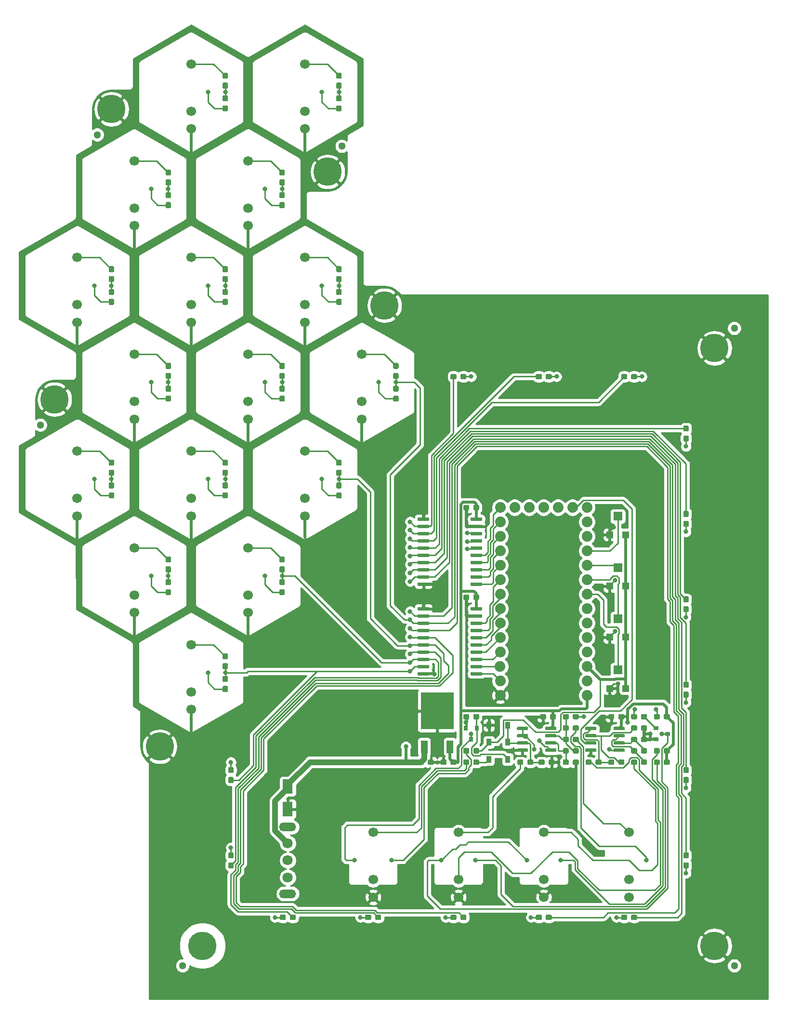
<source format=gtl>
G04 #@! TF.GenerationSoftware,KiCad,Pcbnew,(5.1.2-1)-1*
G04 #@! TF.CreationDate,2022-02-06T13:22:23-05:00*
G04 #@! TF.ProjectId,Wasp_Hive,57617370-5f48-4697-9665-2e6b69636164,rev?*
G04 #@! TF.SameCoordinates,Original*
G04 #@! TF.FileFunction,Copper,L1,Top*
G04 #@! TF.FilePolarity,Positive*
%FSLAX46Y46*%
G04 Gerber Fmt 4.6, Leading zero omitted, Abs format (unit mm)*
G04 Created by KiCad (PCBNEW (5.1.2-1)-1) date 2022-02-06 13:22:23*
%MOMM*%
%LPD*%
G04 APERTURE LIST*
%ADD10C,1.300000*%
%ADD11C,1.879600*%
%ADD12C,5.000000*%
%ADD13R,0.900000X1.200000*%
%ADD14R,1.800000X2.500000*%
%ADD15R,1.200000X1.200000*%
%ADD16R,1.600000X1.500000*%
%ADD17R,1.200000X2.200000*%
%ADD18R,5.800000X6.400000*%
%ADD19C,0.100000*%
%ADD20C,0.600000*%
%ADD21R,0.900000X0.800000*%
%ADD22R,0.800000X0.900000*%
%ADD23C,1.800000*%
%ADD24O,3.000000X1.500000*%
%ADD25C,0.950000*%
%ADD26C,1.700000*%
%ADD27C,0.800000*%
%ADD28C,0.500000*%
%ADD29C,0.250000*%
%ADD30C,1.000000*%
%ADD31C,0.254000*%
G04 APERTURE END LIST*
D10*
X21500000Y-133500000D03*
X74500000Y-84500000D03*
X31500000Y-82500000D03*
X143500000Y-116500000D03*
X46500000Y-228500000D03*
X143500000Y-228500000D03*
D11*
X102330000Y-175930000D03*
X117580000Y-181010000D03*
X104880000Y-147990000D03*
X112500000Y-147990000D03*
X102340000Y-181010000D03*
X109960000Y-147990000D03*
X117580000Y-178470000D03*
X115040000Y-147990000D03*
X117580000Y-173390000D03*
X117580000Y-170850000D03*
X117580000Y-168310000D03*
X117580000Y-165770000D03*
X117580000Y-163230000D03*
X117580000Y-160690000D03*
X117580000Y-158150000D03*
X117580000Y-155610000D03*
X117580000Y-153070000D03*
X117580000Y-150530000D03*
X117580000Y-147990000D03*
X102340000Y-147990000D03*
X102340000Y-150530000D03*
X102340000Y-153070000D03*
X102340000Y-155610000D03*
X102340000Y-158150000D03*
X102340000Y-160690000D03*
X102340000Y-163230000D03*
X102340000Y-165770000D03*
X102340000Y-168310000D03*
X117580000Y-175930000D03*
X107420000Y-147990000D03*
X102340000Y-170850000D03*
X102340000Y-173390000D03*
X102340000Y-178470000D03*
D12*
X72000000Y-89000000D03*
D13*
X103650000Y-186250000D03*
X100350000Y-186250000D03*
X103650000Y-189250000D03*
X100350000Y-189250000D03*
X100350000Y-192250000D03*
X103650000Y-192250000D03*
D14*
X65000000Y-197000000D03*
X65000000Y-201000000D03*
D12*
X140000000Y-225000000D03*
X34000000Y-78000000D03*
X140000000Y-120000000D03*
X24000000Y-129000000D03*
X50000000Y-225000000D03*
D15*
X121600000Y-179800000D03*
X124400000Y-179800000D03*
D16*
X123000000Y-176550000D03*
D17*
X88970000Y-190050000D03*
X93530000Y-190050000D03*
D18*
X91250000Y-183750000D03*
D15*
X121600000Y-152800000D03*
X124400000Y-152800000D03*
D16*
X123000000Y-149550000D03*
X123000000Y-158550000D03*
D15*
X124400000Y-161800000D03*
X121600000Y-161800000D03*
X121600000Y-170800000D03*
X124400000Y-170800000D03*
D16*
X123000000Y-167550000D03*
D19*
G36*
X99039703Y-149735722D02*
G01*
X99054264Y-149737882D01*
X99068543Y-149741459D01*
X99082403Y-149746418D01*
X99095710Y-149752712D01*
X99108336Y-149760280D01*
X99120159Y-149769048D01*
X99131066Y-149778934D01*
X99140952Y-149789841D01*
X99149720Y-149801664D01*
X99157288Y-149814290D01*
X99163582Y-149827597D01*
X99168541Y-149841457D01*
X99172118Y-149855736D01*
X99174278Y-149870297D01*
X99175000Y-149885000D01*
X99175000Y-150185000D01*
X99174278Y-150199703D01*
X99172118Y-150214264D01*
X99168541Y-150228543D01*
X99163582Y-150242403D01*
X99157288Y-150255710D01*
X99149720Y-150268336D01*
X99140952Y-150280159D01*
X99131066Y-150291066D01*
X99120159Y-150300952D01*
X99108336Y-150309720D01*
X99095710Y-150317288D01*
X99082403Y-150323582D01*
X99068543Y-150328541D01*
X99054264Y-150332118D01*
X99039703Y-150334278D01*
X99025000Y-150335000D01*
X97275000Y-150335000D01*
X97260297Y-150334278D01*
X97245736Y-150332118D01*
X97231457Y-150328541D01*
X97217597Y-150323582D01*
X97204290Y-150317288D01*
X97191664Y-150309720D01*
X97179841Y-150300952D01*
X97168934Y-150291066D01*
X97159048Y-150280159D01*
X97150280Y-150268336D01*
X97142712Y-150255710D01*
X97136418Y-150242403D01*
X97131459Y-150228543D01*
X97127882Y-150214264D01*
X97125722Y-150199703D01*
X97125000Y-150185000D01*
X97125000Y-149885000D01*
X97125722Y-149870297D01*
X97127882Y-149855736D01*
X97131459Y-149841457D01*
X97136418Y-149827597D01*
X97142712Y-149814290D01*
X97150280Y-149801664D01*
X97159048Y-149789841D01*
X97168934Y-149778934D01*
X97179841Y-149769048D01*
X97191664Y-149760280D01*
X97204290Y-149752712D01*
X97217597Y-149746418D01*
X97231457Y-149741459D01*
X97245736Y-149737882D01*
X97260297Y-149735722D01*
X97275000Y-149735000D01*
X99025000Y-149735000D01*
X99039703Y-149735722D01*
X99039703Y-149735722D01*
G37*
D20*
X98150000Y-150035000D03*
D19*
G36*
X99039703Y-151005722D02*
G01*
X99054264Y-151007882D01*
X99068543Y-151011459D01*
X99082403Y-151016418D01*
X99095710Y-151022712D01*
X99108336Y-151030280D01*
X99120159Y-151039048D01*
X99131066Y-151048934D01*
X99140952Y-151059841D01*
X99149720Y-151071664D01*
X99157288Y-151084290D01*
X99163582Y-151097597D01*
X99168541Y-151111457D01*
X99172118Y-151125736D01*
X99174278Y-151140297D01*
X99175000Y-151155000D01*
X99175000Y-151455000D01*
X99174278Y-151469703D01*
X99172118Y-151484264D01*
X99168541Y-151498543D01*
X99163582Y-151512403D01*
X99157288Y-151525710D01*
X99149720Y-151538336D01*
X99140952Y-151550159D01*
X99131066Y-151561066D01*
X99120159Y-151570952D01*
X99108336Y-151579720D01*
X99095710Y-151587288D01*
X99082403Y-151593582D01*
X99068543Y-151598541D01*
X99054264Y-151602118D01*
X99039703Y-151604278D01*
X99025000Y-151605000D01*
X97275000Y-151605000D01*
X97260297Y-151604278D01*
X97245736Y-151602118D01*
X97231457Y-151598541D01*
X97217597Y-151593582D01*
X97204290Y-151587288D01*
X97191664Y-151579720D01*
X97179841Y-151570952D01*
X97168934Y-151561066D01*
X97159048Y-151550159D01*
X97150280Y-151538336D01*
X97142712Y-151525710D01*
X97136418Y-151512403D01*
X97131459Y-151498543D01*
X97127882Y-151484264D01*
X97125722Y-151469703D01*
X97125000Y-151455000D01*
X97125000Y-151155000D01*
X97125722Y-151140297D01*
X97127882Y-151125736D01*
X97131459Y-151111457D01*
X97136418Y-151097597D01*
X97142712Y-151084290D01*
X97150280Y-151071664D01*
X97159048Y-151059841D01*
X97168934Y-151048934D01*
X97179841Y-151039048D01*
X97191664Y-151030280D01*
X97204290Y-151022712D01*
X97217597Y-151016418D01*
X97231457Y-151011459D01*
X97245736Y-151007882D01*
X97260297Y-151005722D01*
X97275000Y-151005000D01*
X99025000Y-151005000D01*
X99039703Y-151005722D01*
X99039703Y-151005722D01*
G37*
D20*
X98150000Y-151305000D03*
D19*
G36*
X99039703Y-152275722D02*
G01*
X99054264Y-152277882D01*
X99068543Y-152281459D01*
X99082403Y-152286418D01*
X99095710Y-152292712D01*
X99108336Y-152300280D01*
X99120159Y-152309048D01*
X99131066Y-152318934D01*
X99140952Y-152329841D01*
X99149720Y-152341664D01*
X99157288Y-152354290D01*
X99163582Y-152367597D01*
X99168541Y-152381457D01*
X99172118Y-152395736D01*
X99174278Y-152410297D01*
X99175000Y-152425000D01*
X99175000Y-152725000D01*
X99174278Y-152739703D01*
X99172118Y-152754264D01*
X99168541Y-152768543D01*
X99163582Y-152782403D01*
X99157288Y-152795710D01*
X99149720Y-152808336D01*
X99140952Y-152820159D01*
X99131066Y-152831066D01*
X99120159Y-152840952D01*
X99108336Y-152849720D01*
X99095710Y-152857288D01*
X99082403Y-152863582D01*
X99068543Y-152868541D01*
X99054264Y-152872118D01*
X99039703Y-152874278D01*
X99025000Y-152875000D01*
X97275000Y-152875000D01*
X97260297Y-152874278D01*
X97245736Y-152872118D01*
X97231457Y-152868541D01*
X97217597Y-152863582D01*
X97204290Y-152857288D01*
X97191664Y-152849720D01*
X97179841Y-152840952D01*
X97168934Y-152831066D01*
X97159048Y-152820159D01*
X97150280Y-152808336D01*
X97142712Y-152795710D01*
X97136418Y-152782403D01*
X97131459Y-152768543D01*
X97127882Y-152754264D01*
X97125722Y-152739703D01*
X97125000Y-152725000D01*
X97125000Y-152425000D01*
X97125722Y-152410297D01*
X97127882Y-152395736D01*
X97131459Y-152381457D01*
X97136418Y-152367597D01*
X97142712Y-152354290D01*
X97150280Y-152341664D01*
X97159048Y-152329841D01*
X97168934Y-152318934D01*
X97179841Y-152309048D01*
X97191664Y-152300280D01*
X97204290Y-152292712D01*
X97217597Y-152286418D01*
X97231457Y-152281459D01*
X97245736Y-152277882D01*
X97260297Y-152275722D01*
X97275000Y-152275000D01*
X99025000Y-152275000D01*
X99039703Y-152275722D01*
X99039703Y-152275722D01*
G37*
D20*
X98150000Y-152575000D03*
D19*
G36*
X99039703Y-153545722D02*
G01*
X99054264Y-153547882D01*
X99068543Y-153551459D01*
X99082403Y-153556418D01*
X99095710Y-153562712D01*
X99108336Y-153570280D01*
X99120159Y-153579048D01*
X99131066Y-153588934D01*
X99140952Y-153599841D01*
X99149720Y-153611664D01*
X99157288Y-153624290D01*
X99163582Y-153637597D01*
X99168541Y-153651457D01*
X99172118Y-153665736D01*
X99174278Y-153680297D01*
X99175000Y-153695000D01*
X99175000Y-153995000D01*
X99174278Y-154009703D01*
X99172118Y-154024264D01*
X99168541Y-154038543D01*
X99163582Y-154052403D01*
X99157288Y-154065710D01*
X99149720Y-154078336D01*
X99140952Y-154090159D01*
X99131066Y-154101066D01*
X99120159Y-154110952D01*
X99108336Y-154119720D01*
X99095710Y-154127288D01*
X99082403Y-154133582D01*
X99068543Y-154138541D01*
X99054264Y-154142118D01*
X99039703Y-154144278D01*
X99025000Y-154145000D01*
X97275000Y-154145000D01*
X97260297Y-154144278D01*
X97245736Y-154142118D01*
X97231457Y-154138541D01*
X97217597Y-154133582D01*
X97204290Y-154127288D01*
X97191664Y-154119720D01*
X97179841Y-154110952D01*
X97168934Y-154101066D01*
X97159048Y-154090159D01*
X97150280Y-154078336D01*
X97142712Y-154065710D01*
X97136418Y-154052403D01*
X97131459Y-154038543D01*
X97127882Y-154024264D01*
X97125722Y-154009703D01*
X97125000Y-153995000D01*
X97125000Y-153695000D01*
X97125722Y-153680297D01*
X97127882Y-153665736D01*
X97131459Y-153651457D01*
X97136418Y-153637597D01*
X97142712Y-153624290D01*
X97150280Y-153611664D01*
X97159048Y-153599841D01*
X97168934Y-153588934D01*
X97179841Y-153579048D01*
X97191664Y-153570280D01*
X97204290Y-153562712D01*
X97217597Y-153556418D01*
X97231457Y-153551459D01*
X97245736Y-153547882D01*
X97260297Y-153545722D01*
X97275000Y-153545000D01*
X99025000Y-153545000D01*
X99039703Y-153545722D01*
X99039703Y-153545722D01*
G37*
D20*
X98150000Y-153845000D03*
D19*
G36*
X99039703Y-154815722D02*
G01*
X99054264Y-154817882D01*
X99068543Y-154821459D01*
X99082403Y-154826418D01*
X99095710Y-154832712D01*
X99108336Y-154840280D01*
X99120159Y-154849048D01*
X99131066Y-154858934D01*
X99140952Y-154869841D01*
X99149720Y-154881664D01*
X99157288Y-154894290D01*
X99163582Y-154907597D01*
X99168541Y-154921457D01*
X99172118Y-154935736D01*
X99174278Y-154950297D01*
X99175000Y-154965000D01*
X99175000Y-155265000D01*
X99174278Y-155279703D01*
X99172118Y-155294264D01*
X99168541Y-155308543D01*
X99163582Y-155322403D01*
X99157288Y-155335710D01*
X99149720Y-155348336D01*
X99140952Y-155360159D01*
X99131066Y-155371066D01*
X99120159Y-155380952D01*
X99108336Y-155389720D01*
X99095710Y-155397288D01*
X99082403Y-155403582D01*
X99068543Y-155408541D01*
X99054264Y-155412118D01*
X99039703Y-155414278D01*
X99025000Y-155415000D01*
X97275000Y-155415000D01*
X97260297Y-155414278D01*
X97245736Y-155412118D01*
X97231457Y-155408541D01*
X97217597Y-155403582D01*
X97204290Y-155397288D01*
X97191664Y-155389720D01*
X97179841Y-155380952D01*
X97168934Y-155371066D01*
X97159048Y-155360159D01*
X97150280Y-155348336D01*
X97142712Y-155335710D01*
X97136418Y-155322403D01*
X97131459Y-155308543D01*
X97127882Y-155294264D01*
X97125722Y-155279703D01*
X97125000Y-155265000D01*
X97125000Y-154965000D01*
X97125722Y-154950297D01*
X97127882Y-154935736D01*
X97131459Y-154921457D01*
X97136418Y-154907597D01*
X97142712Y-154894290D01*
X97150280Y-154881664D01*
X97159048Y-154869841D01*
X97168934Y-154858934D01*
X97179841Y-154849048D01*
X97191664Y-154840280D01*
X97204290Y-154832712D01*
X97217597Y-154826418D01*
X97231457Y-154821459D01*
X97245736Y-154817882D01*
X97260297Y-154815722D01*
X97275000Y-154815000D01*
X99025000Y-154815000D01*
X99039703Y-154815722D01*
X99039703Y-154815722D01*
G37*
D20*
X98150000Y-155115000D03*
D19*
G36*
X99039703Y-156085722D02*
G01*
X99054264Y-156087882D01*
X99068543Y-156091459D01*
X99082403Y-156096418D01*
X99095710Y-156102712D01*
X99108336Y-156110280D01*
X99120159Y-156119048D01*
X99131066Y-156128934D01*
X99140952Y-156139841D01*
X99149720Y-156151664D01*
X99157288Y-156164290D01*
X99163582Y-156177597D01*
X99168541Y-156191457D01*
X99172118Y-156205736D01*
X99174278Y-156220297D01*
X99175000Y-156235000D01*
X99175000Y-156535000D01*
X99174278Y-156549703D01*
X99172118Y-156564264D01*
X99168541Y-156578543D01*
X99163582Y-156592403D01*
X99157288Y-156605710D01*
X99149720Y-156618336D01*
X99140952Y-156630159D01*
X99131066Y-156641066D01*
X99120159Y-156650952D01*
X99108336Y-156659720D01*
X99095710Y-156667288D01*
X99082403Y-156673582D01*
X99068543Y-156678541D01*
X99054264Y-156682118D01*
X99039703Y-156684278D01*
X99025000Y-156685000D01*
X97275000Y-156685000D01*
X97260297Y-156684278D01*
X97245736Y-156682118D01*
X97231457Y-156678541D01*
X97217597Y-156673582D01*
X97204290Y-156667288D01*
X97191664Y-156659720D01*
X97179841Y-156650952D01*
X97168934Y-156641066D01*
X97159048Y-156630159D01*
X97150280Y-156618336D01*
X97142712Y-156605710D01*
X97136418Y-156592403D01*
X97131459Y-156578543D01*
X97127882Y-156564264D01*
X97125722Y-156549703D01*
X97125000Y-156535000D01*
X97125000Y-156235000D01*
X97125722Y-156220297D01*
X97127882Y-156205736D01*
X97131459Y-156191457D01*
X97136418Y-156177597D01*
X97142712Y-156164290D01*
X97150280Y-156151664D01*
X97159048Y-156139841D01*
X97168934Y-156128934D01*
X97179841Y-156119048D01*
X97191664Y-156110280D01*
X97204290Y-156102712D01*
X97217597Y-156096418D01*
X97231457Y-156091459D01*
X97245736Y-156087882D01*
X97260297Y-156085722D01*
X97275000Y-156085000D01*
X99025000Y-156085000D01*
X99039703Y-156085722D01*
X99039703Y-156085722D01*
G37*
D20*
X98150000Y-156385000D03*
D19*
G36*
X99039703Y-157355722D02*
G01*
X99054264Y-157357882D01*
X99068543Y-157361459D01*
X99082403Y-157366418D01*
X99095710Y-157372712D01*
X99108336Y-157380280D01*
X99120159Y-157389048D01*
X99131066Y-157398934D01*
X99140952Y-157409841D01*
X99149720Y-157421664D01*
X99157288Y-157434290D01*
X99163582Y-157447597D01*
X99168541Y-157461457D01*
X99172118Y-157475736D01*
X99174278Y-157490297D01*
X99175000Y-157505000D01*
X99175000Y-157805000D01*
X99174278Y-157819703D01*
X99172118Y-157834264D01*
X99168541Y-157848543D01*
X99163582Y-157862403D01*
X99157288Y-157875710D01*
X99149720Y-157888336D01*
X99140952Y-157900159D01*
X99131066Y-157911066D01*
X99120159Y-157920952D01*
X99108336Y-157929720D01*
X99095710Y-157937288D01*
X99082403Y-157943582D01*
X99068543Y-157948541D01*
X99054264Y-157952118D01*
X99039703Y-157954278D01*
X99025000Y-157955000D01*
X97275000Y-157955000D01*
X97260297Y-157954278D01*
X97245736Y-157952118D01*
X97231457Y-157948541D01*
X97217597Y-157943582D01*
X97204290Y-157937288D01*
X97191664Y-157929720D01*
X97179841Y-157920952D01*
X97168934Y-157911066D01*
X97159048Y-157900159D01*
X97150280Y-157888336D01*
X97142712Y-157875710D01*
X97136418Y-157862403D01*
X97131459Y-157848543D01*
X97127882Y-157834264D01*
X97125722Y-157819703D01*
X97125000Y-157805000D01*
X97125000Y-157505000D01*
X97125722Y-157490297D01*
X97127882Y-157475736D01*
X97131459Y-157461457D01*
X97136418Y-157447597D01*
X97142712Y-157434290D01*
X97150280Y-157421664D01*
X97159048Y-157409841D01*
X97168934Y-157398934D01*
X97179841Y-157389048D01*
X97191664Y-157380280D01*
X97204290Y-157372712D01*
X97217597Y-157366418D01*
X97231457Y-157361459D01*
X97245736Y-157357882D01*
X97260297Y-157355722D01*
X97275000Y-157355000D01*
X99025000Y-157355000D01*
X99039703Y-157355722D01*
X99039703Y-157355722D01*
G37*
D20*
X98150000Y-157655000D03*
D19*
G36*
X99039703Y-158625722D02*
G01*
X99054264Y-158627882D01*
X99068543Y-158631459D01*
X99082403Y-158636418D01*
X99095710Y-158642712D01*
X99108336Y-158650280D01*
X99120159Y-158659048D01*
X99131066Y-158668934D01*
X99140952Y-158679841D01*
X99149720Y-158691664D01*
X99157288Y-158704290D01*
X99163582Y-158717597D01*
X99168541Y-158731457D01*
X99172118Y-158745736D01*
X99174278Y-158760297D01*
X99175000Y-158775000D01*
X99175000Y-159075000D01*
X99174278Y-159089703D01*
X99172118Y-159104264D01*
X99168541Y-159118543D01*
X99163582Y-159132403D01*
X99157288Y-159145710D01*
X99149720Y-159158336D01*
X99140952Y-159170159D01*
X99131066Y-159181066D01*
X99120159Y-159190952D01*
X99108336Y-159199720D01*
X99095710Y-159207288D01*
X99082403Y-159213582D01*
X99068543Y-159218541D01*
X99054264Y-159222118D01*
X99039703Y-159224278D01*
X99025000Y-159225000D01*
X97275000Y-159225000D01*
X97260297Y-159224278D01*
X97245736Y-159222118D01*
X97231457Y-159218541D01*
X97217597Y-159213582D01*
X97204290Y-159207288D01*
X97191664Y-159199720D01*
X97179841Y-159190952D01*
X97168934Y-159181066D01*
X97159048Y-159170159D01*
X97150280Y-159158336D01*
X97142712Y-159145710D01*
X97136418Y-159132403D01*
X97131459Y-159118543D01*
X97127882Y-159104264D01*
X97125722Y-159089703D01*
X97125000Y-159075000D01*
X97125000Y-158775000D01*
X97125722Y-158760297D01*
X97127882Y-158745736D01*
X97131459Y-158731457D01*
X97136418Y-158717597D01*
X97142712Y-158704290D01*
X97150280Y-158691664D01*
X97159048Y-158679841D01*
X97168934Y-158668934D01*
X97179841Y-158659048D01*
X97191664Y-158650280D01*
X97204290Y-158642712D01*
X97217597Y-158636418D01*
X97231457Y-158631459D01*
X97245736Y-158627882D01*
X97260297Y-158625722D01*
X97275000Y-158625000D01*
X99025000Y-158625000D01*
X99039703Y-158625722D01*
X99039703Y-158625722D01*
G37*
D20*
X98150000Y-158925000D03*
D19*
G36*
X99039703Y-159895722D02*
G01*
X99054264Y-159897882D01*
X99068543Y-159901459D01*
X99082403Y-159906418D01*
X99095710Y-159912712D01*
X99108336Y-159920280D01*
X99120159Y-159929048D01*
X99131066Y-159938934D01*
X99140952Y-159949841D01*
X99149720Y-159961664D01*
X99157288Y-159974290D01*
X99163582Y-159987597D01*
X99168541Y-160001457D01*
X99172118Y-160015736D01*
X99174278Y-160030297D01*
X99175000Y-160045000D01*
X99175000Y-160345000D01*
X99174278Y-160359703D01*
X99172118Y-160374264D01*
X99168541Y-160388543D01*
X99163582Y-160402403D01*
X99157288Y-160415710D01*
X99149720Y-160428336D01*
X99140952Y-160440159D01*
X99131066Y-160451066D01*
X99120159Y-160460952D01*
X99108336Y-160469720D01*
X99095710Y-160477288D01*
X99082403Y-160483582D01*
X99068543Y-160488541D01*
X99054264Y-160492118D01*
X99039703Y-160494278D01*
X99025000Y-160495000D01*
X97275000Y-160495000D01*
X97260297Y-160494278D01*
X97245736Y-160492118D01*
X97231457Y-160488541D01*
X97217597Y-160483582D01*
X97204290Y-160477288D01*
X97191664Y-160469720D01*
X97179841Y-160460952D01*
X97168934Y-160451066D01*
X97159048Y-160440159D01*
X97150280Y-160428336D01*
X97142712Y-160415710D01*
X97136418Y-160402403D01*
X97131459Y-160388543D01*
X97127882Y-160374264D01*
X97125722Y-160359703D01*
X97125000Y-160345000D01*
X97125000Y-160045000D01*
X97125722Y-160030297D01*
X97127882Y-160015736D01*
X97131459Y-160001457D01*
X97136418Y-159987597D01*
X97142712Y-159974290D01*
X97150280Y-159961664D01*
X97159048Y-159949841D01*
X97168934Y-159938934D01*
X97179841Y-159929048D01*
X97191664Y-159920280D01*
X97204290Y-159912712D01*
X97217597Y-159906418D01*
X97231457Y-159901459D01*
X97245736Y-159897882D01*
X97260297Y-159895722D01*
X97275000Y-159895000D01*
X99025000Y-159895000D01*
X99039703Y-159895722D01*
X99039703Y-159895722D01*
G37*
D20*
X98150000Y-160195000D03*
D19*
G36*
X99039703Y-161165722D02*
G01*
X99054264Y-161167882D01*
X99068543Y-161171459D01*
X99082403Y-161176418D01*
X99095710Y-161182712D01*
X99108336Y-161190280D01*
X99120159Y-161199048D01*
X99131066Y-161208934D01*
X99140952Y-161219841D01*
X99149720Y-161231664D01*
X99157288Y-161244290D01*
X99163582Y-161257597D01*
X99168541Y-161271457D01*
X99172118Y-161285736D01*
X99174278Y-161300297D01*
X99175000Y-161315000D01*
X99175000Y-161615000D01*
X99174278Y-161629703D01*
X99172118Y-161644264D01*
X99168541Y-161658543D01*
X99163582Y-161672403D01*
X99157288Y-161685710D01*
X99149720Y-161698336D01*
X99140952Y-161710159D01*
X99131066Y-161721066D01*
X99120159Y-161730952D01*
X99108336Y-161739720D01*
X99095710Y-161747288D01*
X99082403Y-161753582D01*
X99068543Y-161758541D01*
X99054264Y-161762118D01*
X99039703Y-161764278D01*
X99025000Y-161765000D01*
X97275000Y-161765000D01*
X97260297Y-161764278D01*
X97245736Y-161762118D01*
X97231457Y-161758541D01*
X97217597Y-161753582D01*
X97204290Y-161747288D01*
X97191664Y-161739720D01*
X97179841Y-161730952D01*
X97168934Y-161721066D01*
X97159048Y-161710159D01*
X97150280Y-161698336D01*
X97142712Y-161685710D01*
X97136418Y-161672403D01*
X97131459Y-161658543D01*
X97127882Y-161644264D01*
X97125722Y-161629703D01*
X97125000Y-161615000D01*
X97125000Y-161315000D01*
X97125722Y-161300297D01*
X97127882Y-161285736D01*
X97131459Y-161271457D01*
X97136418Y-161257597D01*
X97142712Y-161244290D01*
X97150280Y-161231664D01*
X97159048Y-161219841D01*
X97168934Y-161208934D01*
X97179841Y-161199048D01*
X97191664Y-161190280D01*
X97204290Y-161182712D01*
X97217597Y-161176418D01*
X97231457Y-161171459D01*
X97245736Y-161167882D01*
X97260297Y-161165722D01*
X97275000Y-161165000D01*
X99025000Y-161165000D01*
X99039703Y-161165722D01*
X99039703Y-161165722D01*
G37*
D20*
X98150000Y-161465000D03*
D19*
G36*
X89739703Y-161165722D02*
G01*
X89754264Y-161167882D01*
X89768543Y-161171459D01*
X89782403Y-161176418D01*
X89795710Y-161182712D01*
X89808336Y-161190280D01*
X89820159Y-161199048D01*
X89831066Y-161208934D01*
X89840952Y-161219841D01*
X89849720Y-161231664D01*
X89857288Y-161244290D01*
X89863582Y-161257597D01*
X89868541Y-161271457D01*
X89872118Y-161285736D01*
X89874278Y-161300297D01*
X89875000Y-161315000D01*
X89875000Y-161615000D01*
X89874278Y-161629703D01*
X89872118Y-161644264D01*
X89868541Y-161658543D01*
X89863582Y-161672403D01*
X89857288Y-161685710D01*
X89849720Y-161698336D01*
X89840952Y-161710159D01*
X89831066Y-161721066D01*
X89820159Y-161730952D01*
X89808336Y-161739720D01*
X89795710Y-161747288D01*
X89782403Y-161753582D01*
X89768543Y-161758541D01*
X89754264Y-161762118D01*
X89739703Y-161764278D01*
X89725000Y-161765000D01*
X87975000Y-161765000D01*
X87960297Y-161764278D01*
X87945736Y-161762118D01*
X87931457Y-161758541D01*
X87917597Y-161753582D01*
X87904290Y-161747288D01*
X87891664Y-161739720D01*
X87879841Y-161730952D01*
X87868934Y-161721066D01*
X87859048Y-161710159D01*
X87850280Y-161698336D01*
X87842712Y-161685710D01*
X87836418Y-161672403D01*
X87831459Y-161658543D01*
X87827882Y-161644264D01*
X87825722Y-161629703D01*
X87825000Y-161615000D01*
X87825000Y-161315000D01*
X87825722Y-161300297D01*
X87827882Y-161285736D01*
X87831459Y-161271457D01*
X87836418Y-161257597D01*
X87842712Y-161244290D01*
X87850280Y-161231664D01*
X87859048Y-161219841D01*
X87868934Y-161208934D01*
X87879841Y-161199048D01*
X87891664Y-161190280D01*
X87904290Y-161182712D01*
X87917597Y-161176418D01*
X87931457Y-161171459D01*
X87945736Y-161167882D01*
X87960297Y-161165722D01*
X87975000Y-161165000D01*
X89725000Y-161165000D01*
X89739703Y-161165722D01*
X89739703Y-161165722D01*
G37*
D20*
X88850000Y-161465000D03*
D19*
G36*
X89739703Y-159895722D02*
G01*
X89754264Y-159897882D01*
X89768543Y-159901459D01*
X89782403Y-159906418D01*
X89795710Y-159912712D01*
X89808336Y-159920280D01*
X89820159Y-159929048D01*
X89831066Y-159938934D01*
X89840952Y-159949841D01*
X89849720Y-159961664D01*
X89857288Y-159974290D01*
X89863582Y-159987597D01*
X89868541Y-160001457D01*
X89872118Y-160015736D01*
X89874278Y-160030297D01*
X89875000Y-160045000D01*
X89875000Y-160345000D01*
X89874278Y-160359703D01*
X89872118Y-160374264D01*
X89868541Y-160388543D01*
X89863582Y-160402403D01*
X89857288Y-160415710D01*
X89849720Y-160428336D01*
X89840952Y-160440159D01*
X89831066Y-160451066D01*
X89820159Y-160460952D01*
X89808336Y-160469720D01*
X89795710Y-160477288D01*
X89782403Y-160483582D01*
X89768543Y-160488541D01*
X89754264Y-160492118D01*
X89739703Y-160494278D01*
X89725000Y-160495000D01*
X87975000Y-160495000D01*
X87960297Y-160494278D01*
X87945736Y-160492118D01*
X87931457Y-160488541D01*
X87917597Y-160483582D01*
X87904290Y-160477288D01*
X87891664Y-160469720D01*
X87879841Y-160460952D01*
X87868934Y-160451066D01*
X87859048Y-160440159D01*
X87850280Y-160428336D01*
X87842712Y-160415710D01*
X87836418Y-160402403D01*
X87831459Y-160388543D01*
X87827882Y-160374264D01*
X87825722Y-160359703D01*
X87825000Y-160345000D01*
X87825000Y-160045000D01*
X87825722Y-160030297D01*
X87827882Y-160015736D01*
X87831459Y-160001457D01*
X87836418Y-159987597D01*
X87842712Y-159974290D01*
X87850280Y-159961664D01*
X87859048Y-159949841D01*
X87868934Y-159938934D01*
X87879841Y-159929048D01*
X87891664Y-159920280D01*
X87904290Y-159912712D01*
X87917597Y-159906418D01*
X87931457Y-159901459D01*
X87945736Y-159897882D01*
X87960297Y-159895722D01*
X87975000Y-159895000D01*
X89725000Y-159895000D01*
X89739703Y-159895722D01*
X89739703Y-159895722D01*
G37*
D20*
X88850000Y-160195000D03*
D19*
G36*
X89739703Y-158625722D02*
G01*
X89754264Y-158627882D01*
X89768543Y-158631459D01*
X89782403Y-158636418D01*
X89795710Y-158642712D01*
X89808336Y-158650280D01*
X89820159Y-158659048D01*
X89831066Y-158668934D01*
X89840952Y-158679841D01*
X89849720Y-158691664D01*
X89857288Y-158704290D01*
X89863582Y-158717597D01*
X89868541Y-158731457D01*
X89872118Y-158745736D01*
X89874278Y-158760297D01*
X89875000Y-158775000D01*
X89875000Y-159075000D01*
X89874278Y-159089703D01*
X89872118Y-159104264D01*
X89868541Y-159118543D01*
X89863582Y-159132403D01*
X89857288Y-159145710D01*
X89849720Y-159158336D01*
X89840952Y-159170159D01*
X89831066Y-159181066D01*
X89820159Y-159190952D01*
X89808336Y-159199720D01*
X89795710Y-159207288D01*
X89782403Y-159213582D01*
X89768543Y-159218541D01*
X89754264Y-159222118D01*
X89739703Y-159224278D01*
X89725000Y-159225000D01*
X87975000Y-159225000D01*
X87960297Y-159224278D01*
X87945736Y-159222118D01*
X87931457Y-159218541D01*
X87917597Y-159213582D01*
X87904290Y-159207288D01*
X87891664Y-159199720D01*
X87879841Y-159190952D01*
X87868934Y-159181066D01*
X87859048Y-159170159D01*
X87850280Y-159158336D01*
X87842712Y-159145710D01*
X87836418Y-159132403D01*
X87831459Y-159118543D01*
X87827882Y-159104264D01*
X87825722Y-159089703D01*
X87825000Y-159075000D01*
X87825000Y-158775000D01*
X87825722Y-158760297D01*
X87827882Y-158745736D01*
X87831459Y-158731457D01*
X87836418Y-158717597D01*
X87842712Y-158704290D01*
X87850280Y-158691664D01*
X87859048Y-158679841D01*
X87868934Y-158668934D01*
X87879841Y-158659048D01*
X87891664Y-158650280D01*
X87904290Y-158642712D01*
X87917597Y-158636418D01*
X87931457Y-158631459D01*
X87945736Y-158627882D01*
X87960297Y-158625722D01*
X87975000Y-158625000D01*
X89725000Y-158625000D01*
X89739703Y-158625722D01*
X89739703Y-158625722D01*
G37*
D20*
X88850000Y-158925000D03*
D19*
G36*
X89739703Y-157355722D02*
G01*
X89754264Y-157357882D01*
X89768543Y-157361459D01*
X89782403Y-157366418D01*
X89795710Y-157372712D01*
X89808336Y-157380280D01*
X89820159Y-157389048D01*
X89831066Y-157398934D01*
X89840952Y-157409841D01*
X89849720Y-157421664D01*
X89857288Y-157434290D01*
X89863582Y-157447597D01*
X89868541Y-157461457D01*
X89872118Y-157475736D01*
X89874278Y-157490297D01*
X89875000Y-157505000D01*
X89875000Y-157805000D01*
X89874278Y-157819703D01*
X89872118Y-157834264D01*
X89868541Y-157848543D01*
X89863582Y-157862403D01*
X89857288Y-157875710D01*
X89849720Y-157888336D01*
X89840952Y-157900159D01*
X89831066Y-157911066D01*
X89820159Y-157920952D01*
X89808336Y-157929720D01*
X89795710Y-157937288D01*
X89782403Y-157943582D01*
X89768543Y-157948541D01*
X89754264Y-157952118D01*
X89739703Y-157954278D01*
X89725000Y-157955000D01*
X87975000Y-157955000D01*
X87960297Y-157954278D01*
X87945736Y-157952118D01*
X87931457Y-157948541D01*
X87917597Y-157943582D01*
X87904290Y-157937288D01*
X87891664Y-157929720D01*
X87879841Y-157920952D01*
X87868934Y-157911066D01*
X87859048Y-157900159D01*
X87850280Y-157888336D01*
X87842712Y-157875710D01*
X87836418Y-157862403D01*
X87831459Y-157848543D01*
X87827882Y-157834264D01*
X87825722Y-157819703D01*
X87825000Y-157805000D01*
X87825000Y-157505000D01*
X87825722Y-157490297D01*
X87827882Y-157475736D01*
X87831459Y-157461457D01*
X87836418Y-157447597D01*
X87842712Y-157434290D01*
X87850280Y-157421664D01*
X87859048Y-157409841D01*
X87868934Y-157398934D01*
X87879841Y-157389048D01*
X87891664Y-157380280D01*
X87904290Y-157372712D01*
X87917597Y-157366418D01*
X87931457Y-157361459D01*
X87945736Y-157357882D01*
X87960297Y-157355722D01*
X87975000Y-157355000D01*
X89725000Y-157355000D01*
X89739703Y-157355722D01*
X89739703Y-157355722D01*
G37*
D20*
X88850000Y-157655000D03*
D19*
G36*
X89739703Y-156085722D02*
G01*
X89754264Y-156087882D01*
X89768543Y-156091459D01*
X89782403Y-156096418D01*
X89795710Y-156102712D01*
X89808336Y-156110280D01*
X89820159Y-156119048D01*
X89831066Y-156128934D01*
X89840952Y-156139841D01*
X89849720Y-156151664D01*
X89857288Y-156164290D01*
X89863582Y-156177597D01*
X89868541Y-156191457D01*
X89872118Y-156205736D01*
X89874278Y-156220297D01*
X89875000Y-156235000D01*
X89875000Y-156535000D01*
X89874278Y-156549703D01*
X89872118Y-156564264D01*
X89868541Y-156578543D01*
X89863582Y-156592403D01*
X89857288Y-156605710D01*
X89849720Y-156618336D01*
X89840952Y-156630159D01*
X89831066Y-156641066D01*
X89820159Y-156650952D01*
X89808336Y-156659720D01*
X89795710Y-156667288D01*
X89782403Y-156673582D01*
X89768543Y-156678541D01*
X89754264Y-156682118D01*
X89739703Y-156684278D01*
X89725000Y-156685000D01*
X87975000Y-156685000D01*
X87960297Y-156684278D01*
X87945736Y-156682118D01*
X87931457Y-156678541D01*
X87917597Y-156673582D01*
X87904290Y-156667288D01*
X87891664Y-156659720D01*
X87879841Y-156650952D01*
X87868934Y-156641066D01*
X87859048Y-156630159D01*
X87850280Y-156618336D01*
X87842712Y-156605710D01*
X87836418Y-156592403D01*
X87831459Y-156578543D01*
X87827882Y-156564264D01*
X87825722Y-156549703D01*
X87825000Y-156535000D01*
X87825000Y-156235000D01*
X87825722Y-156220297D01*
X87827882Y-156205736D01*
X87831459Y-156191457D01*
X87836418Y-156177597D01*
X87842712Y-156164290D01*
X87850280Y-156151664D01*
X87859048Y-156139841D01*
X87868934Y-156128934D01*
X87879841Y-156119048D01*
X87891664Y-156110280D01*
X87904290Y-156102712D01*
X87917597Y-156096418D01*
X87931457Y-156091459D01*
X87945736Y-156087882D01*
X87960297Y-156085722D01*
X87975000Y-156085000D01*
X89725000Y-156085000D01*
X89739703Y-156085722D01*
X89739703Y-156085722D01*
G37*
D20*
X88850000Y-156385000D03*
D19*
G36*
X89739703Y-154815722D02*
G01*
X89754264Y-154817882D01*
X89768543Y-154821459D01*
X89782403Y-154826418D01*
X89795710Y-154832712D01*
X89808336Y-154840280D01*
X89820159Y-154849048D01*
X89831066Y-154858934D01*
X89840952Y-154869841D01*
X89849720Y-154881664D01*
X89857288Y-154894290D01*
X89863582Y-154907597D01*
X89868541Y-154921457D01*
X89872118Y-154935736D01*
X89874278Y-154950297D01*
X89875000Y-154965000D01*
X89875000Y-155265000D01*
X89874278Y-155279703D01*
X89872118Y-155294264D01*
X89868541Y-155308543D01*
X89863582Y-155322403D01*
X89857288Y-155335710D01*
X89849720Y-155348336D01*
X89840952Y-155360159D01*
X89831066Y-155371066D01*
X89820159Y-155380952D01*
X89808336Y-155389720D01*
X89795710Y-155397288D01*
X89782403Y-155403582D01*
X89768543Y-155408541D01*
X89754264Y-155412118D01*
X89739703Y-155414278D01*
X89725000Y-155415000D01*
X87975000Y-155415000D01*
X87960297Y-155414278D01*
X87945736Y-155412118D01*
X87931457Y-155408541D01*
X87917597Y-155403582D01*
X87904290Y-155397288D01*
X87891664Y-155389720D01*
X87879841Y-155380952D01*
X87868934Y-155371066D01*
X87859048Y-155360159D01*
X87850280Y-155348336D01*
X87842712Y-155335710D01*
X87836418Y-155322403D01*
X87831459Y-155308543D01*
X87827882Y-155294264D01*
X87825722Y-155279703D01*
X87825000Y-155265000D01*
X87825000Y-154965000D01*
X87825722Y-154950297D01*
X87827882Y-154935736D01*
X87831459Y-154921457D01*
X87836418Y-154907597D01*
X87842712Y-154894290D01*
X87850280Y-154881664D01*
X87859048Y-154869841D01*
X87868934Y-154858934D01*
X87879841Y-154849048D01*
X87891664Y-154840280D01*
X87904290Y-154832712D01*
X87917597Y-154826418D01*
X87931457Y-154821459D01*
X87945736Y-154817882D01*
X87960297Y-154815722D01*
X87975000Y-154815000D01*
X89725000Y-154815000D01*
X89739703Y-154815722D01*
X89739703Y-154815722D01*
G37*
D20*
X88850000Y-155115000D03*
D19*
G36*
X89739703Y-153545722D02*
G01*
X89754264Y-153547882D01*
X89768543Y-153551459D01*
X89782403Y-153556418D01*
X89795710Y-153562712D01*
X89808336Y-153570280D01*
X89820159Y-153579048D01*
X89831066Y-153588934D01*
X89840952Y-153599841D01*
X89849720Y-153611664D01*
X89857288Y-153624290D01*
X89863582Y-153637597D01*
X89868541Y-153651457D01*
X89872118Y-153665736D01*
X89874278Y-153680297D01*
X89875000Y-153695000D01*
X89875000Y-153995000D01*
X89874278Y-154009703D01*
X89872118Y-154024264D01*
X89868541Y-154038543D01*
X89863582Y-154052403D01*
X89857288Y-154065710D01*
X89849720Y-154078336D01*
X89840952Y-154090159D01*
X89831066Y-154101066D01*
X89820159Y-154110952D01*
X89808336Y-154119720D01*
X89795710Y-154127288D01*
X89782403Y-154133582D01*
X89768543Y-154138541D01*
X89754264Y-154142118D01*
X89739703Y-154144278D01*
X89725000Y-154145000D01*
X87975000Y-154145000D01*
X87960297Y-154144278D01*
X87945736Y-154142118D01*
X87931457Y-154138541D01*
X87917597Y-154133582D01*
X87904290Y-154127288D01*
X87891664Y-154119720D01*
X87879841Y-154110952D01*
X87868934Y-154101066D01*
X87859048Y-154090159D01*
X87850280Y-154078336D01*
X87842712Y-154065710D01*
X87836418Y-154052403D01*
X87831459Y-154038543D01*
X87827882Y-154024264D01*
X87825722Y-154009703D01*
X87825000Y-153995000D01*
X87825000Y-153695000D01*
X87825722Y-153680297D01*
X87827882Y-153665736D01*
X87831459Y-153651457D01*
X87836418Y-153637597D01*
X87842712Y-153624290D01*
X87850280Y-153611664D01*
X87859048Y-153599841D01*
X87868934Y-153588934D01*
X87879841Y-153579048D01*
X87891664Y-153570280D01*
X87904290Y-153562712D01*
X87917597Y-153556418D01*
X87931457Y-153551459D01*
X87945736Y-153547882D01*
X87960297Y-153545722D01*
X87975000Y-153545000D01*
X89725000Y-153545000D01*
X89739703Y-153545722D01*
X89739703Y-153545722D01*
G37*
D20*
X88850000Y-153845000D03*
D19*
G36*
X89739703Y-152275722D02*
G01*
X89754264Y-152277882D01*
X89768543Y-152281459D01*
X89782403Y-152286418D01*
X89795710Y-152292712D01*
X89808336Y-152300280D01*
X89820159Y-152309048D01*
X89831066Y-152318934D01*
X89840952Y-152329841D01*
X89849720Y-152341664D01*
X89857288Y-152354290D01*
X89863582Y-152367597D01*
X89868541Y-152381457D01*
X89872118Y-152395736D01*
X89874278Y-152410297D01*
X89875000Y-152425000D01*
X89875000Y-152725000D01*
X89874278Y-152739703D01*
X89872118Y-152754264D01*
X89868541Y-152768543D01*
X89863582Y-152782403D01*
X89857288Y-152795710D01*
X89849720Y-152808336D01*
X89840952Y-152820159D01*
X89831066Y-152831066D01*
X89820159Y-152840952D01*
X89808336Y-152849720D01*
X89795710Y-152857288D01*
X89782403Y-152863582D01*
X89768543Y-152868541D01*
X89754264Y-152872118D01*
X89739703Y-152874278D01*
X89725000Y-152875000D01*
X87975000Y-152875000D01*
X87960297Y-152874278D01*
X87945736Y-152872118D01*
X87931457Y-152868541D01*
X87917597Y-152863582D01*
X87904290Y-152857288D01*
X87891664Y-152849720D01*
X87879841Y-152840952D01*
X87868934Y-152831066D01*
X87859048Y-152820159D01*
X87850280Y-152808336D01*
X87842712Y-152795710D01*
X87836418Y-152782403D01*
X87831459Y-152768543D01*
X87827882Y-152754264D01*
X87825722Y-152739703D01*
X87825000Y-152725000D01*
X87825000Y-152425000D01*
X87825722Y-152410297D01*
X87827882Y-152395736D01*
X87831459Y-152381457D01*
X87836418Y-152367597D01*
X87842712Y-152354290D01*
X87850280Y-152341664D01*
X87859048Y-152329841D01*
X87868934Y-152318934D01*
X87879841Y-152309048D01*
X87891664Y-152300280D01*
X87904290Y-152292712D01*
X87917597Y-152286418D01*
X87931457Y-152281459D01*
X87945736Y-152277882D01*
X87960297Y-152275722D01*
X87975000Y-152275000D01*
X89725000Y-152275000D01*
X89739703Y-152275722D01*
X89739703Y-152275722D01*
G37*
D20*
X88850000Y-152575000D03*
D19*
G36*
X89739703Y-151005722D02*
G01*
X89754264Y-151007882D01*
X89768543Y-151011459D01*
X89782403Y-151016418D01*
X89795710Y-151022712D01*
X89808336Y-151030280D01*
X89820159Y-151039048D01*
X89831066Y-151048934D01*
X89840952Y-151059841D01*
X89849720Y-151071664D01*
X89857288Y-151084290D01*
X89863582Y-151097597D01*
X89868541Y-151111457D01*
X89872118Y-151125736D01*
X89874278Y-151140297D01*
X89875000Y-151155000D01*
X89875000Y-151455000D01*
X89874278Y-151469703D01*
X89872118Y-151484264D01*
X89868541Y-151498543D01*
X89863582Y-151512403D01*
X89857288Y-151525710D01*
X89849720Y-151538336D01*
X89840952Y-151550159D01*
X89831066Y-151561066D01*
X89820159Y-151570952D01*
X89808336Y-151579720D01*
X89795710Y-151587288D01*
X89782403Y-151593582D01*
X89768543Y-151598541D01*
X89754264Y-151602118D01*
X89739703Y-151604278D01*
X89725000Y-151605000D01*
X87975000Y-151605000D01*
X87960297Y-151604278D01*
X87945736Y-151602118D01*
X87931457Y-151598541D01*
X87917597Y-151593582D01*
X87904290Y-151587288D01*
X87891664Y-151579720D01*
X87879841Y-151570952D01*
X87868934Y-151561066D01*
X87859048Y-151550159D01*
X87850280Y-151538336D01*
X87842712Y-151525710D01*
X87836418Y-151512403D01*
X87831459Y-151498543D01*
X87827882Y-151484264D01*
X87825722Y-151469703D01*
X87825000Y-151455000D01*
X87825000Y-151155000D01*
X87825722Y-151140297D01*
X87827882Y-151125736D01*
X87831459Y-151111457D01*
X87836418Y-151097597D01*
X87842712Y-151084290D01*
X87850280Y-151071664D01*
X87859048Y-151059841D01*
X87868934Y-151048934D01*
X87879841Y-151039048D01*
X87891664Y-151030280D01*
X87904290Y-151022712D01*
X87917597Y-151016418D01*
X87931457Y-151011459D01*
X87945736Y-151007882D01*
X87960297Y-151005722D01*
X87975000Y-151005000D01*
X89725000Y-151005000D01*
X89739703Y-151005722D01*
X89739703Y-151005722D01*
G37*
D20*
X88850000Y-151305000D03*
D19*
G36*
X89739703Y-149735722D02*
G01*
X89754264Y-149737882D01*
X89768543Y-149741459D01*
X89782403Y-149746418D01*
X89795710Y-149752712D01*
X89808336Y-149760280D01*
X89820159Y-149769048D01*
X89831066Y-149778934D01*
X89840952Y-149789841D01*
X89849720Y-149801664D01*
X89857288Y-149814290D01*
X89863582Y-149827597D01*
X89868541Y-149841457D01*
X89872118Y-149855736D01*
X89874278Y-149870297D01*
X89875000Y-149885000D01*
X89875000Y-150185000D01*
X89874278Y-150199703D01*
X89872118Y-150214264D01*
X89868541Y-150228543D01*
X89863582Y-150242403D01*
X89857288Y-150255710D01*
X89849720Y-150268336D01*
X89840952Y-150280159D01*
X89831066Y-150291066D01*
X89820159Y-150300952D01*
X89808336Y-150309720D01*
X89795710Y-150317288D01*
X89782403Y-150323582D01*
X89768543Y-150328541D01*
X89754264Y-150332118D01*
X89739703Y-150334278D01*
X89725000Y-150335000D01*
X87975000Y-150335000D01*
X87960297Y-150334278D01*
X87945736Y-150332118D01*
X87931457Y-150328541D01*
X87917597Y-150323582D01*
X87904290Y-150317288D01*
X87891664Y-150309720D01*
X87879841Y-150300952D01*
X87868934Y-150291066D01*
X87859048Y-150280159D01*
X87850280Y-150268336D01*
X87842712Y-150255710D01*
X87836418Y-150242403D01*
X87831459Y-150228543D01*
X87827882Y-150214264D01*
X87825722Y-150199703D01*
X87825000Y-150185000D01*
X87825000Y-149885000D01*
X87825722Y-149870297D01*
X87827882Y-149855736D01*
X87831459Y-149841457D01*
X87836418Y-149827597D01*
X87842712Y-149814290D01*
X87850280Y-149801664D01*
X87859048Y-149789841D01*
X87868934Y-149778934D01*
X87879841Y-149769048D01*
X87891664Y-149760280D01*
X87904290Y-149752712D01*
X87917597Y-149746418D01*
X87931457Y-149741459D01*
X87945736Y-149737882D01*
X87960297Y-149735722D01*
X87975000Y-149735000D01*
X89725000Y-149735000D01*
X89739703Y-149735722D01*
X89739703Y-149735722D01*
G37*
D20*
X88850000Y-150035000D03*
D19*
G36*
X89739703Y-165485722D02*
G01*
X89754264Y-165487882D01*
X89768543Y-165491459D01*
X89782403Y-165496418D01*
X89795710Y-165502712D01*
X89808336Y-165510280D01*
X89820159Y-165519048D01*
X89831066Y-165528934D01*
X89840952Y-165539841D01*
X89849720Y-165551664D01*
X89857288Y-165564290D01*
X89863582Y-165577597D01*
X89868541Y-165591457D01*
X89872118Y-165605736D01*
X89874278Y-165620297D01*
X89875000Y-165635000D01*
X89875000Y-165935000D01*
X89874278Y-165949703D01*
X89872118Y-165964264D01*
X89868541Y-165978543D01*
X89863582Y-165992403D01*
X89857288Y-166005710D01*
X89849720Y-166018336D01*
X89840952Y-166030159D01*
X89831066Y-166041066D01*
X89820159Y-166050952D01*
X89808336Y-166059720D01*
X89795710Y-166067288D01*
X89782403Y-166073582D01*
X89768543Y-166078541D01*
X89754264Y-166082118D01*
X89739703Y-166084278D01*
X89725000Y-166085000D01*
X87975000Y-166085000D01*
X87960297Y-166084278D01*
X87945736Y-166082118D01*
X87931457Y-166078541D01*
X87917597Y-166073582D01*
X87904290Y-166067288D01*
X87891664Y-166059720D01*
X87879841Y-166050952D01*
X87868934Y-166041066D01*
X87859048Y-166030159D01*
X87850280Y-166018336D01*
X87842712Y-166005710D01*
X87836418Y-165992403D01*
X87831459Y-165978543D01*
X87827882Y-165964264D01*
X87825722Y-165949703D01*
X87825000Y-165935000D01*
X87825000Y-165635000D01*
X87825722Y-165620297D01*
X87827882Y-165605736D01*
X87831459Y-165591457D01*
X87836418Y-165577597D01*
X87842712Y-165564290D01*
X87850280Y-165551664D01*
X87859048Y-165539841D01*
X87868934Y-165528934D01*
X87879841Y-165519048D01*
X87891664Y-165510280D01*
X87904290Y-165502712D01*
X87917597Y-165496418D01*
X87931457Y-165491459D01*
X87945736Y-165487882D01*
X87960297Y-165485722D01*
X87975000Y-165485000D01*
X89725000Y-165485000D01*
X89739703Y-165485722D01*
X89739703Y-165485722D01*
G37*
D20*
X88850000Y-165785000D03*
D19*
G36*
X89739703Y-166755722D02*
G01*
X89754264Y-166757882D01*
X89768543Y-166761459D01*
X89782403Y-166766418D01*
X89795710Y-166772712D01*
X89808336Y-166780280D01*
X89820159Y-166789048D01*
X89831066Y-166798934D01*
X89840952Y-166809841D01*
X89849720Y-166821664D01*
X89857288Y-166834290D01*
X89863582Y-166847597D01*
X89868541Y-166861457D01*
X89872118Y-166875736D01*
X89874278Y-166890297D01*
X89875000Y-166905000D01*
X89875000Y-167205000D01*
X89874278Y-167219703D01*
X89872118Y-167234264D01*
X89868541Y-167248543D01*
X89863582Y-167262403D01*
X89857288Y-167275710D01*
X89849720Y-167288336D01*
X89840952Y-167300159D01*
X89831066Y-167311066D01*
X89820159Y-167320952D01*
X89808336Y-167329720D01*
X89795710Y-167337288D01*
X89782403Y-167343582D01*
X89768543Y-167348541D01*
X89754264Y-167352118D01*
X89739703Y-167354278D01*
X89725000Y-167355000D01*
X87975000Y-167355000D01*
X87960297Y-167354278D01*
X87945736Y-167352118D01*
X87931457Y-167348541D01*
X87917597Y-167343582D01*
X87904290Y-167337288D01*
X87891664Y-167329720D01*
X87879841Y-167320952D01*
X87868934Y-167311066D01*
X87859048Y-167300159D01*
X87850280Y-167288336D01*
X87842712Y-167275710D01*
X87836418Y-167262403D01*
X87831459Y-167248543D01*
X87827882Y-167234264D01*
X87825722Y-167219703D01*
X87825000Y-167205000D01*
X87825000Y-166905000D01*
X87825722Y-166890297D01*
X87827882Y-166875736D01*
X87831459Y-166861457D01*
X87836418Y-166847597D01*
X87842712Y-166834290D01*
X87850280Y-166821664D01*
X87859048Y-166809841D01*
X87868934Y-166798934D01*
X87879841Y-166789048D01*
X87891664Y-166780280D01*
X87904290Y-166772712D01*
X87917597Y-166766418D01*
X87931457Y-166761459D01*
X87945736Y-166757882D01*
X87960297Y-166755722D01*
X87975000Y-166755000D01*
X89725000Y-166755000D01*
X89739703Y-166755722D01*
X89739703Y-166755722D01*
G37*
D20*
X88850000Y-167055000D03*
D19*
G36*
X89739703Y-168025722D02*
G01*
X89754264Y-168027882D01*
X89768543Y-168031459D01*
X89782403Y-168036418D01*
X89795710Y-168042712D01*
X89808336Y-168050280D01*
X89820159Y-168059048D01*
X89831066Y-168068934D01*
X89840952Y-168079841D01*
X89849720Y-168091664D01*
X89857288Y-168104290D01*
X89863582Y-168117597D01*
X89868541Y-168131457D01*
X89872118Y-168145736D01*
X89874278Y-168160297D01*
X89875000Y-168175000D01*
X89875000Y-168475000D01*
X89874278Y-168489703D01*
X89872118Y-168504264D01*
X89868541Y-168518543D01*
X89863582Y-168532403D01*
X89857288Y-168545710D01*
X89849720Y-168558336D01*
X89840952Y-168570159D01*
X89831066Y-168581066D01*
X89820159Y-168590952D01*
X89808336Y-168599720D01*
X89795710Y-168607288D01*
X89782403Y-168613582D01*
X89768543Y-168618541D01*
X89754264Y-168622118D01*
X89739703Y-168624278D01*
X89725000Y-168625000D01*
X87975000Y-168625000D01*
X87960297Y-168624278D01*
X87945736Y-168622118D01*
X87931457Y-168618541D01*
X87917597Y-168613582D01*
X87904290Y-168607288D01*
X87891664Y-168599720D01*
X87879841Y-168590952D01*
X87868934Y-168581066D01*
X87859048Y-168570159D01*
X87850280Y-168558336D01*
X87842712Y-168545710D01*
X87836418Y-168532403D01*
X87831459Y-168518543D01*
X87827882Y-168504264D01*
X87825722Y-168489703D01*
X87825000Y-168475000D01*
X87825000Y-168175000D01*
X87825722Y-168160297D01*
X87827882Y-168145736D01*
X87831459Y-168131457D01*
X87836418Y-168117597D01*
X87842712Y-168104290D01*
X87850280Y-168091664D01*
X87859048Y-168079841D01*
X87868934Y-168068934D01*
X87879841Y-168059048D01*
X87891664Y-168050280D01*
X87904290Y-168042712D01*
X87917597Y-168036418D01*
X87931457Y-168031459D01*
X87945736Y-168027882D01*
X87960297Y-168025722D01*
X87975000Y-168025000D01*
X89725000Y-168025000D01*
X89739703Y-168025722D01*
X89739703Y-168025722D01*
G37*
D20*
X88850000Y-168325000D03*
D19*
G36*
X89739703Y-169295722D02*
G01*
X89754264Y-169297882D01*
X89768543Y-169301459D01*
X89782403Y-169306418D01*
X89795710Y-169312712D01*
X89808336Y-169320280D01*
X89820159Y-169329048D01*
X89831066Y-169338934D01*
X89840952Y-169349841D01*
X89849720Y-169361664D01*
X89857288Y-169374290D01*
X89863582Y-169387597D01*
X89868541Y-169401457D01*
X89872118Y-169415736D01*
X89874278Y-169430297D01*
X89875000Y-169445000D01*
X89875000Y-169745000D01*
X89874278Y-169759703D01*
X89872118Y-169774264D01*
X89868541Y-169788543D01*
X89863582Y-169802403D01*
X89857288Y-169815710D01*
X89849720Y-169828336D01*
X89840952Y-169840159D01*
X89831066Y-169851066D01*
X89820159Y-169860952D01*
X89808336Y-169869720D01*
X89795710Y-169877288D01*
X89782403Y-169883582D01*
X89768543Y-169888541D01*
X89754264Y-169892118D01*
X89739703Y-169894278D01*
X89725000Y-169895000D01*
X87975000Y-169895000D01*
X87960297Y-169894278D01*
X87945736Y-169892118D01*
X87931457Y-169888541D01*
X87917597Y-169883582D01*
X87904290Y-169877288D01*
X87891664Y-169869720D01*
X87879841Y-169860952D01*
X87868934Y-169851066D01*
X87859048Y-169840159D01*
X87850280Y-169828336D01*
X87842712Y-169815710D01*
X87836418Y-169802403D01*
X87831459Y-169788543D01*
X87827882Y-169774264D01*
X87825722Y-169759703D01*
X87825000Y-169745000D01*
X87825000Y-169445000D01*
X87825722Y-169430297D01*
X87827882Y-169415736D01*
X87831459Y-169401457D01*
X87836418Y-169387597D01*
X87842712Y-169374290D01*
X87850280Y-169361664D01*
X87859048Y-169349841D01*
X87868934Y-169338934D01*
X87879841Y-169329048D01*
X87891664Y-169320280D01*
X87904290Y-169312712D01*
X87917597Y-169306418D01*
X87931457Y-169301459D01*
X87945736Y-169297882D01*
X87960297Y-169295722D01*
X87975000Y-169295000D01*
X89725000Y-169295000D01*
X89739703Y-169295722D01*
X89739703Y-169295722D01*
G37*
D20*
X88850000Y-169595000D03*
D19*
G36*
X89739703Y-170565722D02*
G01*
X89754264Y-170567882D01*
X89768543Y-170571459D01*
X89782403Y-170576418D01*
X89795710Y-170582712D01*
X89808336Y-170590280D01*
X89820159Y-170599048D01*
X89831066Y-170608934D01*
X89840952Y-170619841D01*
X89849720Y-170631664D01*
X89857288Y-170644290D01*
X89863582Y-170657597D01*
X89868541Y-170671457D01*
X89872118Y-170685736D01*
X89874278Y-170700297D01*
X89875000Y-170715000D01*
X89875000Y-171015000D01*
X89874278Y-171029703D01*
X89872118Y-171044264D01*
X89868541Y-171058543D01*
X89863582Y-171072403D01*
X89857288Y-171085710D01*
X89849720Y-171098336D01*
X89840952Y-171110159D01*
X89831066Y-171121066D01*
X89820159Y-171130952D01*
X89808336Y-171139720D01*
X89795710Y-171147288D01*
X89782403Y-171153582D01*
X89768543Y-171158541D01*
X89754264Y-171162118D01*
X89739703Y-171164278D01*
X89725000Y-171165000D01*
X87975000Y-171165000D01*
X87960297Y-171164278D01*
X87945736Y-171162118D01*
X87931457Y-171158541D01*
X87917597Y-171153582D01*
X87904290Y-171147288D01*
X87891664Y-171139720D01*
X87879841Y-171130952D01*
X87868934Y-171121066D01*
X87859048Y-171110159D01*
X87850280Y-171098336D01*
X87842712Y-171085710D01*
X87836418Y-171072403D01*
X87831459Y-171058543D01*
X87827882Y-171044264D01*
X87825722Y-171029703D01*
X87825000Y-171015000D01*
X87825000Y-170715000D01*
X87825722Y-170700297D01*
X87827882Y-170685736D01*
X87831459Y-170671457D01*
X87836418Y-170657597D01*
X87842712Y-170644290D01*
X87850280Y-170631664D01*
X87859048Y-170619841D01*
X87868934Y-170608934D01*
X87879841Y-170599048D01*
X87891664Y-170590280D01*
X87904290Y-170582712D01*
X87917597Y-170576418D01*
X87931457Y-170571459D01*
X87945736Y-170567882D01*
X87960297Y-170565722D01*
X87975000Y-170565000D01*
X89725000Y-170565000D01*
X89739703Y-170565722D01*
X89739703Y-170565722D01*
G37*
D20*
X88850000Y-170865000D03*
D19*
G36*
X89739703Y-171835722D02*
G01*
X89754264Y-171837882D01*
X89768543Y-171841459D01*
X89782403Y-171846418D01*
X89795710Y-171852712D01*
X89808336Y-171860280D01*
X89820159Y-171869048D01*
X89831066Y-171878934D01*
X89840952Y-171889841D01*
X89849720Y-171901664D01*
X89857288Y-171914290D01*
X89863582Y-171927597D01*
X89868541Y-171941457D01*
X89872118Y-171955736D01*
X89874278Y-171970297D01*
X89875000Y-171985000D01*
X89875000Y-172285000D01*
X89874278Y-172299703D01*
X89872118Y-172314264D01*
X89868541Y-172328543D01*
X89863582Y-172342403D01*
X89857288Y-172355710D01*
X89849720Y-172368336D01*
X89840952Y-172380159D01*
X89831066Y-172391066D01*
X89820159Y-172400952D01*
X89808336Y-172409720D01*
X89795710Y-172417288D01*
X89782403Y-172423582D01*
X89768543Y-172428541D01*
X89754264Y-172432118D01*
X89739703Y-172434278D01*
X89725000Y-172435000D01*
X87975000Y-172435000D01*
X87960297Y-172434278D01*
X87945736Y-172432118D01*
X87931457Y-172428541D01*
X87917597Y-172423582D01*
X87904290Y-172417288D01*
X87891664Y-172409720D01*
X87879841Y-172400952D01*
X87868934Y-172391066D01*
X87859048Y-172380159D01*
X87850280Y-172368336D01*
X87842712Y-172355710D01*
X87836418Y-172342403D01*
X87831459Y-172328543D01*
X87827882Y-172314264D01*
X87825722Y-172299703D01*
X87825000Y-172285000D01*
X87825000Y-171985000D01*
X87825722Y-171970297D01*
X87827882Y-171955736D01*
X87831459Y-171941457D01*
X87836418Y-171927597D01*
X87842712Y-171914290D01*
X87850280Y-171901664D01*
X87859048Y-171889841D01*
X87868934Y-171878934D01*
X87879841Y-171869048D01*
X87891664Y-171860280D01*
X87904290Y-171852712D01*
X87917597Y-171846418D01*
X87931457Y-171841459D01*
X87945736Y-171837882D01*
X87960297Y-171835722D01*
X87975000Y-171835000D01*
X89725000Y-171835000D01*
X89739703Y-171835722D01*
X89739703Y-171835722D01*
G37*
D20*
X88850000Y-172135000D03*
D19*
G36*
X89739703Y-173105722D02*
G01*
X89754264Y-173107882D01*
X89768543Y-173111459D01*
X89782403Y-173116418D01*
X89795710Y-173122712D01*
X89808336Y-173130280D01*
X89820159Y-173139048D01*
X89831066Y-173148934D01*
X89840952Y-173159841D01*
X89849720Y-173171664D01*
X89857288Y-173184290D01*
X89863582Y-173197597D01*
X89868541Y-173211457D01*
X89872118Y-173225736D01*
X89874278Y-173240297D01*
X89875000Y-173255000D01*
X89875000Y-173555000D01*
X89874278Y-173569703D01*
X89872118Y-173584264D01*
X89868541Y-173598543D01*
X89863582Y-173612403D01*
X89857288Y-173625710D01*
X89849720Y-173638336D01*
X89840952Y-173650159D01*
X89831066Y-173661066D01*
X89820159Y-173670952D01*
X89808336Y-173679720D01*
X89795710Y-173687288D01*
X89782403Y-173693582D01*
X89768543Y-173698541D01*
X89754264Y-173702118D01*
X89739703Y-173704278D01*
X89725000Y-173705000D01*
X87975000Y-173705000D01*
X87960297Y-173704278D01*
X87945736Y-173702118D01*
X87931457Y-173698541D01*
X87917597Y-173693582D01*
X87904290Y-173687288D01*
X87891664Y-173679720D01*
X87879841Y-173670952D01*
X87868934Y-173661066D01*
X87859048Y-173650159D01*
X87850280Y-173638336D01*
X87842712Y-173625710D01*
X87836418Y-173612403D01*
X87831459Y-173598543D01*
X87827882Y-173584264D01*
X87825722Y-173569703D01*
X87825000Y-173555000D01*
X87825000Y-173255000D01*
X87825722Y-173240297D01*
X87827882Y-173225736D01*
X87831459Y-173211457D01*
X87836418Y-173197597D01*
X87842712Y-173184290D01*
X87850280Y-173171664D01*
X87859048Y-173159841D01*
X87868934Y-173148934D01*
X87879841Y-173139048D01*
X87891664Y-173130280D01*
X87904290Y-173122712D01*
X87917597Y-173116418D01*
X87931457Y-173111459D01*
X87945736Y-173107882D01*
X87960297Y-173105722D01*
X87975000Y-173105000D01*
X89725000Y-173105000D01*
X89739703Y-173105722D01*
X89739703Y-173105722D01*
G37*
D20*
X88850000Y-173405000D03*
D19*
G36*
X89739703Y-174375722D02*
G01*
X89754264Y-174377882D01*
X89768543Y-174381459D01*
X89782403Y-174386418D01*
X89795710Y-174392712D01*
X89808336Y-174400280D01*
X89820159Y-174409048D01*
X89831066Y-174418934D01*
X89840952Y-174429841D01*
X89849720Y-174441664D01*
X89857288Y-174454290D01*
X89863582Y-174467597D01*
X89868541Y-174481457D01*
X89872118Y-174495736D01*
X89874278Y-174510297D01*
X89875000Y-174525000D01*
X89875000Y-174825000D01*
X89874278Y-174839703D01*
X89872118Y-174854264D01*
X89868541Y-174868543D01*
X89863582Y-174882403D01*
X89857288Y-174895710D01*
X89849720Y-174908336D01*
X89840952Y-174920159D01*
X89831066Y-174931066D01*
X89820159Y-174940952D01*
X89808336Y-174949720D01*
X89795710Y-174957288D01*
X89782403Y-174963582D01*
X89768543Y-174968541D01*
X89754264Y-174972118D01*
X89739703Y-174974278D01*
X89725000Y-174975000D01*
X87975000Y-174975000D01*
X87960297Y-174974278D01*
X87945736Y-174972118D01*
X87931457Y-174968541D01*
X87917597Y-174963582D01*
X87904290Y-174957288D01*
X87891664Y-174949720D01*
X87879841Y-174940952D01*
X87868934Y-174931066D01*
X87859048Y-174920159D01*
X87850280Y-174908336D01*
X87842712Y-174895710D01*
X87836418Y-174882403D01*
X87831459Y-174868543D01*
X87827882Y-174854264D01*
X87825722Y-174839703D01*
X87825000Y-174825000D01*
X87825000Y-174525000D01*
X87825722Y-174510297D01*
X87827882Y-174495736D01*
X87831459Y-174481457D01*
X87836418Y-174467597D01*
X87842712Y-174454290D01*
X87850280Y-174441664D01*
X87859048Y-174429841D01*
X87868934Y-174418934D01*
X87879841Y-174409048D01*
X87891664Y-174400280D01*
X87904290Y-174392712D01*
X87917597Y-174386418D01*
X87931457Y-174381459D01*
X87945736Y-174377882D01*
X87960297Y-174375722D01*
X87975000Y-174375000D01*
X89725000Y-174375000D01*
X89739703Y-174375722D01*
X89739703Y-174375722D01*
G37*
D20*
X88850000Y-174675000D03*
D19*
G36*
X89739703Y-175645722D02*
G01*
X89754264Y-175647882D01*
X89768543Y-175651459D01*
X89782403Y-175656418D01*
X89795710Y-175662712D01*
X89808336Y-175670280D01*
X89820159Y-175679048D01*
X89831066Y-175688934D01*
X89840952Y-175699841D01*
X89849720Y-175711664D01*
X89857288Y-175724290D01*
X89863582Y-175737597D01*
X89868541Y-175751457D01*
X89872118Y-175765736D01*
X89874278Y-175780297D01*
X89875000Y-175795000D01*
X89875000Y-176095000D01*
X89874278Y-176109703D01*
X89872118Y-176124264D01*
X89868541Y-176138543D01*
X89863582Y-176152403D01*
X89857288Y-176165710D01*
X89849720Y-176178336D01*
X89840952Y-176190159D01*
X89831066Y-176201066D01*
X89820159Y-176210952D01*
X89808336Y-176219720D01*
X89795710Y-176227288D01*
X89782403Y-176233582D01*
X89768543Y-176238541D01*
X89754264Y-176242118D01*
X89739703Y-176244278D01*
X89725000Y-176245000D01*
X87975000Y-176245000D01*
X87960297Y-176244278D01*
X87945736Y-176242118D01*
X87931457Y-176238541D01*
X87917597Y-176233582D01*
X87904290Y-176227288D01*
X87891664Y-176219720D01*
X87879841Y-176210952D01*
X87868934Y-176201066D01*
X87859048Y-176190159D01*
X87850280Y-176178336D01*
X87842712Y-176165710D01*
X87836418Y-176152403D01*
X87831459Y-176138543D01*
X87827882Y-176124264D01*
X87825722Y-176109703D01*
X87825000Y-176095000D01*
X87825000Y-175795000D01*
X87825722Y-175780297D01*
X87827882Y-175765736D01*
X87831459Y-175751457D01*
X87836418Y-175737597D01*
X87842712Y-175724290D01*
X87850280Y-175711664D01*
X87859048Y-175699841D01*
X87868934Y-175688934D01*
X87879841Y-175679048D01*
X87891664Y-175670280D01*
X87904290Y-175662712D01*
X87917597Y-175656418D01*
X87931457Y-175651459D01*
X87945736Y-175647882D01*
X87960297Y-175645722D01*
X87975000Y-175645000D01*
X89725000Y-175645000D01*
X89739703Y-175645722D01*
X89739703Y-175645722D01*
G37*
D20*
X88850000Y-175945000D03*
D19*
G36*
X89739703Y-176915722D02*
G01*
X89754264Y-176917882D01*
X89768543Y-176921459D01*
X89782403Y-176926418D01*
X89795710Y-176932712D01*
X89808336Y-176940280D01*
X89820159Y-176949048D01*
X89831066Y-176958934D01*
X89840952Y-176969841D01*
X89849720Y-176981664D01*
X89857288Y-176994290D01*
X89863582Y-177007597D01*
X89868541Y-177021457D01*
X89872118Y-177035736D01*
X89874278Y-177050297D01*
X89875000Y-177065000D01*
X89875000Y-177365000D01*
X89874278Y-177379703D01*
X89872118Y-177394264D01*
X89868541Y-177408543D01*
X89863582Y-177422403D01*
X89857288Y-177435710D01*
X89849720Y-177448336D01*
X89840952Y-177460159D01*
X89831066Y-177471066D01*
X89820159Y-177480952D01*
X89808336Y-177489720D01*
X89795710Y-177497288D01*
X89782403Y-177503582D01*
X89768543Y-177508541D01*
X89754264Y-177512118D01*
X89739703Y-177514278D01*
X89725000Y-177515000D01*
X87975000Y-177515000D01*
X87960297Y-177514278D01*
X87945736Y-177512118D01*
X87931457Y-177508541D01*
X87917597Y-177503582D01*
X87904290Y-177497288D01*
X87891664Y-177489720D01*
X87879841Y-177480952D01*
X87868934Y-177471066D01*
X87859048Y-177460159D01*
X87850280Y-177448336D01*
X87842712Y-177435710D01*
X87836418Y-177422403D01*
X87831459Y-177408543D01*
X87827882Y-177394264D01*
X87825722Y-177379703D01*
X87825000Y-177365000D01*
X87825000Y-177065000D01*
X87825722Y-177050297D01*
X87827882Y-177035736D01*
X87831459Y-177021457D01*
X87836418Y-177007597D01*
X87842712Y-176994290D01*
X87850280Y-176981664D01*
X87859048Y-176969841D01*
X87868934Y-176958934D01*
X87879841Y-176949048D01*
X87891664Y-176940280D01*
X87904290Y-176932712D01*
X87917597Y-176926418D01*
X87931457Y-176921459D01*
X87945736Y-176917882D01*
X87960297Y-176915722D01*
X87975000Y-176915000D01*
X89725000Y-176915000D01*
X89739703Y-176915722D01*
X89739703Y-176915722D01*
G37*
D20*
X88850000Y-177215000D03*
D19*
G36*
X99039703Y-176915722D02*
G01*
X99054264Y-176917882D01*
X99068543Y-176921459D01*
X99082403Y-176926418D01*
X99095710Y-176932712D01*
X99108336Y-176940280D01*
X99120159Y-176949048D01*
X99131066Y-176958934D01*
X99140952Y-176969841D01*
X99149720Y-176981664D01*
X99157288Y-176994290D01*
X99163582Y-177007597D01*
X99168541Y-177021457D01*
X99172118Y-177035736D01*
X99174278Y-177050297D01*
X99175000Y-177065000D01*
X99175000Y-177365000D01*
X99174278Y-177379703D01*
X99172118Y-177394264D01*
X99168541Y-177408543D01*
X99163582Y-177422403D01*
X99157288Y-177435710D01*
X99149720Y-177448336D01*
X99140952Y-177460159D01*
X99131066Y-177471066D01*
X99120159Y-177480952D01*
X99108336Y-177489720D01*
X99095710Y-177497288D01*
X99082403Y-177503582D01*
X99068543Y-177508541D01*
X99054264Y-177512118D01*
X99039703Y-177514278D01*
X99025000Y-177515000D01*
X97275000Y-177515000D01*
X97260297Y-177514278D01*
X97245736Y-177512118D01*
X97231457Y-177508541D01*
X97217597Y-177503582D01*
X97204290Y-177497288D01*
X97191664Y-177489720D01*
X97179841Y-177480952D01*
X97168934Y-177471066D01*
X97159048Y-177460159D01*
X97150280Y-177448336D01*
X97142712Y-177435710D01*
X97136418Y-177422403D01*
X97131459Y-177408543D01*
X97127882Y-177394264D01*
X97125722Y-177379703D01*
X97125000Y-177365000D01*
X97125000Y-177065000D01*
X97125722Y-177050297D01*
X97127882Y-177035736D01*
X97131459Y-177021457D01*
X97136418Y-177007597D01*
X97142712Y-176994290D01*
X97150280Y-176981664D01*
X97159048Y-176969841D01*
X97168934Y-176958934D01*
X97179841Y-176949048D01*
X97191664Y-176940280D01*
X97204290Y-176932712D01*
X97217597Y-176926418D01*
X97231457Y-176921459D01*
X97245736Y-176917882D01*
X97260297Y-176915722D01*
X97275000Y-176915000D01*
X99025000Y-176915000D01*
X99039703Y-176915722D01*
X99039703Y-176915722D01*
G37*
D20*
X98150000Y-177215000D03*
D19*
G36*
X99039703Y-175645722D02*
G01*
X99054264Y-175647882D01*
X99068543Y-175651459D01*
X99082403Y-175656418D01*
X99095710Y-175662712D01*
X99108336Y-175670280D01*
X99120159Y-175679048D01*
X99131066Y-175688934D01*
X99140952Y-175699841D01*
X99149720Y-175711664D01*
X99157288Y-175724290D01*
X99163582Y-175737597D01*
X99168541Y-175751457D01*
X99172118Y-175765736D01*
X99174278Y-175780297D01*
X99175000Y-175795000D01*
X99175000Y-176095000D01*
X99174278Y-176109703D01*
X99172118Y-176124264D01*
X99168541Y-176138543D01*
X99163582Y-176152403D01*
X99157288Y-176165710D01*
X99149720Y-176178336D01*
X99140952Y-176190159D01*
X99131066Y-176201066D01*
X99120159Y-176210952D01*
X99108336Y-176219720D01*
X99095710Y-176227288D01*
X99082403Y-176233582D01*
X99068543Y-176238541D01*
X99054264Y-176242118D01*
X99039703Y-176244278D01*
X99025000Y-176245000D01*
X97275000Y-176245000D01*
X97260297Y-176244278D01*
X97245736Y-176242118D01*
X97231457Y-176238541D01*
X97217597Y-176233582D01*
X97204290Y-176227288D01*
X97191664Y-176219720D01*
X97179841Y-176210952D01*
X97168934Y-176201066D01*
X97159048Y-176190159D01*
X97150280Y-176178336D01*
X97142712Y-176165710D01*
X97136418Y-176152403D01*
X97131459Y-176138543D01*
X97127882Y-176124264D01*
X97125722Y-176109703D01*
X97125000Y-176095000D01*
X97125000Y-175795000D01*
X97125722Y-175780297D01*
X97127882Y-175765736D01*
X97131459Y-175751457D01*
X97136418Y-175737597D01*
X97142712Y-175724290D01*
X97150280Y-175711664D01*
X97159048Y-175699841D01*
X97168934Y-175688934D01*
X97179841Y-175679048D01*
X97191664Y-175670280D01*
X97204290Y-175662712D01*
X97217597Y-175656418D01*
X97231457Y-175651459D01*
X97245736Y-175647882D01*
X97260297Y-175645722D01*
X97275000Y-175645000D01*
X99025000Y-175645000D01*
X99039703Y-175645722D01*
X99039703Y-175645722D01*
G37*
D20*
X98150000Y-175945000D03*
D19*
G36*
X99039703Y-174375722D02*
G01*
X99054264Y-174377882D01*
X99068543Y-174381459D01*
X99082403Y-174386418D01*
X99095710Y-174392712D01*
X99108336Y-174400280D01*
X99120159Y-174409048D01*
X99131066Y-174418934D01*
X99140952Y-174429841D01*
X99149720Y-174441664D01*
X99157288Y-174454290D01*
X99163582Y-174467597D01*
X99168541Y-174481457D01*
X99172118Y-174495736D01*
X99174278Y-174510297D01*
X99175000Y-174525000D01*
X99175000Y-174825000D01*
X99174278Y-174839703D01*
X99172118Y-174854264D01*
X99168541Y-174868543D01*
X99163582Y-174882403D01*
X99157288Y-174895710D01*
X99149720Y-174908336D01*
X99140952Y-174920159D01*
X99131066Y-174931066D01*
X99120159Y-174940952D01*
X99108336Y-174949720D01*
X99095710Y-174957288D01*
X99082403Y-174963582D01*
X99068543Y-174968541D01*
X99054264Y-174972118D01*
X99039703Y-174974278D01*
X99025000Y-174975000D01*
X97275000Y-174975000D01*
X97260297Y-174974278D01*
X97245736Y-174972118D01*
X97231457Y-174968541D01*
X97217597Y-174963582D01*
X97204290Y-174957288D01*
X97191664Y-174949720D01*
X97179841Y-174940952D01*
X97168934Y-174931066D01*
X97159048Y-174920159D01*
X97150280Y-174908336D01*
X97142712Y-174895710D01*
X97136418Y-174882403D01*
X97131459Y-174868543D01*
X97127882Y-174854264D01*
X97125722Y-174839703D01*
X97125000Y-174825000D01*
X97125000Y-174525000D01*
X97125722Y-174510297D01*
X97127882Y-174495736D01*
X97131459Y-174481457D01*
X97136418Y-174467597D01*
X97142712Y-174454290D01*
X97150280Y-174441664D01*
X97159048Y-174429841D01*
X97168934Y-174418934D01*
X97179841Y-174409048D01*
X97191664Y-174400280D01*
X97204290Y-174392712D01*
X97217597Y-174386418D01*
X97231457Y-174381459D01*
X97245736Y-174377882D01*
X97260297Y-174375722D01*
X97275000Y-174375000D01*
X99025000Y-174375000D01*
X99039703Y-174375722D01*
X99039703Y-174375722D01*
G37*
D20*
X98150000Y-174675000D03*
D19*
G36*
X99039703Y-173105722D02*
G01*
X99054264Y-173107882D01*
X99068543Y-173111459D01*
X99082403Y-173116418D01*
X99095710Y-173122712D01*
X99108336Y-173130280D01*
X99120159Y-173139048D01*
X99131066Y-173148934D01*
X99140952Y-173159841D01*
X99149720Y-173171664D01*
X99157288Y-173184290D01*
X99163582Y-173197597D01*
X99168541Y-173211457D01*
X99172118Y-173225736D01*
X99174278Y-173240297D01*
X99175000Y-173255000D01*
X99175000Y-173555000D01*
X99174278Y-173569703D01*
X99172118Y-173584264D01*
X99168541Y-173598543D01*
X99163582Y-173612403D01*
X99157288Y-173625710D01*
X99149720Y-173638336D01*
X99140952Y-173650159D01*
X99131066Y-173661066D01*
X99120159Y-173670952D01*
X99108336Y-173679720D01*
X99095710Y-173687288D01*
X99082403Y-173693582D01*
X99068543Y-173698541D01*
X99054264Y-173702118D01*
X99039703Y-173704278D01*
X99025000Y-173705000D01*
X97275000Y-173705000D01*
X97260297Y-173704278D01*
X97245736Y-173702118D01*
X97231457Y-173698541D01*
X97217597Y-173693582D01*
X97204290Y-173687288D01*
X97191664Y-173679720D01*
X97179841Y-173670952D01*
X97168934Y-173661066D01*
X97159048Y-173650159D01*
X97150280Y-173638336D01*
X97142712Y-173625710D01*
X97136418Y-173612403D01*
X97131459Y-173598543D01*
X97127882Y-173584264D01*
X97125722Y-173569703D01*
X97125000Y-173555000D01*
X97125000Y-173255000D01*
X97125722Y-173240297D01*
X97127882Y-173225736D01*
X97131459Y-173211457D01*
X97136418Y-173197597D01*
X97142712Y-173184290D01*
X97150280Y-173171664D01*
X97159048Y-173159841D01*
X97168934Y-173148934D01*
X97179841Y-173139048D01*
X97191664Y-173130280D01*
X97204290Y-173122712D01*
X97217597Y-173116418D01*
X97231457Y-173111459D01*
X97245736Y-173107882D01*
X97260297Y-173105722D01*
X97275000Y-173105000D01*
X99025000Y-173105000D01*
X99039703Y-173105722D01*
X99039703Y-173105722D01*
G37*
D20*
X98150000Y-173405000D03*
D19*
G36*
X99039703Y-171835722D02*
G01*
X99054264Y-171837882D01*
X99068543Y-171841459D01*
X99082403Y-171846418D01*
X99095710Y-171852712D01*
X99108336Y-171860280D01*
X99120159Y-171869048D01*
X99131066Y-171878934D01*
X99140952Y-171889841D01*
X99149720Y-171901664D01*
X99157288Y-171914290D01*
X99163582Y-171927597D01*
X99168541Y-171941457D01*
X99172118Y-171955736D01*
X99174278Y-171970297D01*
X99175000Y-171985000D01*
X99175000Y-172285000D01*
X99174278Y-172299703D01*
X99172118Y-172314264D01*
X99168541Y-172328543D01*
X99163582Y-172342403D01*
X99157288Y-172355710D01*
X99149720Y-172368336D01*
X99140952Y-172380159D01*
X99131066Y-172391066D01*
X99120159Y-172400952D01*
X99108336Y-172409720D01*
X99095710Y-172417288D01*
X99082403Y-172423582D01*
X99068543Y-172428541D01*
X99054264Y-172432118D01*
X99039703Y-172434278D01*
X99025000Y-172435000D01*
X97275000Y-172435000D01*
X97260297Y-172434278D01*
X97245736Y-172432118D01*
X97231457Y-172428541D01*
X97217597Y-172423582D01*
X97204290Y-172417288D01*
X97191664Y-172409720D01*
X97179841Y-172400952D01*
X97168934Y-172391066D01*
X97159048Y-172380159D01*
X97150280Y-172368336D01*
X97142712Y-172355710D01*
X97136418Y-172342403D01*
X97131459Y-172328543D01*
X97127882Y-172314264D01*
X97125722Y-172299703D01*
X97125000Y-172285000D01*
X97125000Y-171985000D01*
X97125722Y-171970297D01*
X97127882Y-171955736D01*
X97131459Y-171941457D01*
X97136418Y-171927597D01*
X97142712Y-171914290D01*
X97150280Y-171901664D01*
X97159048Y-171889841D01*
X97168934Y-171878934D01*
X97179841Y-171869048D01*
X97191664Y-171860280D01*
X97204290Y-171852712D01*
X97217597Y-171846418D01*
X97231457Y-171841459D01*
X97245736Y-171837882D01*
X97260297Y-171835722D01*
X97275000Y-171835000D01*
X99025000Y-171835000D01*
X99039703Y-171835722D01*
X99039703Y-171835722D01*
G37*
D20*
X98150000Y-172135000D03*
D19*
G36*
X99039703Y-170565722D02*
G01*
X99054264Y-170567882D01*
X99068543Y-170571459D01*
X99082403Y-170576418D01*
X99095710Y-170582712D01*
X99108336Y-170590280D01*
X99120159Y-170599048D01*
X99131066Y-170608934D01*
X99140952Y-170619841D01*
X99149720Y-170631664D01*
X99157288Y-170644290D01*
X99163582Y-170657597D01*
X99168541Y-170671457D01*
X99172118Y-170685736D01*
X99174278Y-170700297D01*
X99175000Y-170715000D01*
X99175000Y-171015000D01*
X99174278Y-171029703D01*
X99172118Y-171044264D01*
X99168541Y-171058543D01*
X99163582Y-171072403D01*
X99157288Y-171085710D01*
X99149720Y-171098336D01*
X99140952Y-171110159D01*
X99131066Y-171121066D01*
X99120159Y-171130952D01*
X99108336Y-171139720D01*
X99095710Y-171147288D01*
X99082403Y-171153582D01*
X99068543Y-171158541D01*
X99054264Y-171162118D01*
X99039703Y-171164278D01*
X99025000Y-171165000D01*
X97275000Y-171165000D01*
X97260297Y-171164278D01*
X97245736Y-171162118D01*
X97231457Y-171158541D01*
X97217597Y-171153582D01*
X97204290Y-171147288D01*
X97191664Y-171139720D01*
X97179841Y-171130952D01*
X97168934Y-171121066D01*
X97159048Y-171110159D01*
X97150280Y-171098336D01*
X97142712Y-171085710D01*
X97136418Y-171072403D01*
X97131459Y-171058543D01*
X97127882Y-171044264D01*
X97125722Y-171029703D01*
X97125000Y-171015000D01*
X97125000Y-170715000D01*
X97125722Y-170700297D01*
X97127882Y-170685736D01*
X97131459Y-170671457D01*
X97136418Y-170657597D01*
X97142712Y-170644290D01*
X97150280Y-170631664D01*
X97159048Y-170619841D01*
X97168934Y-170608934D01*
X97179841Y-170599048D01*
X97191664Y-170590280D01*
X97204290Y-170582712D01*
X97217597Y-170576418D01*
X97231457Y-170571459D01*
X97245736Y-170567882D01*
X97260297Y-170565722D01*
X97275000Y-170565000D01*
X99025000Y-170565000D01*
X99039703Y-170565722D01*
X99039703Y-170565722D01*
G37*
D20*
X98150000Y-170865000D03*
D19*
G36*
X99039703Y-169295722D02*
G01*
X99054264Y-169297882D01*
X99068543Y-169301459D01*
X99082403Y-169306418D01*
X99095710Y-169312712D01*
X99108336Y-169320280D01*
X99120159Y-169329048D01*
X99131066Y-169338934D01*
X99140952Y-169349841D01*
X99149720Y-169361664D01*
X99157288Y-169374290D01*
X99163582Y-169387597D01*
X99168541Y-169401457D01*
X99172118Y-169415736D01*
X99174278Y-169430297D01*
X99175000Y-169445000D01*
X99175000Y-169745000D01*
X99174278Y-169759703D01*
X99172118Y-169774264D01*
X99168541Y-169788543D01*
X99163582Y-169802403D01*
X99157288Y-169815710D01*
X99149720Y-169828336D01*
X99140952Y-169840159D01*
X99131066Y-169851066D01*
X99120159Y-169860952D01*
X99108336Y-169869720D01*
X99095710Y-169877288D01*
X99082403Y-169883582D01*
X99068543Y-169888541D01*
X99054264Y-169892118D01*
X99039703Y-169894278D01*
X99025000Y-169895000D01*
X97275000Y-169895000D01*
X97260297Y-169894278D01*
X97245736Y-169892118D01*
X97231457Y-169888541D01*
X97217597Y-169883582D01*
X97204290Y-169877288D01*
X97191664Y-169869720D01*
X97179841Y-169860952D01*
X97168934Y-169851066D01*
X97159048Y-169840159D01*
X97150280Y-169828336D01*
X97142712Y-169815710D01*
X97136418Y-169802403D01*
X97131459Y-169788543D01*
X97127882Y-169774264D01*
X97125722Y-169759703D01*
X97125000Y-169745000D01*
X97125000Y-169445000D01*
X97125722Y-169430297D01*
X97127882Y-169415736D01*
X97131459Y-169401457D01*
X97136418Y-169387597D01*
X97142712Y-169374290D01*
X97150280Y-169361664D01*
X97159048Y-169349841D01*
X97168934Y-169338934D01*
X97179841Y-169329048D01*
X97191664Y-169320280D01*
X97204290Y-169312712D01*
X97217597Y-169306418D01*
X97231457Y-169301459D01*
X97245736Y-169297882D01*
X97260297Y-169295722D01*
X97275000Y-169295000D01*
X99025000Y-169295000D01*
X99039703Y-169295722D01*
X99039703Y-169295722D01*
G37*
D20*
X98150000Y-169595000D03*
D19*
G36*
X99039703Y-168025722D02*
G01*
X99054264Y-168027882D01*
X99068543Y-168031459D01*
X99082403Y-168036418D01*
X99095710Y-168042712D01*
X99108336Y-168050280D01*
X99120159Y-168059048D01*
X99131066Y-168068934D01*
X99140952Y-168079841D01*
X99149720Y-168091664D01*
X99157288Y-168104290D01*
X99163582Y-168117597D01*
X99168541Y-168131457D01*
X99172118Y-168145736D01*
X99174278Y-168160297D01*
X99175000Y-168175000D01*
X99175000Y-168475000D01*
X99174278Y-168489703D01*
X99172118Y-168504264D01*
X99168541Y-168518543D01*
X99163582Y-168532403D01*
X99157288Y-168545710D01*
X99149720Y-168558336D01*
X99140952Y-168570159D01*
X99131066Y-168581066D01*
X99120159Y-168590952D01*
X99108336Y-168599720D01*
X99095710Y-168607288D01*
X99082403Y-168613582D01*
X99068543Y-168618541D01*
X99054264Y-168622118D01*
X99039703Y-168624278D01*
X99025000Y-168625000D01*
X97275000Y-168625000D01*
X97260297Y-168624278D01*
X97245736Y-168622118D01*
X97231457Y-168618541D01*
X97217597Y-168613582D01*
X97204290Y-168607288D01*
X97191664Y-168599720D01*
X97179841Y-168590952D01*
X97168934Y-168581066D01*
X97159048Y-168570159D01*
X97150280Y-168558336D01*
X97142712Y-168545710D01*
X97136418Y-168532403D01*
X97131459Y-168518543D01*
X97127882Y-168504264D01*
X97125722Y-168489703D01*
X97125000Y-168475000D01*
X97125000Y-168175000D01*
X97125722Y-168160297D01*
X97127882Y-168145736D01*
X97131459Y-168131457D01*
X97136418Y-168117597D01*
X97142712Y-168104290D01*
X97150280Y-168091664D01*
X97159048Y-168079841D01*
X97168934Y-168068934D01*
X97179841Y-168059048D01*
X97191664Y-168050280D01*
X97204290Y-168042712D01*
X97217597Y-168036418D01*
X97231457Y-168031459D01*
X97245736Y-168027882D01*
X97260297Y-168025722D01*
X97275000Y-168025000D01*
X99025000Y-168025000D01*
X99039703Y-168025722D01*
X99039703Y-168025722D01*
G37*
D20*
X98150000Y-168325000D03*
D19*
G36*
X99039703Y-166755722D02*
G01*
X99054264Y-166757882D01*
X99068543Y-166761459D01*
X99082403Y-166766418D01*
X99095710Y-166772712D01*
X99108336Y-166780280D01*
X99120159Y-166789048D01*
X99131066Y-166798934D01*
X99140952Y-166809841D01*
X99149720Y-166821664D01*
X99157288Y-166834290D01*
X99163582Y-166847597D01*
X99168541Y-166861457D01*
X99172118Y-166875736D01*
X99174278Y-166890297D01*
X99175000Y-166905000D01*
X99175000Y-167205000D01*
X99174278Y-167219703D01*
X99172118Y-167234264D01*
X99168541Y-167248543D01*
X99163582Y-167262403D01*
X99157288Y-167275710D01*
X99149720Y-167288336D01*
X99140952Y-167300159D01*
X99131066Y-167311066D01*
X99120159Y-167320952D01*
X99108336Y-167329720D01*
X99095710Y-167337288D01*
X99082403Y-167343582D01*
X99068543Y-167348541D01*
X99054264Y-167352118D01*
X99039703Y-167354278D01*
X99025000Y-167355000D01*
X97275000Y-167355000D01*
X97260297Y-167354278D01*
X97245736Y-167352118D01*
X97231457Y-167348541D01*
X97217597Y-167343582D01*
X97204290Y-167337288D01*
X97191664Y-167329720D01*
X97179841Y-167320952D01*
X97168934Y-167311066D01*
X97159048Y-167300159D01*
X97150280Y-167288336D01*
X97142712Y-167275710D01*
X97136418Y-167262403D01*
X97131459Y-167248543D01*
X97127882Y-167234264D01*
X97125722Y-167219703D01*
X97125000Y-167205000D01*
X97125000Y-166905000D01*
X97125722Y-166890297D01*
X97127882Y-166875736D01*
X97131459Y-166861457D01*
X97136418Y-166847597D01*
X97142712Y-166834290D01*
X97150280Y-166821664D01*
X97159048Y-166809841D01*
X97168934Y-166798934D01*
X97179841Y-166789048D01*
X97191664Y-166780280D01*
X97204290Y-166772712D01*
X97217597Y-166766418D01*
X97231457Y-166761459D01*
X97245736Y-166757882D01*
X97260297Y-166755722D01*
X97275000Y-166755000D01*
X99025000Y-166755000D01*
X99039703Y-166755722D01*
X99039703Y-166755722D01*
G37*
D20*
X98150000Y-167055000D03*
D19*
G36*
X99039703Y-165485722D02*
G01*
X99054264Y-165487882D01*
X99068543Y-165491459D01*
X99082403Y-165496418D01*
X99095710Y-165502712D01*
X99108336Y-165510280D01*
X99120159Y-165519048D01*
X99131066Y-165528934D01*
X99140952Y-165539841D01*
X99149720Y-165551664D01*
X99157288Y-165564290D01*
X99163582Y-165577597D01*
X99168541Y-165591457D01*
X99172118Y-165605736D01*
X99174278Y-165620297D01*
X99175000Y-165635000D01*
X99175000Y-165935000D01*
X99174278Y-165949703D01*
X99172118Y-165964264D01*
X99168541Y-165978543D01*
X99163582Y-165992403D01*
X99157288Y-166005710D01*
X99149720Y-166018336D01*
X99140952Y-166030159D01*
X99131066Y-166041066D01*
X99120159Y-166050952D01*
X99108336Y-166059720D01*
X99095710Y-166067288D01*
X99082403Y-166073582D01*
X99068543Y-166078541D01*
X99054264Y-166082118D01*
X99039703Y-166084278D01*
X99025000Y-166085000D01*
X97275000Y-166085000D01*
X97260297Y-166084278D01*
X97245736Y-166082118D01*
X97231457Y-166078541D01*
X97217597Y-166073582D01*
X97204290Y-166067288D01*
X97191664Y-166059720D01*
X97179841Y-166050952D01*
X97168934Y-166041066D01*
X97159048Y-166030159D01*
X97150280Y-166018336D01*
X97142712Y-166005710D01*
X97136418Y-165992403D01*
X97131459Y-165978543D01*
X97127882Y-165964264D01*
X97125722Y-165949703D01*
X97125000Y-165935000D01*
X97125000Y-165635000D01*
X97125722Y-165620297D01*
X97127882Y-165605736D01*
X97131459Y-165591457D01*
X97136418Y-165577597D01*
X97142712Y-165564290D01*
X97150280Y-165551664D01*
X97159048Y-165539841D01*
X97168934Y-165528934D01*
X97179841Y-165519048D01*
X97191664Y-165510280D01*
X97204290Y-165502712D01*
X97217597Y-165496418D01*
X97231457Y-165491459D01*
X97245736Y-165487882D01*
X97260297Y-165485722D01*
X97275000Y-165485000D01*
X99025000Y-165485000D01*
X99039703Y-165485722D01*
X99039703Y-165485722D01*
G37*
D20*
X98150000Y-165785000D03*
D19*
G36*
X112064703Y-186545722D02*
G01*
X112079264Y-186547882D01*
X112093543Y-186551459D01*
X112107403Y-186556418D01*
X112120710Y-186562712D01*
X112133336Y-186570280D01*
X112145159Y-186579048D01*
X112156066Y-186588934D01*
X112165952Y-186599841D01*
X112174720Y-186611664D01*
X112182288Y-186624290D01*
X112188582Y-186637597D01*
X112193541Y-186651457D01*
X112197118Y-186665736D01*
X112199278Y-186680297D01*
X112200000Y-186695000D01*
X112200000Y-186995000D01*
X112199278Y-187009703D01*
X112197118Y-187024264D01*
X112193541Y-187038543D01*
X112188582Y-187052403D01*
X112182288Y-187065710D01*
X112174720Y-187078336D01*
X112165952Y-187090159D01*
X112156066Y-187101066D01*
X112145159Y-187110952D01*
X112133336Y-187119720D01*
X112120710Y-187127288D01*
X112107403Y-187133582D01*
X112093543Y-187138541D01*
X112079264Y-187142118D01*
X112064703Y-187144278D01*
X112050000Y-187145000D01*
X110400000Y-187145000D01*
X110385297Y-187144278D01*
X110370736Y-187142118D01*
X110356457Y-187138541D01*
X110342597Y-187133582D01*
X110329290Y-187127288D01*
X110316664Y-187119720D01*
X110304841Y-187110952D01*
X110293934Y-187101066D01*
X110284048Y-187090159D01*
X110275280Y-187078336D01*
X110267712Y-187065710D01*
X110261418Y-187052403D01*
X110256459Y-187038543D01*
X110252882Y-187024264D01*
X110250722Y-187009703D01*
X110250000Y-186995000D01*
X110250000Y-186695000D01*
X110250722Y-186680297D01*
X110252882Y-186665736D01*
X110256459Y-186651457D01*
X110261418Y-186637597D01*
X110267712Y-186624290D01*
X110275280Y-186611664D01*
X110284048Y-186599841D01*
X110293934Y-186588934D01*
X110304841Y-186579048D01*
X110316664Y-186570280D01*
X110329290Y-186562712D01*
X110342597Y-186556418D01*
X110356457Y-186551459D01*
X110370736Y-186547882D01*
X110385297Y-186545722D01*
X110400000Y-186545000D01*
X112050000Y-186545000D01*
X112064703Y-186545722D01*
X112064703Y-186545722D01*
G37*
D20*
X111225000Y-186845000D03*
D19*
G36*
X112064703Y-187815722D02*
G01*
X112079264Y-187817882D01*
X112093543Y-187821459D01*
X112107403Y-187826418D01*
X112120710Y-187832712D01*
X112133336Y-187840280D01*
X112145159Y-187849048D01*
X112156066Y-187858934D01*
X112165952Y-187869841D01*
X112174720Y-187881664D01*
X112182288Y-187894290D01*
X112188582Y-187907597D01*
X112193541Y-187921457D01*
X112197118Y-187935736D01*
X112199278Y-187950297D01*
X112200000Y-187965000D01*
X112200000Y-188265000D01*
X112199278Y-188279703D01*
X112197118Y-188294264D01*
X112193541Y-188308543D01*
X112188582Y-188322403D01*
X112182288Y-188335710D01*
X112174720Y-188348336D01*
X112165952Y-188360159D01*
X112156066Y-188371066D01*
X112145159Y-188380952D01*
X112133336Y-188389720D01*
X112120710Y-188397288D01*
X112107403Y-188403582D01*
X112093543Y-188408541D01*
X112079264Y-188412118D01*
X112064703Y-188414278D01*
X112050000Y-188415000D01*
X110400000Y-188415000D01*
X110385297Y-188414278D01*
X110370736Y-188412118D01*
X110356457Y-188408541D01*
X110342597Y-188403582D01*
X110329290Y-188397288D01*
X110316664Y-188389720D01*
X110304841Y-188380952D01*
X110293934Y-188371066D01*
X110284048Y-188360159D01*
X110275280Y-188348336D01*
X110267712Y-188335710D01*
X110261418Y-188322403D01*
X110256459Y-188308543D01*
X110252882Y-188294264D01*
X110250722Y-188279703D01*
X110250000Y-188265000D01*
X110250000Y-187965000D01*
X110250722Y-187950297D01*
X110252882Y-187935736D01*
X110256459Y-187921457D01*
X110261418Y-187907597D01*
X110267712Y-187894290D01*
X110275280Y-187881664D01*
X110284048Y-187869841D01*
X110293934Y-187858934D01*
X110304841Y-187849048D01*
X110316664Y-187840280D01*
X110329290Y-187832712D01*
X110342597Y-187826418D01*
X110356457Y-187821459D01*
X110370736Y-187817882D01*
X110385297Y-187815722D01*
X110400000Y-187815000D01*
X112050000Y-187815000D01*
X112064703Y-187815722D01*
X112064703Y-187815722D01*
G37*
D20*
X111225000Y-188115000D03*
D19*
G36*
X112064703Y-189085722D02*
G01*
X112079264Y-189087882D01*
X112093543Y-189091459D01*
X112107403Y-189096418D01*
X112120710Y-189102712D01*
X112133336Y-189110280D01*
X112145159Y-189119048D01*
X112156066Y-189128934D01*
X112165952Y-189139841D01*
X112174720Y-189151664D01*
X112182288Y-189164290D01*
X112188582Y-189177597D01*
X112193541Y-189191457D01*
X112197118Y-189205736D01*
X112199278Y-189220297D01*
X112200000Y-189235000D01*
X112200000Y-189535000D01*
X112199278Y-189549703D01*
X112197118Y-189564264D01*
X112193541Y-189578543D01*
X112188582Y-189592403D01*
X112182288Y-189605710D01*
X112174720Y-189618336D01*
X112165952Y-189630159D01*
X112156066Y-189641066D01*
X112145159Y-189650952D01*
X112133336Y-189659720D01*
X112120710Y-189667288D01*
X112107403Y-189673582D01*
X112093543Y-189678541D01*
X112079264Y-189682118D01*
X112064703Y-189684278D01*
X112050000Y-189685000D01*
X110400000Y-189685000D01*
X110385297Y-189684278D01*
X110370736Y-189682118D01*
X110356457Y-189678541D01*
X110342597Y-189673582D01*
X110329290Y-189667288D01*
X110316664Y-189659720D01*
X110304841Y-189650952D01*
X110293934Y-189641066D01*
X110284048Y-189630159D01*
X110275280Y-189618336D01*
X110267712Y-189605710D01*
X110261418Y-189592403D01*
X110256459Y-189578543D01*
X110252882Y-189564264D01*
X110250722Y-189549703D01*
X110250000Y-189535000D01*
X110250000Y-189235000D01*
X110250722Y-189220297D01*
X110252882Y-189205736D01*
X110256459Y-189191457D01*
X110261418Y-189177597D01*
X110267712Y-189164290D01*
X110275280Y-189151664D01*
X110284048Y-189139841D01*
X110293934Y-189128934D01*
X110304841Y-189119048D01*
X110316664Y-189110280D01*
X110329290Y-189102712D01*
X110342597Y-189096418D01*
X110356457Y-189091459D01*
X110370736Y-189087882D01*
X110385297Y-189085722D01*
X110400000Y-189085000D01*
X112050000Y-189085000D01*
X112064703Y-189085722D01*
X112064703Y-189085722D01*
G37*
D20*
X111225000Y-189385000D03*
D19*
G36*
X112064703Y-190355722D02*
G01*
X112079264Y-190357882D01*
X112093543Y-190361459D01*
X112107403Y-190366418D01*
X112120710Y-190372712D01*
X112133336Y-190380280D01*
X112145159Y-190389048D01*
X112156066Y-190398934D01*
X112165952Y-190409841D01*
X112174720Y-190421664D01*
X112182288Y-190434290D01*
X112188582Y-190447597D01*
X112193541Y-190461457D01*
X112197118Y-190475736D01*
X112199278Y-190490297D01*
X112200000Y-190505000D01*
X112200000Y-190805000D01*
X112199278Y-190819703D01*
X112197118Y-190834264D01*
X112193541Y-190848543D01*
X112188582Y-190862403D01*
X112182288Y-190875710D01*
X112174720Y-190888336D01*
X112165952Y-190900159D01*
X112156066Y-190911066D01*
X112145159Y-190920952D01*
X112133336Y-190929720D01*
X112120710Y-190937288D01*
X112107403Y-190943582D01*
X112093543Y-190948541D01*
X112079264Y-190952118D01*
X112064703Y-190954278D01*
X112050000Y-190955000D01*
X110400000Y-190955000D01*
X110385297Y-190954278D01*
X110370736Y-190952118D01*
X110356457Y-190948541D01*
X110342597Y-190943582D01*
X110329290Y-190937288D01*
X110316664Y-190929720D01*
X110304841Y-190920952D01*
X110293934Y-190911066D01*
X110284048Y-190900159D01*
X110275280Y-190888336D01*
X110267712Y-190875710D01*
X110261418Y-190862403D01*
X110256459Y-190848543D01*
X110252882Y-190834264D01*
X110250722Y-190819703D01*
X110250000Y-190805000D01*
X110250000Y-190505000D01*
X110250722Y-190490297D01*
X110252882Y-190475736D01*
X110256459Y-190461457D01*
X110261418Y-190447597D01*
X110267712Y-190434290D01*
X110275280Y-190421664D01*
X110284048Y-190409841D01*
X110293934Y-190398934D01*
X110304841Y-190389048D01*
X110316664Y-190380280D01*
X110329290Y-190372712D01*
X110342597Y-190366418D01*
X110356457Y-190361459D01*
X110370736Y-190357882D01*
X110385297Y-190355722D01*
X110400000Y-190355000D01*
X112050000Y-190355000D01*
X112064703Y-190355722D01*
X112064703Y-190355722D01*
G37*
D20*
X111225000Y-190655000D03*
D19*
G36*
X107114703Y-190355722D02*
G01*
X107129264Y-190357882D01*
X107143543Y-190361459D01*
X107157403Y-190366418D01*
X107170710Y-190372712D01*
X107183336Y-190380280D01*
X107195159Y-190389048D01*
X107206066Y-190398934D01*
X107215952Y-190409841D01*
X107224720Y-190421664D01*
X107232288Y-190434290D01*
X107238582Y-190447597D01*
X107243541Y-190461457D01*
X107247118Y-190475736D01*
X107249278Y-190490297D01*
X107250000Y-190505000D01*
X107250000Y-190805000D01*
X107249278Y-190819703D01*
X107247118Y-190834264D01*
X107243541Y-190848543D01*
X107238582Y-190862403D01*
X107232288Y-190875710D01*
X107224720Y-190888336D01*
X107215952Y-190900159D01*
X107206066Y-190911066D01*
X107195159Y-190920952D01*
X107183336Y-190929720D01*
X107170710Y-190937288D01*
X107157403Y-190943582D01*
X107143543Y-190948541D01*
X107129264Y-190952118D01*
X107114703Y-190954278D01*
X107100000Y-190955000D01*
X105450000Y-190955000D01*
X105435297Y-190954278D01*
X105420736Y-190952118D01*
X105406457Y-190948541D01*
X105392597Y-190943582D01*
X105379290Y-190937288D01*
X105366664Y-190929720D01*
X105354841Y-190920952D01*
X105343934Y-190911066D01*
X105334048Y-190900159D01*
X105325280Y-190888336D01*
X105317712Y-190875710D01*
X105311418Y-190862403D01*
X105306459Y-190848543D01*
X105302882Y-190834264D01*
X105300722Y-190819703D01*
X105300000Y-190805000D01*
X105300000Y-190505000D01*
X105300722Y-190490297D01*
X105302882Y-190475736D01*
X105306459Y-190461457D01*
X105311418Y-190447597D01*
X105317712Y-190434290D01*
X105325280Y-190421664D01*
X105334048Y-190409841D01*
X105343934Y-190398934D01*
X105354841Y-190389048D01*
X105366664Y-190380280D01*
X105379290Y-190372712D01*
X105392597Y-190366418D01*
X105406457Y-190361459D01*
X105420736Y-190357882D01*
X105435297Y-190355722D01*
X105450000Y-190355000D01*
X107100000Y-190355000D01*
X107114703Y-190355722D01*
X107114703Y-190355722D01*
G37*
D20*
X106275000Y-190655000D03*
D19*
G36*
X107114703Y-189085722D02*
G01*
X107129264Y-189087882D01*
X107143543Y-189091459D01*
X107157403Y-189096418D01*
X107170710Y-189102712D01*
X107183336Y-189110280D01*
X107195159Y-189119048D01*
X107206066Y-189128934D01*
X107215952Y-189139841D01*
X107224720Y-189151664D01*
X107232288Y-189164290D01*
X107238582Y-189177597D01*
X107243541Y-189191457D01*
X107247118Y-189205736D01*
X107249278Y-189220297D01*
X107250000Y-189235000D01*
X107250000Y-189535000D01*
X107249278Y-189549703D01*
X107247118Y-189564264D01*
X107243541Y-189578543D01*
X107238582Y-189592403D01*
X107232288Y-189605710D01*
X107224720Y-189618336D01*
X107215952Y-189630159D01*
X107206066Y-189641066D01*
X107195159Y-189650952D01*
X107183336Y-189659720D01*
X107170710Y-189667288D01*
X107157403Y-189673582D01*
X107143543Y-189678541D01*
X107129264Y-189682118D01*
X107114703Y-189684278D01*
X107100000Y-189685000D01*
X105450000Y-189685000D01*
X105435297Y-189684278D01*
X105420736Y-189682118D01*
X105406457Y-189678541D01*
X105392597Y-189673582D01*
X105379290Y-189667288D01*
X105366664Y-189659720D01*
X105354841Y-189650952D01*
X105343934Y-189641066D01*
X105334048Y-189630159D01*
X105325280Y-189618336D01*
X105317712Y-189605710D01*
X105311418Y-189592403D01*
X105306459Y-189578543D01*
X105302882Y-189564264D01*
X105300722Y-189549703D01*
X105300000Y-189535000D01*
X105300000Y-189235000D01*
X105300722Y-189220297D01*
X105302882Y-189205736D01*
X105306459Y-189191457D01*
X105311418Y-189177597D01*
X105317712Y-189164290D01*
X105325280Y-189151664D01*
X105334048Y-189139841D01*
X105343934Y-189128934D01*
X105354841Y-189119048D01*
X105366664Y-189110280D01*
X105379290Y-189102712D01*
X105392597Y-189096418D01*
X105406457Y-189091459D01*
X105420736Y-189087882D01*
X105435297Y-189085722D01*
X105450000Y-189085000D01*
X107100000Y-189085000D01*
X107114703Y-189085722D01*
X107114703Y-189085722D01*
G37*
D20*
X106275000Y-189385000D03*
D19*
G36*
X107114703Y-187815722D02*
G01*
X107129264Y-187817882D01*
X107143543Y-187821459D01*
X107157403Y-187826418D01*
X107170710Y-187832712D01*
X107183336Y-187840280D01*
X107195159Y-187849048D01*
X107206066Y-187858934D01*
X107215952Y-187869841D01*
X107224720Y-187881664D01*
X107232288Y-187894290D01*
X107238582Y-187907597D01*
X107243541Y-187921457D01*
X107247118Y-187935736D01*
X107249278Y-187950297D01*
X107250000Y-187965000D01*
X107250000Y-188265000D01*
X107249278Y-188279703D01*
X107247118Y-188294264D01*
X107243541Y-188308543D01*
X107238582Y-188322403D01*
X107232288Y-188335710D01*
X107224720Y-188348336D01*
X107215952Y-188360159D01*
X107206066Y-188371066D01*
X107195159Y-188380952D01*
X107183336Y-188389720D01*
X107170710Y-188397288D01*
X107157403Y-188403582D01*
X107143543Y-188408541D01*
X107129264Y-188412118D01*
X107114703Y-188414278D01*
X107100000Y-188415000D01*
X105450000Y-188415000D01*
X105435297Y-188414278D01*
X105420736Y-188412118D01*
X105406457Y-188408541D01*
X105392597Y-188403582D01*
X105379290Y-188397288D01*
X105366664Y-188389720D01*
X105354841Y-188380952D01*
X105343934Y-188371066D01*
X105334048Y-188360159D01*
X105325280Y-188348336D01*
X105317712Y-188335710D01*
X105311418Y-188322403D01*
X105306459Y-188308543D01*
X105302882Y-188294264D01*
X105300722Y-188279703D01*
X105300000Y-188265000D01*
X105300000Y-187965000D01*
X105300722Y-187950297D01*
X105302882Y-187935736D01*
X105306459Y-187921457D01*
X105311418Y-187907597D01*
X105317712Y-187894290D01*
X105325280Y-187881664D01*
X105334048Y-187869841D01*
X105343934Y-187858934D01*
X105354841Y-187849048D01*
X105366664Y-187840280D01*
X105379290Y-187832712D01*
X105392597Y-187826418D01*
X105406457Y-187821459D01*
X105420736Y-187817882D01*
X105435297Y-187815722D01*
X105450000Y-187815000D01*
X107100000Y-187815000D01*
X107114703Y-187815722D01*
X107114703Y-187815722D01*
G37*
D20*
X106275000Y-188115000D03*
D19*
G36*
X107114703Y-186545722D02*
G01*
X107129264Y-186547882D01*
X107143543Y-186551459D01*
X107157403Y-186556418D01*
X107170710Y-186562712D01*
X107183336Y-186570280D01*
X107195159Y-186579048D01*
X107206066Y-186588934D01*
X107215952Y-186599841D01*
X107224720Y-186611664D01*
X107232288Y-186624290D01*
X107238582Y-186637597D01*
X107243541Y-186651457D01*
X107247118Y-186665736D01*
X107249278Y-186680297D01*
X107250000Y-186695000D01*
X107250000Y-186995000D01*
X107249278Y-187009703D01*
X107247118Y-187024264D01*
X107243541Y-187038543D01*
X107238582Y-187052403D01*
X107232288Y-187065710D01*
X107224720Y-187078336D01*
X107215952Y-187090159D01*
X107206066Y-187101066D01*
X107195159Y-187110952D01*
X107183336Y-187119720D01*
X107170710Y-187127288D01*
X107157403Y-187133582D01*
X107143543Y-187138541D01*
X107129264Y-187142118D01*
X107114703Y-187144278D01*
X107100000Y-187145000D01*
X105450000Y-187145000D01*
X105435297Y-187144278D01*
X105420736Y-187142118D01*
X105406457Y-187138541D01*
X105392597Y-187133582D01*
X105379290Y-187127288D01*
X105366664Y-187119720D01*
X105354841Y-187110952D01*
X105343934Y-187101066D01*
X105334048Y-187090159D01*
X105325280Y-187078336D01*
X105317712Y-187065710D01*
X105311418Y-187052403D01*
X105306459Y-187038543D01*
X105302882Y-187024264D01*
X105300722Y-187009703D01*
X105300000Y-186995000D01*
X105300000Y-186695000D01*
X105300722Y-186680297D01*
X105302882Y-186665736D01*
X105306459Y-186651457D01*
X105311418Y-186637597D01*
X105317712Y-186624290D01*
X105325280Y-186611664D01*
X105334048Y-186599841D01*
X105343934Y-186588934D01*
X105354841Y-186579048D01*
X105366664Y-186570280D01*
X105379290Y-186562712D01*
X105392597Y-186556418D01*
X105406457Y-186551459D01*
X105420736Y-186547882D01*
X105435297Y-186545722D01*
X105450000Y-186545000D01*
X107100000Y-186545000D01*
X107114703Y-186545722D01*
X107114703Y-186545722D01*
G37*
D20*
X106275000Y-186845000D03*
D19*
G36*
X119114703Y-186545722D02*
G01*
X119129264Y-186547882D01*
X119143543Y-186551459D01*
X119157403Y-186556418D01*
X119170710Y-186562712D01*
X119183336Y-186570280D01*
X119195159Y-186579048D01*
X119206066Y-186588934D01*
X119215952Y-186599841D01*
X119224720Y-186611664D01*
X119232288Y-186624290D01*
X119238582Y-186637597D01*
X119243541Y-186651457D01*
X119247118Y-186665736D01*
X119249278Y-186680297D01*
X119250000Y-186695000D01*
X119250000Y-186995000D01*
X119249278Y-187009703D01*
X119247118Y-187024264D01*
X119243541Y-187038543D01*
X119238582Y-187052403D01*
X119232288Y-187065710D01*
X119224720Y-187078336D01*
X119215952Y-187090159D01*
X119206066Y-187101066D01*
X119195159Y-187110952D01*
X119183336Y-187119720D01*
X119170710Y-187127288D01*
X119157403Y-187133582D01*
X119143543Y-187138541D01*
X119129264Y-187142118D01*
X119114703Y-187144278D01*
X119100000Y-187145000D01*
X117450000Y-187145000D01*
X117435297Y-187144278D01*
X117420736Y-187142118D01*
X117406457Y-187138541D01*
X117392597Y-187133582D01*
X117379290Y-187127288D01*
X117366664Y-187119720D01*
X117354841Y-187110952D01*
X117343934Y-187101066D01*
X117334048Y-187090159D01*
X117325280Y-187078336D01*
X117317712Y-187065710D01*
X117311418Y-187052403D01*
X117306459Y-187038543D01*
X117302882Y-187024264D01*
X117300722Y-187009703D01*
X117300000Y-186995000D01*
X117300000Y-186695000D01*
X117300722Y-186680297D01*
X117302882Y-186665736D01*
X117306459Y-186651457D01*
X117311418Y-186637597D01*
X117317712Y-186624290D01*
X117325280Y-186611664D01*
X117334048Y-186599841D01*
X117343934Y-186588934D01*
X117354841Y-186579048D01*
X117366664Y-186570280D01*
X117379290Y-186562712D01*
X117392597Y-186556418D01*
X117406457Y-186551459D01*
X117420736Y-186547882D01*
X117435297Y-186545722D01*
X117450000Y-186545000D01*
X119100000Y-186545000D01*
X119114703Y-186545722D01*
X119114703Y-186545722D01*
G37*
D20*
X118275000Y-186845000D03*
D19*
G36*
X119114703Y-187815722D02*
G01*
X119129264Y-187817882D01*
X119143543Y-187821459D01*
X119157403Y-187826418D01*
X119170710Y-187832712D01*
X119183336Y-187840280D01*
X119195159Y-187849048D01*
X119206066Y-187858934D01*
X119215952Y-187869841D01*
X119224720Y-187881664D01*
X119232288Y-187894290D01*
X119238582Y-187907597D01*
X119243541Y-187921457D01*
X119247118Y-187935736D01*
X119249278Y-187950297D01*
X119250000Y-187965000D01*
X119250000Y-188265000D01*
X119249278Y-188279703D01*
X119247118Y-188294264D01*
X119243541Y-188308543D01*
X119238582Y-188322403D01*
X119232288Y-188335710D01*
X119224720Y-188348336D01*
X119215952Y-188360159D01*
X119206066Y-188371066D01*
X119195159Y-188380952D01*
X119183336Y-188389720D01*
X119170710Y-188397288D01*
X119157403Y-188403582D01*
X119143543Y-188408541D01*
X119129264Y-188412118D01*
X119114703Y-188414278D01*
X119100000Y-188415000D01*
X117450000Y-188415000D01*
X117435297Y-188414278D01*
X117420736Y-188412118D01*
X117406457Y-188408541D01*
X117392597Y-188403582D01*
X117379290Y-188397288D01*
X117366664Y-188389720D01*
X117354841Y-188380952D01*
X117343934Y-188371066D01*
X117334048Y-188360159D01*
X117325280Y-188348336D01*
X117317712Y-188335710D01*
X117311418Y-188322403D01*
X117306459Y-188308543D01*
X117302882Y-188294264D01*
X117300722Y-188279703D01*
X117300000Y-188265000D01*
X117300000Y-187965000D01*
X117300722Y-187950297D01*
X117302882Y-187935736D01*
X117306459Y-187921457D01*
X117311418Y-187907597D01*
X117317712Y-187894290D01*
X117325280Y-187881664D01*
X117334048Y-187869841D01*
X117343934Y-187858934D01*
X117354841Y-187849048D01*
X117366664Y-187840280D01*
X117379290Y-187832712D01*
X117392597Y-187826418D01*
X117406457Y-187821459D01*
X117420736Y-187817882D01*
X117435297Y-187815722D01*
X117450000Y-187815000D01*
X119100000Y-187815000D01*
X119114703Y-187815722D01*
X119114703Y-187815722D01*
G37*
D20*
X118275000Y-188115000D03*
D19*
G36*
X119114703Y-189085722D02*
G01*
X119129264Y-189087882D01*
X119143543Y-189091459D01*
X119157403Y-189096418D01*
X119170710Y-189102712D01*
X119183336Y-189110280D01*
X119195159Y-189119048D01*
X119206066Y-189128934D01*
X119215952Y-189139841D01*
X119224720Y-189151664D01*
X119232288Y-189164290D01*
X119238582Y-189177597D01*
X119243541Y-189191457D01*
X119247118Y-189205736D01*
X119249278Y-189220297D01*
X119250000Y-189235000D01*
X119250000Y-189535000D01*
X119249278Y-189549703D01*
X119247118Y-189564264D01*
X119243541Y-189578543D01*
X119238582Y-189592403D01*
X119232288Y-189605710D01*
X119224720Y-189618336D01*
X119215952Y-189630159D01*
X119206066Y-189641066D01*
X119195159Y-189650952D01*
X119183336Y-189659720D01*
X119170710Y-189667288D01*
X119157403Y-189673582D01*
X119143543Y-189678541D01*
X119129264Y-189682118D01*
X119114703Y-189684278D01*
X119100000Y-189685000D01*
X117450000Y-189685000D01*
X117435297Y-189684278D01*
X117420736Y-189682118D01*
X117406457Y-189678541D01*
X117392597Y-189673582D01*
X117379290Y-189667288D01*
X117366664Y-189659720D01*
X117354841Y-189650952D01*
X117343934Y-189641066D01*
X117334048Y-189630159D01*
X117325280Y-189618336D01*
X117317712Y-189605710D01*
X117311418Y-189592403D01*
X117306459Y-189578543D01*
X117302882Y-189564264D01*
X117300722Y-189549703D01*
X117300000Y-189535000D01*
X117300000Y-189235000D01*
X117300722Y-189220297D01*
X117302882Y-189205736D01*
X117306459Y-189191457D01*
X117311418Y-189177597D01*
X117317712Y-189164290D01*
X117325280Y-189151664D01*
X117334048Y-189139841D01*
X117343934Y-189128934D01*
X117354841Y-189119048D01*
X117366664Y-189110280D01*
X117379290Y-189102712D01*
X117392597Y-189096418D01*
X117406457Y-189091459D01*
X117420736Y-189087882D01*
X117435297Y-189085722D01*
X117450000Y-189085000D01*
X119100000Y-189085000D01*
X119114703Y-189085722D01*
X119114703Y-189085722D01*
G37*
D20*
X118275000Y-189385000D03*
D19*
G36*
X119114703Y-190355722D02*
G01*
X119129264Y-190357882D01*
X119143543Y-190361459D01*
X119157403Y-190366418D01*
X119170710Y-190372712D01*
X119183336Y-190380280D01*
X119195159Y-190389048D01*
X119206066Y-190398934D01*
X119215952Y-190409841D01*
X119224720Y-190421664D01*
X119232288Y-190434290D01*
X119238582Y-190447597D01*
X119243541Y-190461457D01*
X119247118Y-190475736D01*
X119249278Y-190490297D01*
X119250000Y-190505000D01*
X119250000Y-190805000D01*
X119249278Y-190819703D01*
X119247118Y-190834264D01*
X119243541Y-190848543D01*
X119238582Y-190862403D01*
X119232288Y-190875710D01*
X119224720Y-190888336D01*
X119215952Y-190900159D01*
X119206066Y-190911066D01*
X119195159Y-190920952D01*
X119183336Y-190929720D01*
X119170710Y-190937288D01*
X119157403Y-190943582D01*
X119143543Y-190948541D01*
X119129264Y-190952118D01*
X119114703Y-190954278D01*
X119100000Y-190955000D01*
X117450000Y-190955000D01*
X117435297Y-190954278D01*
X117420736Y-190952118D01*
X117406457Y-190948541D01*
X117392597Y-190943582D01*
X117379290Y-190937288D01*
X117366664Y-190929720D01*
X117354841Y-190920952D01*
X117343934Y-190911066D01*
X117334048Y-190900159D01*
X117325280Y-190888336D01*
X117317712Y-190875710D01*
X117311418Y-190862403D01*
X117306459Y-190848543D01*
X117302882Y-190834264D01*
X117300722Y-190819703D01*
X117300000Y-190805000D01*
X117300000Y-190505000D01*
X117300722Y-190490297D01*
X117302882Y-190475736D01*
X117306459Y-190461457D01*
X117311418Y-190447597D01*
X117317712Y-190434290D01*
X117325280Y-190421664D01*
X117334048Y-190409841D01*
X117343934Y-190398934D01*
X117354841Y-190389048D01*
X117366664Y-190380280D01*
X117379290Y-190372712D01*
X117392597Y-190366418D01*
X117406457Y-190361459D01*
X117420736Y-190357882D01*
X117435297Y-190355722D01*
X117450000Y-190355000D01*
X119100000Y-190355000D01*
X119114703Y-190355722D01*
X119114703Y-190355722D01*
G37*
D20*
X118275000Y-190655000D03*
D19*
G36*
X124064703Y-190355722D02*
G01*
X124079264Y-190357882D01*
X124093543Y-190361459D01*
X124107403Y-190366418D01*
X124120710Y-190372712D01*
X124133336Y-190380280D01*
X124145159Y-190389048D01*
X124156066Y-190398934D01*
X124165952Y-190409841D01*
X124174720Y-190421664D01*
X124182288Y-190434290D01*
X124188582Y-190447597D01*
X124193541Y-190461457D01*
X124197118Y-190475736D01*
X124199278Y-190490297D01*
X124200000Y-190505000D01*
X124200000Y-190805000D01*
X124199278Y-190819703D01*
X124197118Y-190834264D01*
X124193541Y-190848543D01*
X124188582Y-190862403D01*
X124182288Y-190875710D01*
X124174720Y-190888336D01*
X124165952Y-190900159D01*
X124156066Y-190911066D01*
X124145159Y-190920952D01*
X124133336Y-190929720D01*
X124120710Y-190937288D01*
X124107403Y-190943582D01*
X124093543Y-190948541D01*
X124079264Y-190952118D01*
X124064703Y-190954278D01*
X124050000Y-190955000D01*
X122400000Y-190955000D01*
X122385297Y-190954278D01*
X122370736Y-190952118D01*
X122356457Y-190948541D01*
X122342597Y-190943582D01*
X122329290Y-190937288D01*
X122316664Y-190929720D01*
X122304841Y-190920952D01*
X122293934Y-190911066D01*
X122284048Y-190900159D01*
X122275280Y-190888336D01*
X122267712Y-190875710D01*
X122261418Y-190862403D01*
X122256459Y-190848543D01*
X122252882Y-190834264D01*
X122250722Y-190819703D01*
X122250000Y-190805000D01*
X122250000Y-190505000D01*
X122250722Y-190490297D01*
X122252882Y-190475736D01*
X122256459Y-190461457D01*
X122261418Y-190447597D01*
X122267712Y-190434290D01*
X122275280Y-190421664D01*
X122284048Y-190409841D01*
X122293934Y-190398934D01*
X122304841Y-190389048D01*
X122316664Y-190380280D01*
X122329290Y-190372712D01*
X122342597Y-190366418D01*
X122356457Y-190361459D01*
X122370736Y-190357882D01*
X122385297Y-190355722D01*
X122400000Y-190355000D01*
X124050000Y-190355000D01*
X124064703Y-190355722D01*
X124064703Y-190355722D01*
G37*
D20*
X123225000Y-190655000D03*
D19*
G36*
X124064703Y-189085722D02*
G01*
X124079264Y-189087882D01*
X124093543Y-189091459D01*
X124107403Y-189096418D01*
X124120710Y-189102712D01*
X124133336Y-189110280D01*
X124145159Y-189119048D01*
X124156066Y-189128934D01*
X124165952Y-189139841D01*
X124174720Y-189151664D01*
X124182288Y-189164290D01*
X124188582Y-189177597D01*
X124193541Y-189191457D01*
X124197118Y-189205736D01*
X124199278Y-189220297D01*
X124200000Y-189235000D01*
X124200000Y-189535000D01*
X124199278Y-189549703D01*
X124197118Y-189564264D01*
X124193541Y-189578543D01*
X124188582Y-189592403D01*
X124182288Y-189605710D01*
X124174720Y-189618336D01*
X124165952Y-189630159D01*
X124156066Y-189641066D01*
X124145159Y-189650952D01*
X124133336Y-189659720D01*
X124120710Y-189667288D01*
X124107403Y-189673582D01*
X124093543Y-189678541D01*
X124079264Y-189682118D01*
X124064703Y-189684278D01*
X124050000Y-189685000D01*
X122400000Y-189685000D01*
X122385297Y-189684278D01*
X122370736Y-189682118D01*
X122356457Y-189678541D01*
X122342597Y-189673582D01*
X122329290Y-189667288D01*
X122316664Y-189659720D01*
X122304841Y-189650952D01*
X122293934Y-189641066D01*
X122284048Y-189630159D01*
X122275280Y-189618336D01*
X122267712Y-189605710D01*
X122261418Y-189592403D01*
X122256459Y-189578543D01*
X122252882Y-189564264D01*
X122250722Y-189549703D01*
X122250000Y-189535000D01*
X122250000Y-189235000D01*
X122250722Y-189220297D01*
X122252882Y-189205736D01*
X122256459Y-189191457D01*
X122261418Y-189177597D01*
X122267712Y-189164290D01*
X122275280Y-189151664D01*
X122284048Y-189139841D01*
X122293934Y-189128934D01*
X122304841Y-189119048D01*
X122316664Y-189110280D01*
X122329290Y-189102712D01*
X122342597Y-189096418D01*
X122356457Y-189091459D01*
X122370736Y-189087882D01*
X122385297Y-189085722D01*
X122400000Y-189085000D01*
X124050000Y-189085000D01*
X124064703Y-189085722D01*
X124064703Y-189085722D01*
G37*
D20*
X123225000Y-189385000D03*
D19*
G36*
X124064703Y-187815722D02*
G01*
X124079264Y-187817882D01*
X124093543Y-187821459D01*
X124107403Y-187826418D01*
X124120710Y-187832712D01*
X124133336Y-187840280D01*
X124145159Y-187849048D01*
X124156066Y-187858934D01*
X124165952Y-187869841D01*
X124174720Y-187881664D01*
X124182288Y-187894290D01*
X124188582Y-187907597D01*
X124193541Y-187921457D01*
X124197118Y-187935736D01*
X124199278Y-187950297D01*
X124200000Y-187965000D01*
X124200000Y-188265000D01*
X124199278Y-188279703D01*
X124197118Y-188294264D01*
X124193541Y-188308543D01*
X124188582Y-188322403D01*
X124182288Y-188335710D01*
X124174720Y-188348336D01*
X124165952Y-188360159D01*
X124156066Y-188371066D01*
X124145159Y-188380952D01*
X124133336Y-188389720D01*
X124120710Y-188397288D01*
X124107403Y-188403582D01*
X124093543Y-188408541D01*
X124079264Y-188412118D01*
X124064703Y-188414278D01*
X124050000Y-188415000D01*
X122400000Y-188415000D01*
X122385297Y-188414278D01*
X122370736Y-188412118D01*
X122356457Y-188408541D01*
X122342597Y-188403582D01*
X122329290Y-188397288D01*
X122316664Y-188389720D01*
X122304841Y-188380952D01*
X122293934Y-188371066D01*
X122284048Y-188360159D01*
X122275280Y-188348336D01*
X122267712Y-188335710D01*
X122261418Y-188322403D01*
X122256459Y-188308543D01*
X122252882Y-188294264D01*
X122250722Y-188279703D01*
X122250000Y-188265000D01*
X122250000Y-187965000D01*
X122250722Y-187950297D01*
X122252882Y-187935736D01*
X122256459Y-187921457D01*
X122261418Y-187907597D01*
X122267712Y-187894290D01*
X122275280Y-187881664D01*
X122284048Y-187869841D01*
X122293934Y-187858934D01*
X122304841Y-187849048D01*
X122316664Y-187840280D01*
X122329290Y-187832712D01*
X122342597Y-187826418D01*
X122356457Y-187821459D01*
X122370736Y-187817882D01*
X122385297Y-187815722D01*
X122400000Y-187815000D01*
X124050000Y-187815000D01*
X124064703Y-187815722D01*
X124064703Y-187815722D01*
G37*
D20*
X123225000Y-188115000D03*
D19*
G36*
X124064703Y-186545722D02*
G01*
X124079264Y-186547882D01*
X124093543Y-186551459D01*
X124107403Y-186556418D01*
X124120710Y-186562712D01*
X124133336Y-186570280D01*
X124145159Y-186579048D01*
X124156066Y-186588934D01*
X124165952Y-186599841D01*
X124174720Y-186611664D01*
X124182288Y-186624290D01*
X124188582Y-186637597D01*
X124193541Y-186651457D01*
X124197118Y-186665736D01*
X124199278Y-186680297D01*
X124200000Y-186695000D01*
X124200000Y-186995000D01*
X124199278Y-187009703D01*
X124197118Y-187024264D01*
X124193541Y-187038543D01*
X124188582Y-187052403D01*
X124182288Y-187065710D01*
X124174720Y-187078336D01*
X124165952Y-187090159D01*
X124156066Y-187101066D01*
X124145159Y-187110952D01*
X124133336Y-187119720D01*
X124120710Y-187127288D01*
X124107403Y-187133582D01*
X124093543Y-187138541D01*
X124079264Y-187142118D01*
X124064703Y-187144278D01*
X124050000Y-187145000D01*
X122400000Y-187145000D01*
X122385297Y-187144278D01*
X122370736Y-187142118D01*
X122356457Y-187138541D01*
X122342597Y-187133582D01*
X122329290Y-187127288D01*
X122316664Y-187119720D01*
X122304841Y-187110952D01*
X122293934Y-187101066D01*
X122284048Y-187090159D01*
X122275280Y-187078336D01*
X122267712Y-187065710D01*
X122261418Y-187052403D01*
X122256459Y-187038543D01*
X122252882Y-187024264D01*
X122250722Y-187009703D01*
X122250000Y-186995000D01*
X122250000Y-186695000D01*
X122250722Y-186680297D01*
X122252882Y-186665736D01*
X122256459Y-186651457D01*
X122261418Y-186637597D01*
X122267712Y-186624290D01*
X122275280Y-186611664D01*
X122284048Y-186599841D01*
X122293934Y-186588934D01*
X122304841Y-186579048D01*
X122316664Y-186570280D01*
X122329290Y-186562712D01*
X122342597Y-186556418D01*
X122356457Y-186551459D01*
X122370736Y-186547882D01*
X122385297Y-186545722D01*
X122400000Y-186545000D01*
X124050000Y-186545000D01*
X124064703Y-186545722D01*
X124064703Y-186545722D01*
G37*
D20*
X123225000Y-186845000D03*
D21*
X131750000Y-187750000D03*
X129750000Y-188700000D03*
X129750000Y-186800000D03*
D22*
X97250000Y-188750000D03*
X96300000Y-186750000D03*
X98200000Y-186750000D03*
D23*
X65000000Y-207000000D03*
X65000000Y-210000000D03*
X65000000Y-213000000D03*
D24*
X65000000Y-215850000D03*
X65000000Y-204150000D03*
D19*
G36*
X94435779Y-124526144D02*
G01*
X94458834Y-124529563D01*
X94481443Y-124535227D01*
X94503387Y-124543079D01*
X94524457Y-124553044D01*
X94544448Y-124565026D01*
X94563168Y-124578910D01*
X94580438Y-124594562D01*
X94596090Y-124611832D01*
X94609974Y-124630552D01*
X94621956Y-124650543D01*
X94631921Y-124671613D01*
X94639773Y-124693557D01*
X94645437Y-124716166D01*
X94648856Y-124739221D01*
X94650000Y-124762500D01*
X94650000Y-125237500D01*
X94648856Y-125260779D01*
X94645437Y-125283834D01*
X94639773Y-125306443D01*
X94631921Y-125328387D01*
X94621956Y-125349457D01*
X94609974Y-125369448D01*
X94596090Y-125388168D01*
X94580438Y-125405438D01*
X94563168Y-125421090D01*
X94544448Y-125434974D01*
X94524457Y-125446956D01*
X94503387Y-125456921D01*
X94481443Y-125464773D01*
X94458834Y-125470437D01*
X94435779Y-125473856D01*
X94412500Y-125475000D01*
X93837500Y-125475000D01*
X93814221Y-125473856D01*
X93791166Y-125470437D01*
X93768557Y-125464773D01*
X93746613Y-125456921D01*
X93725543Y-125446956D01*
X93705552Y-125434974D01*
X93686832Y-125421090D01*
X93669562Y-125405438D01*
X93653910Y-125388168D01*
X93640026Y-125369448D01*
X93628044Y-125349457D01*
X93618079Y-125328387D01*
X93610227Y-125306443D01*
X93604563Y-125283834D01*
X93601144Y-125260779D01*
X93600000Y-125237500D01*
X93600000Y-124762500D01*
X93601144Y-124739221D01*
X93604563Y-124716166D01*
X93610227Y-124693557D01*
X93618079Y-124671613D01*
X93628044Y-124650543D01*
X93640026Y-124630552D01*
X93653910Y-124611832D01*
X93669562Y-124594562D01*
X93686832Y-124578910D01*
X93705552Y-124565026D01*
X93725543Y-124553044D01*
X93746613Y-124543079D01*
X93768557Y-124535227D01*
X93791166Y-124529563D01*
X93814221Y-124526144D01*
X93837500Y-124525000D01*
X94412500Y-124525000D01*
X94435779Y-124526144D01*
X94435779Y-124526144D01*
G37*
D25*
X94125000Y-125000000D03*
D19*
G36*
X96185779Y-124526144D02*
G01*
X96208834Y-124529563D01*
X96231443Y-124535227D01*
X96253387Y-124543079D01*
X96274457Y-124553044D01*
X96294448Y-124565026D01*
X96313168Y-124578910D01*
X96330438Y-124594562D01*
X96346090Y-124611832D01*
X96359974Y-124630552D01*
X96371956Y-124650543D01*
X96381921Y-124671613D01*
X96389773Y-124693557D01*
X96395437Y-124716166D01*
X96398856Y-124739221D01*
X96400000Y-124762500D01*
X96400000Y-125237500D01*
X96398856Y-125260779D01*
X96395437Y-125283834D01*
X96389773Y-125306443D01*
X96381921Y-125328387D01*
X96371956Y-125349457D01*
X96359974Y-125369448D01*
X96346090Y-125388168D01*
X96330438Y-125405438D01*
X96313168Y-125421090D01*
X96294448Y-125434974D01*
X96274457Y-125446956D01*
X96253387Y-125456921D01*
X96231443Y-125464773D01*
X96208834Y-125470437D01*
X96185779Y-125473856D01*
X96162500Y-125475000D01*
X95587500Y-125475000D01*
X95564221Y-125473856D01*
X95541166Y-125470437D01*
X95518557Y-125464773D01*
X95496613Y-125456921D01*
X95475543Y-125446956D01*
X95455552Y-125434974D01*
X95436832Y-125421090D01*
X95419562Y-125405438D01*
X95403910Y-125388168D01*
X95390026Y-125369448D01*
X95378044Y-125349457D01*
X95368079Y-125328387D01*
X95360227Y-125306443D01*
X95354563Y-125283834D01*
X95351144Y-125260779D01*
X95350000Y-125237500D01*
X95350000Y-124762500D01*
X95351144Y-124739221D01*
X95354563Y-124716166D01*
X95360227Y-124693557D01*
X95368079Y-124671613D01*
X95378044Y-124650543D01*
X95390026Y-124630552D01*
X95403910Y-124611832D01*
X95419562Y-124594562D01*
X95436832Y-124578910D01*
X95455552Y-124565026D01*
X95475543Y-124553044D01*
X95496613Y-124543079D01*
X95518557Y-124535227D01*
X95541166Y-124529563D01*
X95564221Y-124526144D01*
X95587500Y-124525000D01*
X96162500Y-124525000D01*
X96185779Y-124526144D01*
X96185779Y-124526144D01*
G37*
D25*
X95875000Y-125000000D03*
D19*
G36*
X54260779Y-75601144D02*
G01*
X54283834Y-75604563D01*
X54306443Y-75610227D01*
X54328387Y-75618079D01*
X54349457Y-75628044D01*
X54369448Y-75640026D01*
X54388168Y-75653910D01*
X54405438Y-75669562D01*
X54421090Y-75686832D01*
X54434974Y-75705552D01*
X54446956Y-75725543D01*
X54456921Y-75746613D01*
X54464773Y-75768557D01*
X54470437Y-75791166D01*
X54473856Y-75814221D01*
X54475000Y-75837500D01*
X54475000Y-76412500D01*
X54473856Y-76435779D01*
X54470437Y-76458834D01*
X54464773Y-76481443D01*
X54456921Y-76503387D01*
X54446956Y-76524457D01*
X54434974Y-76544448D01*
X54421090Y-76563168D01*
X54405438Y-76580438D01*
X54388168Y-76596090D01*
X54369448Y-76609974D01*
X54349457Y-76621956D01*
X54328387Y-76631921D01*
X54306443Y-76639773D01*
X54283834Y-76645437D01*
X54260779Y-76648856D01*
X54237500Y-76650000D01*
X53762500Y-76650000D01*
X53739221Y-76648856D01*
X53716166Y-76645437D01*
X53693557Y-76639773D01*
X53671613Y-76631921D01*
X53650543Y-76621956D01*
X53630552Y-76609974D01*
X53611832Y-76596090D01*
X53594562Y-76580438D01*
X53578910Y-76563168D01*
X53565026Y-76544448D01*
X53553044Y-76524457D01*
X53543079Y-76503387D01*
X53535227Y-76481443D01*
X53529563Y-76458834D01*
X53526144Y-76435779D01*
X53525000Y-76412500D01*
X53525000Y-75837500D01*
X53526144Y-75814221D01*
X53529563Y-75791166D01*
X53535227Y-75768557D01*
X53543079Y-75746613D01*
X53553044Y-75725543D01*
X53565026Y-75705552D01*
X53578910Y-75686832D01*
X53594562Y-75669562D01*
X53611832Y-75653910D01*
X53630552Y-75640026D01*
X53650543Y-75628044D01*
X53671613Y-75618079D01*
X53693557Y-75610227D01*
X53716166Y-75604563D01*
X53739221Y-75601144D01*
X53762500Y-75600000D01*
X54237500Y-75600000D01*
X54260779Y-75601144D01*
X54260779Y-75601144D01*
G37*
D25*
X54000000Y-76125000D03*
D19*
G36*
X54260779Y-77351144D02*
G01*
X54283834Y-77354563D01*
X54306443Y-77360227D01*
X54328387Y-77368079D01*
X54349457Y-77378044D01*
X54369448Y-77390026D01*
X54388168Y-77403910D01*
X54405438Y-77419562D01*
X54421090Y-77436832D01*
X54434974Y-77455552D01*
X54446956Y-77475543D01*
X54456921Y-77496613D01*
X54464773Y-77518557D01*
X54470437Y-77541166D01*
X54473856Y-77564221D01*
X54475000Y-77587500D01*
X54475000Y-78162500D01*
X54473856Y-78185779D01*
X54470437Y-78208834D01*
X54464773Y-78231443D01*
X54456921Y-78253387D01*
X54446956Y-78274457D01*
X54434974Y-78294448D01*
X54421090Y-78313168D01*
X54405438Y-78330438D01*
X54388168Y-78346090D01*
X54369448Y-78359974D01*
X54349457Y-78371956D01*
X54328387Y-78381921D01*
X54306443Y-78389773D01*
X54283834Y-78395437D01*
X54260779Y-78398856D01*
X54237500Y-78400000D01*
X53762500Y-78400000D01*
X53739221Y-78398856D01*
X53716166Y-78395437D01*
X53693557Y-78389773D01*
X53671613Y-78381921D01*
X53650543Y-78371956D01*
X53630552Y-78359974D01*
X53611832Y-78346090D01*
X53594562Y-78330438D01*
X53578910Y-78313168D01*
X53565026Y-78294448D01*
X53553044Y-78274457D01*
X53543079Y-78253387D01*
X53535227Y-78231443D01*
X53529563Y-78208834D01*
X53526144Y-78185779D01*
X53525000Y-78162500D01*
X53525000Y-77587500D01*
X53526144Y-77564221D01*
X53529563Y-77541166D01*
X53535227Y-77518557D01*
X53543079Y-77496613D01*
X53553044Y-77475543D01*
X53565026Y-77455552D01*
X53578910Y-77436832D01*
X53594562Y-77419562D01*
X53611832Y-77403910D01*
X53630552Y-77390026D01*
X53650543Y-77378044D01*
X53671613Y-77368079D01*
X53693557Y-77360227D01*
X53716166Y-77354563D01*
X53739221Y-77351144D01*
X53762500Y-77350000D01*
X54237500Y-77350000D01*
X54260779Y-77351144D01*
X54260779Y-77351144D01*
G37*
D25*
X54000000Y-77875000D03*
D19*
G36*
X54260779Y-73351144D02*
G01*
X54283834Y-73354563D01*
X54306443Y-73360227D01*
X54328387Y-73368079D01*
X54349457Y-73378044D01*
X54369448Y-73390026D01*
X54388168Y-73403910D01*
X54405438Y-73419562D01*
X54421090Y-73436832D01*
X54434974Y-73455552D01*
X54446956Y-73475543D01*
X54456921Y-73496613D01*
X54464773Y-73518557D01*
X54470437Y-73541166D01*
X54473856Y-73564221D01*
X54475000Y-73587500D01*
X54475000Y-74162500D01*
X54473856Y-74185779D01*
X54470437Y-74208834D01*
X54464773Y-74231443D01*
X54456921Y-74253387D01*
X54446956Y-74274457D01*
X54434974Y-74294448D01*
X54421090Y-74313168D01*
X54405438Y-74330438D01*
X54388168Y-74346090D01*
X54369448Y-74359974D01*
X54349457Y-74371956D01*
X54328387Y-74381921D01*
X54306443Y-74389773D01*
X54283834Y-74395437D01*
X54260779Y-74398856D01*
X54237500Y-74400000D01*
X53762500Y-74400000D01*
X53739221Y-74398856D01*
X53716166Y-74395437D01*
X53693557Y-74389773D01*
X53671613Y-74381921D01*
X53650543Y-74371956D01*
X53630552Y-74359974D01*
X53611832Y-74346090D01*
X53594562Y-74330438D01*
X53578910Y-74313168D01*
X53565026Y-74294448D01*
X53553044Y-74274457D01*
X53543079Y-74253387D01*
X53535227Y-74231443D01*
X53529563Y-74208834D01*
X53526144Y-74185779D01*
X53525000Y-74162500D01*
X53525000Y-73587500D01*
X53526144Y-73564221D01*
X53529563Y-73541166D01*
X53535227Y-73518557D01*
X53543079Y-73496613D01*
X53553044Y-73475543D01*
X53565026Y-73455552D01*
X53578910Y-73436832D01*
X53594562Y-73419562D01*
X53611832Y-73403910D01*
X53630552Y-73390026D01*
X53650543Y-73378044D01*
X53671613Y-73368079D01*
X53693557Y-73360227D01*
X53716166Y-73354563D01*
X53739221Y-73351144D01*
X53762500Y-73350000D01*
X54237500Y-73350000D01*
X54260779Y-73351144D01*
X54260779Y-73351144D01*
G37*
D25*
X54000000Y-73875000D03*
D19*
G36*
X54260779Y-71601144D02*
G01*
X54283834Y-71604563D01*
X54306443Y-71610227D01*
X54328387Y-71618079D01*
X54349457Y-71628044D01*
X54369448Y-71640026D01*
X54388168Y-71653910D01*
X54405438Y-71669562D01*
X54421090Y-71686832D01*
X54434974Y-71705552D01*
X54446956Y-71725543D01*
X54456921Y-71746613D01*
X54464773Y-71768557D01*
X54470437Y-71791166D01*
X54473856Y-71814221D01*
X54475000Y-71837500D01*
X54475000Y-72412500D01*
X54473856Y-72435779D01*
X54470437Y-72458834D01*
X54464773Y-72481443D01*
X54456921Y-72503387D01*
X54446956Y-72524457D01*
X54434974Y-72544448D01*
X54421090Y-72563168D01*
X54405438Y-72580438D01*
X54388168Y-72596090D01*
X54369448Y-72609974D01*
X54349457Y-72621956D01*
X54328387Y-72631921D01*
X54306443Y-72639773D01*
X54283834Y-72645437D01*
X54260779Y-72648856D01*
X54237500Y-72650000D01*
X53762500Y-72650000D01*
X53739221Y-72648856D01*
X53716166Y-72645437D01*
X53693557Y-72639773D01*
X53671613Y-72631921D01*
X53650543Y-72621956D01*
X53630552Y-72609974D01*
X53611832Y-72596090D01*
X53594562Y-72580438D01*
X53578910Y-72563168D01*
X53565026Y-72544448D01*
X53553044Y-72524457D01*
X53543079Y-72503387D01*
X53535227Y-72481443D01*
X53529563Y-72458834D01*
X53526144Y-72435779D01*
X53525000Y-72412500D01*
X53525000Y-71837500D01*
X53526144Y-71814221D01*
X53529563Y-71791166D01*
X53535227Y-71768557D01*
X53543079Y-71746613D01*
X53553044Y-71725543D01*
X53565026Y-71705552D01*
X53578910Y-71686832D01*
X53594562Y-71669562D01*
X53611832Y-71653910D01*
X53630552Y-71640026D01*
X53650543Y-71628044D01*
X53671613Y-71618079D01*
X53693557Y-71610227D01*
X53716166Y-71604563D01*
X53739221Y-71601144D01*
X53762500Y-71600000D01*
X54237500Y-71600000D01*
X54260779Y-71601144D01*
X54260779Y-71601144D01*
G37*
D25*
X54000000Y-72125000D03*
D19*
G36*
X111185779Y-124526144D02*
G01*
X111208834Y-124529563D01*
X111231443Y-124535227D01*
X111253387Y-124543079D01*
X111274457Y-124553044D01*
X111294448Y-124565026D01*
X111313168Y-124578910D01*
X111330438Y-124594562D01*
X111346090Y-124611832D01*
X111359974Y-124630552D01*
X111371956Y-124650543D01*
X111381921Y-124671613D01*
X111389773Y-124693557D01*
X111395437Y-124716166D01*
X111398856Y-124739221D01*
X111400000Y-124762500D01*
X111400000Y-125237500D01*
X111398856Y-125260779D01*
X111395437Y-125283834D01*
X111389773Y-125306443D01*
X111381921Y-125328387D01*
X111371956Y-125349457D01*
X111359974Y-125369448D01*
X111346090Y-125388168D01*
X111330438Y-125405438D01*
X111313168Y-125421090D01*
X111294448Y-125434974D01*
X111274457Y-125446956D01*
X111253387Y-125456921D01*
X111231443Y-125464773D01*
X111208834Y-125470437D01*
X111185779Y-125473856D01*
X111162500Y-125475000D01*
X110587500Y-125475000D01*
X110564221Y-125473856D01*
X110541166Y-125470437D01*
X110518557Y-125464773D01*
X110496613Y-125456921D01*
X110475543Y-125446956D01*
X110455552Y-125434974D01*
X110436832Y-125421090D01*
X110419562Y-125405438D01*
X110403910Y-125388168D01*
X110390026Y-125369448D01*
X110378044Y-125349457D01*
X110368079Y-125328387D01*
X110360227Y-125306443D01*
X110354563Y-125283834D01*
X110351144Y-125260779D01*
X110350000Y-125237500D01*
X110350000Y-124762500D01*
X110351144Y-124739221D01*
X110354563Y-124716166D01*
X110360227Y-124693557D01*
X110368079Y-124671613D01*
X110378044Y-124650543D01*
X110390026Y-124630552D01*
X110403910Y-124611832D01*
X110419562Y-124594562D01*
X110436832Y-124578910D01*
X110455552Y-124565026D01*
X110475543Y-124553044D01*
X110496613Y-124543079D01*
X110518557Y-124535227D01*
X110541166Y-124529563D01*
X110564221Y-124526144D01*
X110587500Y-124525000D01*
X111162500Y-124525000D01*
X111185779Y-124526144D01*
X111185779Y-124526144D01*
G37*
D25*
X110875000Y-125000000D03*
D19*
G36*
X109435779Y-124526144D02*
G01*
X109458834Y-124529563D01*
X109481443Y-124535227D01*
X109503387Y-124543079D01*
X109524457Y-124553044D01*
X109544448Y-124565026D01*
X109563168Y-124578910D01*
X109580438Y-124594562D01*
X109596090Y-124611832D01*
X109609974Y-124630552D01*
X109621956Y-124650543D01*
X109631921Y-124671613D01*
X109639773Y-124693557D01*
X109645437Y-124716166D01*
X109648856Y-124739221D01*
X109650000Y-124762500D01*
X109650000Y-125237500D01*
X109648856Y-125260779D01*
X109645437Y-125283834D01*
X109639773Y-125306443D01*
X109631921Y-125328387D01*
X109621956Y-125349457D01*
X109609974Y-125369448D01*
X109596090Y-125388168D01*
X109580438Y-125405438D01*
X109563168Y-125421090D01*
X109544448Y-125434974D01*
X109524457Y-125446956D01*
X109503387Y-125456921D01*
X109481443Y-125464773D01*
X109458834Y-125470437D01*
X109435779Y-125473856D01*
X109412500Y-125475000D01*
X108837500Y-125475000D01*
X108814221Y-125473856D01*
X108791166Y-125470437D01*
X108768557Y-125464773D01*
X108746613Y-125456921D01*
X108725543Y-125446956D01*
X108705552Y-125434974D01*
X108686832Y-125421090D01*
X108669562Y-125405438D01*
X108653910Y-125388168D01*
X108640026Y-125369448D01*
X108628044Y-125349457D01*
X108618079Y-125328387D01*
X108610227Y-125306443D01*
X108604563Y-125283834D01*
X108601144Y-125260779D01*
X108600000Y-125237500D01*
X108600000Y-124762500D01*
X108601144Y-124739221D01*
X108604563Y-124716166D01*
X108610227Y-124693557D01*
X108618079Y-124671613D01*
X108628044Y-124650543D01*
X108640026Y-124630552D01*
X108653910Y-124611832D01*
X108669562Y-124594562D01*
X108686832Y-124578910D01*
X108705552Y-124565026D01*
X108725543Y-124553044D01*
X108746613Y-124543079D01*
X108768557Y-124535227D01*
X108791166Y-124529563D01*
X108814221Y-124526144D01*
X108837500Y-124525000D01*
X109412500Y-124525000D01*
X109435779Y-124526144D01*
X109435779Y-124526144D01*
G37*
D25*
X109125000Y-125000000D03*
D19*
G36*
X74260779Y-75601144D02*
G01*
X74283834Y-75604563D01*
X74306443Y-75610227D01*
X74328387Y-75618079D01*
X74349457Y-75628044D01*
X74369448Y-75640026D01*
X74388168Y-75653910D01*
X74405438Y-75669562D01*
X74421090Y-75686832D01*
X74434974Y-75705552D01*
X74446956Y-75725543D01*
X74456921Y-75746613D01*
X74464773Y-75768557D01*
X74470437Y-75791166D01*
X74473856Y-75814221D01*
X74475000Y-75837500D01*
X74475000Y-76412500D01*
X74473856Y-76435779D01*
X74470437Y-76458834D01*
X74464773Y-76481443D01*
X74456921Y-76503387D01*
X74446956Y-76524457D01*
X74434974Y-76544448D01*
X74421090Y-76563168D01*
X74405438Y-76580438D01*
X74388168Y-76596090D01*
X74369448Y-76609974D01*
X74349457Y-76621956D01*
X74328387Y-76631921D01*
X74306443Y-76639773D01*
X74283834Y-76645437D01*
X74260779Y-76648856D01*
X74237500Y-76650000D01*
X73762500Y-76650000D01*
X73739221Y-76648856D01*
X73716166Y-76645437D01*
X73693557Y-76639773D01*
X73671613Y-76631921D01*
X73650543Y-76621956D01*
X73630552Y-76609974D01*
X73611832Y-76596090D01*
X73594562Y-76580438D01*
X73578910Y-76563168D01*
X73565026Y-76544448D01*
X73553044Y-76524457D01*
X73543079Y-76503387D01*
X73535227Y-76481443D01*
X73529563Y-76458834D01*
X73526144Y-76435779D01*
X73525000Y-76412500D01*
X73525000Y-75837500D01*
X73526144Y-75814221D01*
X73529563Y-75791166D01*
X73535227Y-75768557D01*
X73543079Y-75746613D01*
X73553044Y-75725543D01*
X73565026Y-75705552D01*
X73578910Y-75686832D01*
X73594562Y-75669562D01*
X73611832Y-75653910D01*
X73630552Y-75640026D01*
X73650543Y-75628044D01*
X73671613Y-75618079D01*
X73693557Y-75610227D01*
X73716166Y-75604563D01*
X73739221Y-75601144D01*
X73762500Y-75600000D01*
X74237500Y-75600000D01*
X74260779Y-75601144D01*
X74260779Y-75601144D01*
G37*
D25*
X74000000Y-76125000D03*
D19*
G36*
X74260779Y-77351144D02*
G01*
X74283834Y-77354563D01*
X74306443Y-77360227D01*
X74328387Y-77368079D01*
X74349457Y-77378044D01*
X74369448Y-77390026D01*
X74388168Y-77403910D01*
X74405438Y-77419562D01*
X74421090Y-77436832D01*
X74434974Y-77455552D01*
X74446956Y-77475543D01*
X74456921Y-77496613D01*
X74464773Y-77518557D01*
X74470437Y-77541166D01*
X74473856Y-77564221D01*
X74475000Y-77587500D01*
X74475000Y-78162500D01*
X74473856Y-78185779D01*
X74470437Y-78208834D01*
X74464773Y-78231443D01*
X74456921Y-78253387D01*
X74446956Y-78274457D01*
X74434974Y-78294448D01*
X74421090Y-78313168D01*
X74405438Y-78330438D01*
X74388168Y-78346090D01*
X74369448Y-78359974D01*
X74349457Y-78371956D01*
X74328387Y-78381921D01*
X74306443Y-78389773D01*
X74283834Y-78395437D01*
X74260779Y-78398856D01*
X74237500Y-78400000D01*
X73762500Y-78400000D01*
X73739221Y-78398856D01*
X73716166Y-78395437D01*
X73693557Y-78389773D01*
X73671613Y-78381921D01*
X73650543Y-78371956D01*
X73630552Y-78359974D01*
X73611832Y-78346090D01*
X73594562Y-78330438D01*
X73578910Y-78313168D01*
X73565026Y-78294448D01*
X73553044Y-78274457D01*
X73543079Y-78253387D01*
X73535227Y-78231443D01*
X73529563Y-78208834D01*
X73526144Y-78185779D01*
X73525000Y-78162500D01*
X73525000Y-77587500D01*
X73526144Y-77564221D01*
X73529563Y-77541166D01*
X73535227Y-77518557D01*
X73543079Y-77496613D01*
X73553044Y-77475543D01*
X73565026Y-77455552D01*
X73578910Y-77436832D01*
X73594562Y-77419562D01*
X73611832Y-77403910D01*
X73630552Y-77390026D01*
X73650543Y-77378044D01*
X73671613Y-77368079D01*
X73693557Y-77360227D01*
X73716166Y-77354563D01*
X73739221Y-77351144D01*
X73762500Y-77350000D01*
X74237500Y-77350000D01*
X74260779Y-77351144D01*
X74260779Y-77351144D01*
G37*
D25*
X74000000Y-77875000D03*
D19*
G36*
X74260779Y-73351144D02*
G01*
X74283834Y-73354563D01*
X74306443Y-73360227D01*
X74328387Y-73368079D01*
X74349457Y-73378044D01*
X74369448Y-73390026D01*
X74388168Y-73403910D01*
X74405438Y-73419562D01*
X74421090Y-73436832D01*
X74434974Y-73455552D01*
X74446956Y-73475543D01*
X74456921Y-73496613D01*
X74464773Y-73518557D01*
X74470437Y-73541166D01*
X74473856Y-73564221D01*
X74475000Y-73587500D01*
X74475000Y-74162500D01*
X74473856Y-74185779D01*
X74470437Y-74208834D01*
X74464773Y-74231443D01*
X74456921Y-74253387D01*
X74446956Y-74274457D01*
X74434974Y-74294448D01*
X74421090Y-74313168D01*
X74405438Y-74330438D01*
X74388168Y-74346090D01*
X74369448Y-74359974D01*
X74349457Y-74371956D01*
X74328387Y-74381921D01*
X74306443Y-74389773D01*
X74283834Y-74395437D01*
X74260779Y-74398856D01*
X74237500Y-74400000D01*
X73762500Y-74400000D01*
X73739221Y-74398856D01*
X73716166Y-74395437D01*
X73693557Y-74389773D01*
X73671613Y-74381921D01*
X73650543Y-74371956D01*
X73630552Y-74359974D01*
X73611832Y-74346090D01*
X73594562Y-74330438D01*
X73578910Y-74313168D01*
X73565026Y-74294448D01*
X73553044Y-74274457D01*
X73543079Y-74253387D01*
X73535227Y-74231443D01*
X73529563Y-74208834D01*
X73526144Y-74185779D01*
X73525000Y-74162500D01*
X73525000Y-73587500D01*
X73526144Y-73564221D01*
X73529563Y-73541166D01*
X73535227Y-73518557D01*
X73543079Y-73496613D01*
X73553044Y-73475543D01*
X73565026Y-73455552D01*
X73578910Y-73436832D01*
X73594562Y-73419562D01*
X73611832Y-73403910D01*
X73630552Y-73390026D01*
X73650543Y-73378044D01*
X73671613Y-73368079D01*
X73693557Y-73360227D01*
X73716166Y-73354563D01*
X73739221Y-73351144D01*
X73762500Y-73350000D01*
X74237500Y-73350000D01*
X74260779Y-73351144D01*
X74260779Y-73351144D01*
G37*
D25*
X74000000Y-73875000D03*
D19*
G36*
X74260779Y-71601144D02*
G01*
X74283834Y-71604563D01*
X74306443Y-71610227D01*
X74328387Y-71618079D01*
X74349457Y-71628044D01*
X74369448Y-71640026D01*
X74388168Y-71653910D01*
X74405438Y-71669562D01*
X74421090Y-71686832D01*
X74434974Y-71705552D01*
X74446956Y-71725543D01*
X74456921Y-71746613D01*
X74464773Y-71768557D01*
X74470437Y-71791166D01*
X74473856Y-71814221D01*
X74475000Y-71837500D01*
X74475000Y-72412500D01*
X74473856Y-72435779D01*
X74470437Y-72458834D01*
X74464773Y-72481443D01*
X74456921Y-72503387D01*
X74446956Y-72524457D01*
X74434974Y-72544448D01*
X74421090Y-72563168D01*
X74405438Y-72580438D01*
X74388168Y-72596090D01*
X74369448Y-72609974D01*
X74349457Y-72621956D01*
X74328387Y-72631921D01*
X74306443Y-72639773D01*
X74283834Y-72645437D01*
X74260779Y-72648856D01*
X74237500Y-72650000D01*
X73762500Y-72650000D01*
X73739221Y-72648856D01*
X73716166Y-72645437D01*
X73693557Y-72639773D01*
X73671613Y-72631921D01*
X73650543Y-72621956D01*
X73630552Y-72609974D01*
X73611832Y-72596090D01*
X73594562Y-72580438D01*
X73578910Y-72563168D01*
X73565026Y-72544448D01*
X73553044Y-72524457D01*
X73543079Y-72503387D01*
X73535227Y-72481443D01*
X73529563Y-72458834D01*
X73526144Y-72435779D01*
X73525000Y-72412500D01*
X73525000Y-71837500D01*
X73526144Y-71814221D01*
X73529563Y-71791166D01*
X73535227Y-71768557D01*
X73543079Y-71746613D01*
X73553044Y-71725543D01*
X73565026Y-71705552D01*
X73578910Y-71686832D01*
X73594562Y-71669562D01*
X73611832Y-71653910D01*
X73630552Y-71640026D01*
X73650543Y-71628044D01*
X73671613Y-71618079D01*
X73693557Y-71610227D01*
X73716166Y-71604563D01*
X73739221Y-71601144D01*
X73762500Y-71600000D01*
X74237500Y-71600000D01*
X74260779Y-71601144D01*
X74260779Y-71601144D01*
G37*
D25*
X74000000Y-72125000D03*
D19*
G36*
X124435779Y-124526144D02*
G01*
X124458834Y-124529563D01*
X124481443Y-124535227D01*
X124503387Y-124543079D01*
X124524457Y-124553044D01*
X124544448Y-124565026D01*
X124563168Y-124578910D01*
X124580438Y-124594562D01*
X124596090Y-124611832D01*
X124609974Y-124630552D01*
X124621956Y-124650543D01*
X124631921Y-124671613D01*
X124639773Y-124693557D01*
X124645437Y-124716166D01*
X124648856Y-124739221D01*
X124650000Y-124762500D01*
X124650000Y-125237500D01*
X124648856Y-125260779D01*
X124645437Y-125283834D01*
X124639773Y-125306443D01*
X124631921Y-125328387D01*
X124621956Y-125349457D01*
X124609974Y-125369448D01*
X124596090Y-125388168D01*
X124580438Y-125405438D01*
X124563168Y-125421090D01*
X124544448Y-125434974D01*
X124524457Y-125446956D01*
X124503387Y-125456921D01*
X124481443Y-125464773D01*
X124458834Y-125470437D01*
X124435779Y-125473856D01*
X124412500Y-125475000D01*
X123837500Y-125475000D01*
X123814221Y-125473856D01*
X123791166Y-125470437D01*
X123768557Y-125464773D01*
X123746613Y-125456921D01*
X123725543Y-125446956D01*
X123705552Y-125434974D01*
X123686832Y-125421090D01*
X123669562Y-125405438D01*
X123653910Y-125388168D01*
X123640026Y-125369448D01*
X123628044Y-125349457D01*
X123618079Y-125328387D01*
X123610227Y-125306443D01*
X123604563Y-125283834D01*
X123601144Y-125260779D01*
X123600000Y-125237500D01*
X123600000Y-124762500D01*
X123601144Y-124739221D01*
X123604563Y-124716166D01*
X123610227Y-124693557D01*
X123618079Y-124671613D01*
X123628044Y-124650543D01*
X123640026Y-124630552D01*
X123653910Y-124611832D01*
X123669562Y-124594562D01*
X123686832Y-124578910D01*
X123705552Y-124565026D01*
X123725543Y-124553044D01*
X123746613Y-124543079D01*
X123768557Y-124535227D01*
X123791166Y-124529563D01*
X123814221Y-124526144D01*
X123837500Y-124525000D01*
X124412500Y-124525000D01*
X124435779Y-124526144D01*
X124435779Y-124526144D01*
G37*
D25*
X124125000Y-125000000D03*
D19*
G36*
X126185779Y-124526144D02*
G01*
X126208834Y-124529563D01*
X126231443Y-124535227D01*
X126253387Y-124543079D01*
X126274457Y-124553044D01*
X126294448Y-124565026D01*
X126313168Y-124578910D01*
X126330438Y-124594562D01*
X126346090Y-124611832D01*
X126359974Y-124630552D01*
X126371956Y-124650543D01*
X126381921Y-124671613D01*
X126389773Y-124693557D01*
X126395437Y-124716166D01*
X126398856Y-124739221D01*
X126400000Y-124762500D01*
X126400000Y-125237500D01*
X126398856Y-125260779D01*
X126395437Y-125283834D01*
X126389773Y-125306443D01*
X126381921Y-125328387D01*
X126371956Y-125349457D01*
X126359974Y-125369448D01*
X126346090Y-125388168D01*
X126330438Y-125405438D01*
X126313168Y-125421090D01*
X126294448Y-125434974D01*
X126274457Y-125446956D01*
X126253387Y-125456921D01*
X126231443Y-125464773D01*
X126208834Y-125470437D01*
X126185779Y-125473856D01*
X126162500Y-125475000D01*
X125587500Y-125475000D01*
X125564221Y-125473856D01*
X125541166Y-125470437D01*
X125518557Y-125464773D01*
X125496613Y-125456921D01*
X125475543Y-125446956D01*
X125455552Y-125434974D01*
X125436832Y-125421090D01*
X125419562Y-125405438D01*
X125403910Y-125388168D01*
X125390026Y-125369448D01*
X125378044Y-125349457D01*
X125368079Y-125328387D01*
X125360227Y-125306443D01*
X125354563Y-125283834D01*
X125351144Y-125260779D01*
X125350000Y-125237500D01*
X125350000Y-124762500D01*
X125351144Y-124739221D01*
X125354563Y-124716166D01*
X125360227Y-124693557D01*
X125368079Y-124671613D01*
X125378044Y-124650543D01*
X125390026Y-124630552D01*
X125403910Y-124611832D01*
X125419562Y-124594562D01*
X125436832Y-124578910D01*
X125455552Y-124565026D01*
X125475543Y-124553044D01*
X125496613Y-124543079D01*
X125518557Y-124535227D01*
X125541166Y-124529563D01*
X125564221Y-124526144D01*
X125587500Y-124525000D01*
X126162500Y-124525000D01*
X126185779Y-124526144D01*
X126185779Y-124526144D01*
G37*
D25*
X125875000Y-125000000D03*
D19*
G36*
X44260779Y-94351144D02*
G01*
X44283834Y-94354563D01*
X44306443Y-94360227D01*
X44328387Y-94368079D01*
X44349457Y-94378044D01*
X44369448Y-94390026D01*
X44388168Y-94403910D01*
X44405438Y-94419562D01*
X44421090Y-94436832D01*
X44434974Y-94455552D01*
X44446956Y-94475543D01*
X44456921Y-94496613D01*
X44464773Y-94518557D01*
X44470437Y-94541166D01*
X44473856Y-94564221D01*
X44475000Y-94587500D01*
X44475000Y-95162500D01*
X44473856Y-95185779D01*
X44470437Y-95208834D01*
X44464773Y-95231443D01*
X44456921Y-95253387D01*
X44446956Y-95274457D01*
X44434974Y-95294448D01*
X44421090Y-95313168D01*
X44405438Y-95330438D01*
X44388168Y-95346090D01*
X44369448Y-95359974D01*
X44349457Y-95371956D01*
X44328387Y-95381921D01*
X44306443Y-95389773D01*
X44283834Y-95395437D01*
X44260779Y-95398856D01*
X44237500Y-95400000D01*
X43762500Y-95400000D01*
X43739221Y-95398856D01*
X43716166Y-95395437D01*
X43693557Y-95389773D01*
X43671613Y-95381921D01*
X43650543Y-95371956D01*
X43630552Y-95359974D01*
X43611832Y-95346090D01*
X43594562Y-95330438D01*
X43578910Y-95313168D01*
X43565026Y-95294448D01*
X43553044Y-95274457D01*
X43543079Y-95253387D01*
X43535227Y-95231443D01*
X43529563Y-95208834D01*
X43526144Y-95185779D01*
X43525000Y-95162500D01*
X43525000Y-94587500D01*
X43526144Y-94564221D01*
X43529563Y-94541166D01*
X43535227Y-94518557D01*
X43543079Y-94496613D01*
X43553044Y-94475543D01*
X43565026Y-94455552D01*
X43578910Y-94436832D01*
X43594562Y-94419562D01*
X43611832Y-94403910D01*
X43630552Y-94390026D01*
X43650543Y-94378044D01*
X43671613Y-94368079D01*
X43693557Y-94360227D01*
X43716166Y-94354563D01*
X43739221Y-94351144D01*
X43762500Y-94350000D01*
X44237500Y-94350000D01*
X44260779Y-94351144D01*
X44260779Y-94351144D01*
G37*
D25*
X44000000Y-94875000D03*
D19*
G36*
X44260779Y-92601144D02*
G01*
X44283834Y-92604563D01*
X44306443Y-92610227D01*
X44328387Y-92618079D01*
X44349457Y-92628044D01*
X44369448Y-92640026D01*
X44388168Y-92653910D01*
X44405438Y-92669562D01*
X44421090Y-92686832D01*
X44434974Y-92705552D01*
X44446956Y-92725543D01*
X44456921Y-92746613D01*
X44464773Y-92768557D01*
X44470437Y-92791166D01*
X44473856Y-92814221D01*
X44475000Y-92837500D01*
X44475000Y-93412500D01*
X44473856Y-93435779D01*
X44470437Y-93458834D01*
X44464773Y-93481443D01*
X44456921Y-93503387D01*
X44446956Y-93524457D01*
X44434974Y-93544448D01*
X44421090Y-93563168D01*
X44405438Y-93580438D01*
X44388168Y-93596090D01*
X44369448Y-93609974D01*
X44349457Y-93621956D01*
X44328387Y-93631921D01*
X44306443Y-93639773D01*
X44283834Y-93645437D01*
X44260779Y-93648856D01*
X44237500Y-93650000D01*
X43762500Y-93650000D01*
X43739221Y-93648856D01*
X43716166Y-93645437D01*
X43693557Y-93639773D01*
X43671613Y-93631921D01*
X43650543Y-93621956D01*
X43630552Y-93609974D01*
X43611832Y-93596090D01*
X43594562Y-93580438D01*
X43578910Y-93563168D01*
X43565026Y-93544448D01*
X43553044Y-93524457D01*
X43543079Y-93503387D01*
X43535227Y-93481443D01*
X43529563Y-93458834D01*
X43526144Y-93435779D01*
X43525000Y-93412500D01*
X43525000Y-92837500D01*
X43526144Y-92814221D01*
X43529563Y-92791166D01*
X43535227Y-92768557D01*
X43543079Y-92746613D01*
X43553044Y-92725543D01*
X43565026Y-92705552D01*
X43578910Y-92686832D01*
X43594562Y-92669562D01*
X43611832Y-92653910D01*
X43630552Y-92640026D01*
X43650543Y-92628044D01*
X43671613Y-92618079D01*
X43693557Y-92610227D01*
X43716166Y-92604563D01*
X43739221Y-92601144D01*
X43762500Y-92600000D01*
X44237500Y-92600000D01*
X44260779Y-92601144D01*
X44260779Y-92601144D01*
G37*
D25*
X44000000Y-93125000D03*
D19*
G36*
X44260779Y-88601144D02*
G01*
X44283834Y-88604563D01*
X44306443Y-88610227D01*
X44328387Y-88618079D01*
X44349457Y-88628044D01*
X44369448Y-88640026D01*
X44388168Y-88653910D01*
X44405438Y-88669562D01*
X44421090Y-88686832D01*
X44434974Y-88705552D01*
X44446956Y-88725543D01*
X44456921Y-88746613D01*
X44464773Y-88768557D01*
X44470437Y-88791166D01*
X44473856Y-88814221D01*
X44475000Y-88837500D01*
X44475000Y-89412500D01*
X44473856Y-89435779D01*
X44470437Y-89458834D01*
X44464773Y-89481443D01*
X44456921Y-89503387D01*
X44446956Y-89524457D01*
X44434974Y-89544448D01*
X44421090Y-89563168D01*
X44405438Y-89580438D01*
X44388168Y-89596090D01*
X44369448Y-89609974D01*
X44349457Y-89621956D01*
X44328387Y-89631921D01*
X44306443Y-89639773D01*
X44283834Y-89645437D01*
X44260779Y-89648856D01*
X44237500Y-89650000D01*
X43762500Y-89650000D01*
X43739221Y-89648856D01*
X43716166Y-89645437D01*
X43693557Y-89639773D01*
X43671613Y-89631921D01*
X43650543Y-89621956D01*
X43630552Y-89609974D01*
X43611832Y-89596090D01*
X43594562Y-89580438D01*
X43578910Y-89563168D01*
X43565026Y-89544448D01*
X43553044Y-89524457D01*
X43543079Y-89503387D01*
X43535227Y-89481443D01*
X43529563Y-89458834D01*
X43526144Y-89435779D01*
X43525000Y-89412500D01*
X43525000Y-88837500D01*
X43526144Y-88814221D01*
X43529563Y-88791166D01*
X43535227Y-88768557D01*
X43543079Y-88746613D01*
X43553044Y-88725543D01*
X43565026Y-88705552D01*
X43578910Y-88686832D01*
X43594562Y-88669562D01*
X43611832Y-88653910D01*
X43630552Y-88640026D01*
X43650543Y-88628044D01*
X43671613Y-88618079D01*
X43693557Y-88610227D01*
X43716166Y-88604563D01*
X43739221Y-88601144D01*
X43762500Y-88600000D01*
X44237500Y-88600000D01*
X44260779Y-88601144D01*
X44260779Y-88601144D01*
G37*
D25*
X44000000Y-89125000D03*
D19*
G36*
X44260779Y-90351144D02*
G01*
X44283834Y-90354563D01*
X44306443Y-90360227D01*
X44328387Y-90368079D01*
X44349457Y-90378044D01*
X44369448Y-90390026D01*
X44388168Y-90403910D01*
X44405438Y-90419562D01*
X44421090Y-90436832D01*
X44434974Y-90455552D01*
X44446956Y-90475543D01*
X44456921Y-90496613D01*
X44464773Y-90518557D01*
X44470437Y-90541166D01*
X44473856Y-90564221D01*
X44475000Y-90587500D01*
X44475000Y-91162500D01*
X44473856Y-91185779D01*
X44470437Y-91208834D01*
X44464773Y-91231443D01*
X44456921Y-91253387D01*
X44446956Y-91274457D01*
X44434974Y-91294448D01*
X44421090Y-91313168D01*
X44405438Y-91330438D01*
X44388168Y-91346090D01*
X44369448Y-91359974D01*
X44349457Y-91371956D01*
X44328387Y-91381921D01*
X44306443Y-91389773D01*
X44283834Y-91395437D01*
X44260779Y-91398856D01*
X44237500Y-91400000D01*
X43762500Y-91400000D01*
X43739221Y-91398856D01*
X43716166Y-91395437D01*
X43693557Y-91389773D01*
X43671613Y-91381921D01*
X43650543Y-91371956D01*
X43630552Y-91359974D01*
X43611832Y-91346090D01*
X43594562Y-91330438D01*
X43578910Y-91313168D01*
X43565026Y-91294448D01*
X43553044Y-91274457D01*
X43543079Y-91253387D01*
X43535227Y-91231443D01*
X43529563Y-91208834D01*
X43526144Y-91185779D01*
X43525000Y-91162500D01*
X43525000Y-90587500D01*
X43526144Y-90564221D01*
X43529563Y-90541166D01*
X43535227Y-90518557D01*
X43543079Y-90496613D01*
X43553044Y-90475543D01*
X43565026Y-90455552D01*
X43578910Y-90436832D01*
X43594562Y-90419562D01*
X43611832Y-90403910D01*
X43630552Y-90390026D01*
X43650543Y-90378044D01*
X43671613Y-90368079D01*
X43693557Y-90360227D01*
X43716166Y-90354563D01*
X43739221Y-90351144D01*
X43762500Y-90350000D01*
X44237500Y-90350000D01*
X44260779Y-90351144D01*
X44260779Y-90351144D01*
G37*
D25*
X44000000Y-90875000D03*
D19*
G36*
X135260779Y-133601144D02*
G01*
X135283834Y-133604563D01*
X135306443Y-133610227D01*
X135328387Y-133618079D01*
X135349457Y-133628044D01*
X135369448Y-133640026D01*
X135388168Y-133653910D01*
X135405438Y-133669562D01*
X135421090Y-133686832D01*
X135434974Y-133705552D01*
X135446956Y-133725543D01*
X135456921Y-133746613D01*
X135464773Y-133768557D01*
X135470437Y-133791166D01*
X135473856Y-133814221D01*
X135475000Y-133837500D01*
X135475000Y-134412500D01*
X135473856Y-134435779D01*
X135470437Y-134458834D01*
X135464773Y-134481443D01*
X135456921Y-134503387D01*
X135446956Y-134524457D01*
X135434974Y-134544448D01*
X135421090Y-134563168D01*
X135405438Y-134580438D01*
X135388168Y-134596090D01*
X135369448Y-134609974D01*
X135349457Y-134621956D01*
X135328387Y-134631921D01*
X135306443Y-134639773D01*
X135283834Y-134645437D01*
X135260779Y-134648856D01*
X135237500Y-134650000D01*
X134762500Y-134650000D01*
X134739221Y-134648856D01*
X134716166Y-134645437D01*
X134693557Y-134639773D01*
X134671613Y-134631921D01*
X134650543Y-134621956D01*
X134630552Y-134609974D01*
X134611832Y-134596090D01*
X134594562Y-134580438D01*
X134578910Y-134563168D01*
X134565026Y-134544448D01*
X134553044Y-134524457D01*
X134543079Y-134503387D01*
X134535227Y-134481443D01*
X134529563Y-134458834D01*
X134526144Y-134435779D01*
X134525000Y-134412500D01*
X134525000Y-133837500D01*
X134526144Y-133814221D01*
X134529563Y-133791166D01*
X134535227Y-133768557D01*
X134543079Y-133746613D01*
X134553044Y-133725543D01*
X134565026Y-133705552D01*
X134578910Y-133686832D01*
X134594562Y-133669562D01*
X134611832Y-133653910D01*
X134630552Y-133640026D01*
X134650543Y-133628044D01*
X134671613Y-133618079D01*
X134693557Y-133610227D01*
X134716166Y-133604563D01*
X134739221Y-133601144D01*
X134762500Y-133600000D01*
X135237500Y-133600000D01*
X135260779Y-133601144D01*
X135260779Y-133601144D01*
G37*
D25*
X135000000Y-134125000D03*
D19*
G36*
X135260779Y-135351144D02*
G01*
X135283834Y-135354563D01*
X135306443Y-135360227D01*
X135328387Y-135368079D01*
X135349457Y-135378044D01*
X135369448Y-135390026D01*
X135388168Y-135403910D01*
X135405438Y-135419562D01*
X135421090Y-135436832D01*
X135434974Y-135455552D01*
X135446956Y-135475543D01*
X135456921Y-135496613D01*
X135464773Y-135518557D01*
X135470437Y-135541166D01*
X135473856Y-135564221D01*
X135475000Y-135587500D01*
X135475000Y-136162500D01*
X135473856Y-136185779D01*
X135470437Y-136208834D01*
X135464773Y-136231443D01*
X135456921Y-136253387D01*
X135446956Y-136274457D01*
X135434974Y-136294448D01*
X135421090Y-136313168D01*
X135405438Y-136330438D01*
X135388168Y-136346090D01*
X135369448Y-136359974D01*
X135349457Y-136371956D01*
X135328387Y-136381921D01*
X135306443Y-136389773D01*
X135283834Y-136395437D01*
X135260779Y-136398856D01*
X135237500Y-136400000D01*
X134762500Y-136400000D01*
X134739221Y-136398856D01*
X134716166Y-136395437D01*
X134693557Y-136389773D01*
X134671613Y-136381921D01*
X134650543Y-136371956D01*
X134630552Y-136359974D01*
X134611832Y-136346090D01*
X134594562Y-136330438D01*
X134578910Y-136313168D01*
X134565026Y-136294448D01*
X134553044Y-136274457D01*
X134543079Y-136253387D01*
X134535227Y-136231443D01*
X134529563Y-136208834D01*
X134526144Y-136185779D01*
X134525000Y-136162500D01*
X134525000Y-135587500D01*
X134526144Y-135564221D01*
X134529563Y-135541166D01*
X134535227Y-135518557D01*
X134543079Y-135496613D01*
X134553044Y-135475543D01*
X134565026Y-135455552D01*
X134578910Y-135436832D01*
X134594562Y-135419562D01*
X134611832Y-135403910D01*
X134630552Y-135390026D01*
X134650543Y-135378044D01*
X134671613Y-135368079D01*
X134693557Y-135360227D01*
X134716166Y-135354563D01*
X134739221Y-135351144D01*
X134762500Y-135350000D01*
X135237500Y-135350000D01*
X135260779Y-135351144D01*
X135260779Y-135351144D01*
G37*
D25*
X135000000Y-135875000D03*
D19*
G36*
X64260779Y-94351144D02*
G01*
X64283834Y-94354563D01*
X64306443Y-94360227D01*
X64328387Y-94368079D01*
X64349457Y-94378044D01*
X64369448Y-94390026D01*
X64388168Y-94403910D01*
X64405438Y-94419562D01*
X64421090Y-94436832D01*
X64434974Y-94455552D01*
X64446956Y-94475543D01*
X64456921Y-94496613D01*
X64464773Y-94518557D01*
X64470437Y-94541166D01*
X64473856Y-94564221D01*
X64475000Y-94587500D01*
X64475000Y-95162500D01*
X64473856Y-95185779D01*
X64470437Y-95208834D01*
X64464773Y-95231443D01*
X64456921Y-95253387D01*
X64446956Y-95274457D01*
X64434974Y-95294448D01*
X64421090Y-95313168D01*
X64405438Y-95330438D01*
X64388168Y-95346090D01*
X64369448Y-95359974D01*
X64349457Y-95371956D01*
X64328387Y-95381921D01*
X64306443Y-95389773D01*
X64283834Y-95395437D01*
X64260779Y-95398856D01*
X64237500Y-95400000D01*
X63762500Y-95400000D01*
X63739221Y-95398856D01*
X63716166Y-95395437D01*
X63693557Y-95389773D01*
X63671613Y-95381921D01*
X63650543Y-95371956D01*
X63630552Y-95359974D01*
X63611832Y-95346090D01*
X63594562Y-95330438D01*
X63578910Y-95313168D01*
X63565026Y-95294448D01*
X63553044Y-95274457D01*
X63543079Y-95253387D01*
X63535227Y-95231443D01*
X63529563Y-95208834D01*
X63526144Y-95185779D01*
X63525000Y-95162500D01*
X63525000Y-94587500D01*
X63526144Y-94564221D01*
X63529563Y-94541166D01*
X63535227Y-94518557D01*
X63543079Y-94496613D01*
X63553044Y-94475543D01*
X63565026Y-94455552D01*
X63578910Y-94436832D01*
X63594562Y-94419562D01*
X63611832Y-94403910D01*
X63630552Y-94390026D01*
X63650543Y-94378044D01*
X63671613Y-94368079D01*
X63693557Y-94360227D01*
X63716166Y-94354563D01*
X63739221Y-94351144D01*
X63762500Y-94350000D01*
X64237500Y-94350000D01*
X64260779Y-94351144D01*
X64260779Y-94351144D01*
G37*
D25*
X64000000Y-94875000D03*
D19*
G36*
X64260779Y-92601144D02*
G01*
X64283834Y-92604563D01*
X64306443Y-92610227D01*
X64328387Y-92618079D01*
X64349457Y-92628044D01*
X64369448Y-92640026D01*
X64388168Y-92653910D01*
X64405438Y-92669562D01*
X64421090Y-92686832D01*
X64434974Y-92705552D01*
X64446956Y-92725543D01*
X64456921Y-92746613D01*
X64464773Y-92768557D01*
X64470437Y-92791166D01*
X64473856Y-92814221D01*
X64475000Y-92837500D01*
X64475000Y-93412500D01*
X64473856Y-93435779D01*
X64470437Y-93458834D01*
X64464773Y-93481443D01*
X64456921Y-93503387D01*
X64446956Y-93524457D01*
X64434974Y-93544448D01*
X64421090Y-93563168D01*
X64405438Y-93580438D01*
X64388168Y-93596090D01*
X64369448Y-93609974D01*
X64349457Y-93621956D01*
X64328387Y-93631921D01*
X64306443Y-93639773D01*
X64283834Y-93645437D01*
X64260779Y-93648856D01*
X64237500Y-93650000D01*
X63762500Y-93650000D01*
X63739221Y-93648856D01*
X63716166Y-93645437D01*
X63693557Y-93639773D01*
X63671613Y-93631921D01*
X63650543Y-93621956D01*
X63630552Y-93609974D01*
X63611832Y-93596090D01*
X63594562Y-93580438D01*
X63578910Y-93563168D01*
X63565026Y-93544448D01*
X63553044Y-93524457D01*
X63543079Y-93503387D01*
X63535227Y-93481443D01*
X63529563Y-93458834D01*
X63526144Y-93435779D01*
X63525000Y-93412500D01*
X63525000Y-92837500D01*
X63526144Y-92814221D01*
X63529563Y-92791166D01*
X63535227Y-92768557D01*
X63543079Y-92746613D01*
X63553044Y-92725543D01*
X63565026Y-92705552D01*
X63578910Y-92686832D01*
X63594562Y-92669562D01*
X63611832Y-92653910D01*
X63630552Y-92640026D01*
X63650543Y-92628044D01*
X63671613Y-92618079D01*
X63693557Y-92610227D01*
X63716166Y-92604563D01*
X63739221Y-92601144D01*
X63762500Y-92600000D01*
X64237500Y-92600000D01*
X64260779Y-92601144D01*
X64260779Y-92601144D01*
G37*
D25*
X64000000Y-93125000D03*
D19*
G36*
X64260779Y-88601144D02*
G01*
X64283834Y-88604563D01*
X64306443Y-88610227D01*
X64328387Y-88618079D01*
X64349457Y-88628044D01*
X64369448Y-88640026D01*
X64388168Y-88653910D01*
X64405438Y-88669562D01*
X64421090Y-88686832D01*
X64434974Y-88705552D01*
X64446956Y-88725543D01*
X64456921Y-88746613D01*
X64464773Y-88768557D01*
X64470437Y-88791166D01*
X64473856Y-88814221D01*
X64475000Y-88837500D01*
X64475000Y-89412500D01*
X64473856Y-89435779D01*
X64470437Y-89458834D01*
X64464773Y-89481443D01*
X64456921Y-89503387D01*
X64446956Y-89524457D01*
X64434974Y-89544448D01*
X64421090Y-89563168D01*
X64405438Y-89580438D01*
X64388168Y-89596090D01*
X64369448Y-89609974D01*
X64349457Y-89621956D01*
X64328387Y-89631921D01*
X64306443Y-89639773D01*
X64283834Y-89645437D01*
X64260779Y-89648856D01*
X64237500Y-89650000D01*
X63762500Y-89650000D01*
X63739221Y-89648856D01*
X63716166Y-89645437D01*
X63693557Y-89639773D01*
X63671613Y-89631921D01*
X63650543Y-89621956D01*
X63630552Y-89609974D01*
X63611832Y-89596090D01*
X63594562Y-89580438D01*
X63578910Y-89563168D01*
X63565026Y-89544448D01*
X63553044Y-89524457D01*
X63543079Y-89503387D01*
X63535227Y-89481443D01*
X63529563Y-89458834D01*
X63526144Y-89435779D01*
X63525000Y-89412500D01*
X63525000Y-88837500D01*
X63526144Y-88814221D01*
X63529563Y-88791166D01*
X63535227Y-88768557D01*
X63543079Y-88746613D01*
X63553044Y-88725543D01*
X63565026Y-88705552D01*
X63578910Y-88686832D01*
X63594562Y-88669562D01*
X63611832Y-88653910D01*
X63630552Y-88640026D01*
X63650543Y-88628044D01*
X63671613Y-88618079D01*
X63693557Y-88610227D01*
X63716166Y-88604563D01*
X63739221Y-88601144D01*
X63762500Y-88600000D01*
X64237500Y-88600000D01*
X64260779Y-88601144D01*
X64260779Y-88601144D01*
G37*
D25*
X64000000Y-89125000D03*
D19*
G36*
X64260779Y-90351144D02*
G01*
X64283834Y-90354563D01*
X64306443Y-90360227D01*
X64328387Y-90368079D01*
X64349457Y-90378044D01*
X64369448Y-90390026D01*
X64388168Y-90403910D01*
X64405438Y-90419562D01*
X64421090Y-90436832D01*
X64434974Y-90455552D01*
X64446956Y-90475543D01*
X64456921Y-90496613D01*
X64464773Y-90518557D01*
X64470437Y-90541166D01*
X64473856Y-90564221D01*
X64475000Y-90587500D01*
X64475000Y-91162500D01*
X64473856Y-91185779D01*
X64470437Y-91208834D01*
X64464773Y-91231443D01*
X64456921Y-91253387D01*
X64446956Y-91274457D01*
X64434974Y-91294448D01*
X64421090Y-91313168D01*
X64405438Y-91330438D01*
X64388168Y-91346090D01*
X64369448Y-91359974D01*
X64349457Y-91371956D01*
X64328387Y-91381921D01*
X64306443Y-91389773D01*
X64283834Y-91395437D01*
X64260779Y-91398856D01*
X64237500Y-91400000D01*
X63762500Y-91400000D01*
X63739221Y-91398856D01*
X63716166Y-91395437D01*
X63693557Y-91389773D01*
X63671613Y-91381921D01*
X63650543Y-91371956D01*
X63630552Y-91359974D01*
X63611832Y-91346090D01*
X63594562Y-91330438D01*
X63578910Y-91313168D01*
X63565026Y-91294448D01*
X63553044Y-91274457D01*
X63543079Y-91253387D01*
X63535227Y-91231443D01*
X63529563Y-91208834D01*
X63526144Y-91185779D01*
X63525000Y-91162500D01*
X63525000Y-90587500D01*
X63526144Y-90564221D01*
X63529563Y-90541166D01*
X63535227Y-90518557D01*
X63543079Y-90496613D01*
X63553044Y-90475543D01*
X63565026Y-90455552D01*
X63578910Y-90436832D01*
X63594562Y-90419562D01*
X63611832Y-90403910D01*
X63630552Y-90390026D01*
X63650543Y-90378044D01*
X63671613Y-90368079D01*
X63693557Y-90360227D01*
X63716166Y-90354563D01*
X63739221Y-90351144D01*
X63762500Y-90350000D01*
X64237500Y-90350000D01*
X64260779Y-90351144D01*
X64260779Y-90351144D01*
G37*
D25*
X64000000Y-90875000D03*
D19*
G36*
X135260779Y-148601144D02*
G01*
X135283834Y-148604563D01*
X135306443Y-148610227D01*
X135328387Y-148618079D01*
X135349457Y-148628044D01*
X135369448Y-148640026D01*
X135388168Y-148653910D01*
X135405438Y-148669562D01*
X135421090Y-148686832D01*
X135434974Y-148705552D01*
X135446956Y-148725543D01*
X135456921Y-148746613D01*
X135464773Y-148768557D01*
X135470437Y-148791166D01*
X135473856Y-148814221D01*
X135475000Y-148837500D01*
X135475000Y-149412500D01*
X135473856Y-149435779D01*
X135470437Y-149458834D01*
X135464773Y-149481443D01*
X135456921Y-149503387D01*
X135446956Y-149524457D01*
X135434974Y-149544448D01*
X135421090Y-149563168D01*
X135405438Y-149580438D01*
X135388168Y-149596090D01*
X135369448Y-149609974D01*
X135349457Y-149621956D01*
X135328387Y-149631921D01*
X135306443Y-149639773D01*
X135283834Y-149645437D01*
X135260779Y-149648856D01*
X135237500Y-149650000D01*
X134762500Y-149650000D01*
X134739221Y-149648856D01*
X134716166Y-149645437D01*
X134693557Y-149639773D01*
X134671613Y-149631921D01*
X134650543Y-149621956D01*
X134630552Y-149609974D01*
X134611832Y-149596090D01*
X134594562Y-149580438D01*
X134578910Y-149563168D01*
X134565026Y-149544448D01*
X134553044Y-149524457D01*
X134543079Y-149503387D01*
X134535227Y-149481443D01*
X134529563Y-149458834D01*
X134526144Y-149435779D01*
X134525000Y-149412500D01*
X134525000Y-148837500D01*
X134526144Y-148814221D01*
X134529563Y-148791166D01*
X134535227Y-148768557D01*
X134543079Y-148746613D01*
X134553044Y-148725543D01*
X134565026Y-148705552D01*
X134578910Y-148686832D01*
X134594562Y-148669562D01*
X134611832Y-148653910D01*
X134630552Y-148640026D01*
X134650543Y-148628044D01*
X134671613Y-148618079D01*
X134693557Y-148610227D01*
X134716166Y-148604563D01*
X134739221Y-148601144D01*
X134762500Y-148600000D01*
X135237500Y-148600000D01*
X135260779Y-148601144D01*
X135260779Y-148601144D01*
G37*
D25*
X135000000Y-149125000D03*
D19*
G36*
X135260779Y-150351144D02*
G01*
X135283834Y-150354563D01*
X135306443Y-150360227D01*
X135328387Y-150368079D01*
X135349457Y-150378044D01*
X135369448Y-150390026D01*
X135388168Y-150403910D01*
X135405438Y-150419562D01*
X135421090Y-150436832D01*
X135434974Y-150455552D01*
X135446956Y-150475543D01*
X135456921Y-150496613D01*
X135464773Y-150518557D01*
X135470437Y-150541166D01*
X135473856Y-150564221D01*
X135475000Y-150587500D01*
X135475000Y-151162500D01*
X135473856Y-151185779D01*
X135470437Y-151208834D01*
X135464773Y-151231443D01*
X135456921Y-151253387D01*
X135446956Y-151274457D01*
X135434974Y-151294448D01*
X135421090Y-151313168D01*
X135405438Y-151330438D01*
X135388168Y-151346090D01*
X135369448Y-151359974D01*
X135349457Y-151371956D01*
X135328387Y-151381921D01*
X135306443Y-151389773D01*
X135283834Y-151395437D01*
X135260779Y-151398856D01*
X135237500Y-151400000D01*
X134762500Y-151400000D01*
X134739221Y-151398856D01*
X134716166Y-151395437D01*
X134693557Y-151389773D01*
X134671613Y-151381921D01*
X134650543Y-151371956D01*
X134630552Y-151359974D01*
X134611832Y-151346090D01*
X134594562Y-151330438D01*
X134578910Y-151313168D01*
X134565026Y-151294448D01*
X134553044Y-151274457D01*
X134543079Y-151253387D01*
X134535227Y-151231443D01*
X134529563Y-151208834D01*
X134526144Y-151185779D01*
X134525000Y-151162500D01*
X134525000Y-150587500D01*
X134526144Y-150564221D01*
X134529563Y-150541166D01*
X134535227Y-150518557D01*
X134543079Y-150496613D01*
X134553044Y-150475543D01*
X134565026Y-150455552D01*
X134578910Y-150436832D01*
X134594562Y-150419562D01*
X134611832Y-150403910D01*
X134630552Y-150390026D01*
X134650543Y-150378044D01*
X134671613Y-150368079D01*
X134693557Y-150360227D01*
X134716166Y-150354563D01*
X134739221Y-150351144D01*
X134762500Y-150350000D01*
X135237500Y-150350000D01*
X135260779Y-150351144D01*
X135260779Y-150351144D01*
G37*
D25*
X135000000Y-150875000D03*
D19*
G36*
X34260779Y-109601144D02*
G01*
X34283834Y-109604563D01*
X34306443Y-109610227D01*
X34328387Y-109618079D01*
X34349457Y-109628044D01*
X34369448Y-109640026D01*
X34388168Y-109653910D01*
X34405438Y-109669562D01*
X34421090Y-109686832D01*
X34434974Y-109705552D01*
X34446956Y-109725543D01*
X34456921Y-109746613D01*
X34464773Y-109768557D01*
X34470437Y-109791166D01*
X34473856Y-109814221D01*
X34475000Y-109837500D01*
X34475000Y-110412500D01*
X34473856Y-110435779D01*
X34470437Y-110458834D01*
X34464773Y-110481443D01*
X34456921Y-110503387D01*
X34446956Y-110524457D01*
X34434974Y-110544448D01*
X34421090Y-110563168D01*
X34405438Y-110580438D01*
X34388168Y-110596090D01*
X34369448Y-110609974D01*
X34349457Y-110621956D01*
X34328387Y-110631921D01*
X34306443Y-110639773D01*
X34283834Y-110645437D01*
X34260779Y-110648856D01*
X34237500Y-110650000D01*
X33762500Y-110650000D01*
X33739221Y-110648856D01*
X33716166Y-110645437D01*
X33693557Y-110639773D01*
X33671613Y-110631921D01*
X33650543Y-110621956D01*
X33630552Y-110609974D01*
X33611832Y-110596090D01*
X33594562Y-110580438D01*
X33578910Y-110563168D01*
X33565026Y-110544448D01*
X33553044Y-110524457D01*
X33543079Y-110503387D01*
X33535227Y-110481443D01*
X33529563Y-110458834D01*
X33526144Y-110435779D01*
X33525000Y-110412500D01*
X33525000Y-109837500D01*
X33526144Y-109814221D01*
X33529563Y-109791166D01*
X33535227Y-109768557D01*
X33543079Y-109746613D01*
X33553044Y-109725543D01*
X33565026Y-109705552D01*
X33578910Y-109686832D01*
X33594562Y-109669562D01*
X33611832Y-109653910D01*
X33630552Y-109640026D01*
X33650543Y-109628044D01*
X33671613Y-109618079D01*
X33693557Y-109610227D01*
X33716166Y-109604563D01*
X33739221Y-109601144D01*
X33762500Y-109600000D01*
X34237500Y-109600000D01*
X34260779Y-109601144D01*
X34260779Y-109601144D01*
G37*
D25*
X34000000Y-110125000D03*
D19*
G36*
X34260779Y-111351144D02*
G01*
X34283834Y-111354563D01*
X34306443Y-111360227D01*
X34328387Y-111368079D01*
X34349457Y-111378044D01*
X34369448Y-111390026D01*
X34388168Y-111403910D01*
X34405438Y-111419562D01*
X34421090Y-111436832D01*
X34434974Y-111455552D01*
X34446956Y-111475543D01*
X34456921Y-111496613D01*
X34464773Y-111518557D01*
X34470437Y-111541166D01*
X34473856Y-111564221D01*
X34475000Y-111587500D01*
X34475000Y-112162500D01*
X34473856Y-112185779D01*
X34470437Y-112208834D01*
X34464773Y-112231443D01*
X34456921Y-112253387D01*
X34446956Y-112274457D01*
X34434974Y-112294448D01*
X34421090Y-112313168D01*
X34405438Y-112330438D01*
X34388168Y-112346090D01*
X34369448Y-112359974D01*
X34349457Y-112371956D01*
X34328387Y-112381921D01*
X34306443Y-112389773D01*
X34283834Y-112395437D01*
X34260779Y-112398856D01*
X34237500Y-112400000D01*
X33762500Y-112400000D01*
X33739221Y-112398856D01*
X33716166Y-112395437D01*
X33693557Y-112389773D01*
X33671613Y-112381921D01*
X33650543Y-112371956D01*
X33630552Y-112359974D01*
X33611832Y-112346090D01*
X33594562Y-112330438D01*
X33578910Y-112313168D01*
X33565026Y-112294448D01*
X33553044Y-112274457D01*
X33543079Y-112253387D01*
X33535227Y-112231443D01*
X33529563Y-112208834D01*
X33526144Y-112185779D01*
X33525000Y-112162500D01*
X33525000Y-111587500D01*
X33526144Y-111564221D01*
X33529563Y-111541166D01*
X33535227Y-111518557D01*
X33543079Y-111496613D01*
X33553044Y-111475543D01*
X33565026Y-111455552D01*
X33578910Y-111436832D01*
X33594562Y-111419562D01*
X33611832Y-111403910D01*
X33630552Y-111390026D01*
X33650543Y-111378044D01*
X33671613Y-111368079D01*
X33693557Y-111360227D01*
X33716166Y-111354563D01*
X33739221Y-111351144D01*
X33762500Y-111350000D01*
X34237500Y-111350000D01*
X34260779Y-111351144D01*
X34260779Y-111351144D01*
G37*
D25*
X34000000Y-111875000D03*
D19*
G36*
X34260779Y-105601144D02*
G01*
X34283834Y-105604563D01*
X34306443Y-105610227D01*
X34328387Y-105618079D01*
X34349457Y-105628044D01*
X34369448Y-105640026D01*
X34388168Y-105653910D01*
X34405438Y-105669562D01*
X34421090Y-105686832D01*
X34434974Y-105705552D01*
X34446956Y-105725543D01*
X34456921Y-105746613D01*
X34464773Y-105768557D01*
X34470437Y-105791166D01*
X34473856Y-105814221D01*
X34475000Y-105837500D01*
X34475000Y-106412500D01*
X34473856Y-106435779D01*
X34470437Y-106458834D01*
X34464773Y-106481443D01*
X34456921Y-106503387D01*
X34446956Y-106524457D01*
X34434974Y-106544448D01*
X34421090Y-106563168D01*
X34405438Y-106580438D01*
X34388168Y-106596090D01*
X34369448Y-106609974D01*
X34349457Y-106621956D01*
X34328387Y-106631921D01*
X34306443Y-106639773D01*
X34283834Y-106645437D01*
X34260779Y-106648856D01*
X34237500Y-106650000D01*
X33762500Y-106650000D01*
X33739221Y-106648856D01*
X33716166Y-106645437D01*
X33693557Y-106639773D01*
X33671613Y-106631921D01*
X33650543Y-106621956D01*
X33630552Y-106609974D01*
X33611832Y-106596090D01*
X33594562Y-106580438D01*
X33578910Y-106563168D01*
X33565026Y-106544448D01*
X33553044Y-106524457D01*
X33543079Y-106503387D01*
X33535227Y-106481443D01*
X33529563Y-106458834D01*
X33526144Y-106435779D01*
X33525000Y-106412500D01*
X33525000Y-105837500D01*
X33526144Y-105814221D01*
X33529563Y-105791166D01*
X33535227Y-105768557D01*
X33543079Y-105746613D01*
X33553044Y-105725543D01*
X33565026Y-105705552D01*
X33578910Y-105686832D01*
X33594562Y-105669562D01*
X33611832Y-105653910D01*
X33630552Y-105640026D01*
X33650543Y-105628044D01*
X33671613Y-105618079D01*
X33693557Y-105610227D01*
X33716166Y-105604563D01*
X33739221Y-105601144D01*
X33762500Y-105600000D01*
X34237500Y-105600000D01*
X34260779Y-105601144D01*
X34260779Y-105601144D01*
G37*
D25*
X34000000Y-106125000D03*
D19*
G36*
X34260779Y-107351144D02*
G01*
X34283834Y-107354563D01*
X34306443Y-107360227D01*
X34328387Y-107368079D01*
X34349457Y-107378044D01*
X34369448Y-107390026D01*
X34388168Y-107403910D01*
X34405438Y-107419562D01*
X34421090Y-107436832D01*
X34434974Y-107455552D01*
X34446956Y-107475543D01*
X34456921Y-107496613D01*
X34464773Y-107518557D01*
X34470437Y-107541166D01*
X34473856Y-107564221D01*
X34475000Y-107587500D01*
X34475000Y-108162500D01*
X34473856Y-108185779D01*
X34470437Y-108208834D01*
X34464773Y-108231443D01*
X34456921Y-108253387D01*
X34446956Y-108274457D01*
X34434974Y-108294448D01*
X34421090Y-108313168D01*
X34405438Y-108330438D01*
X34388168Y-108346090D01*
X34369448Y-108359974D01*
X34349457Y-108371956D01*
X34328387Y-108381921D01*
X34306443Y-108389773D01*
X34283834Y-108395437D01*
X34260779Y-108398856D01*
X34237500Y-108400000D01*
X33762500Y-108400000D01*
X33739221Y-108398856D01*
X33716166Y-108395437D01*
X33693557Y-108389773D01*
X33671613Y-108381921D01*
X33650543Y-108371956D01*
X33630552Y-108359974D01*
X33611832Y-108346090D01*
X33594562Y-108330438D01*
X33578910Y-108313168D01*
X33565026Y-108294448D01*
X33553044Y-108274457D01*
X33543079Y-108253387D01*
X33535227Y-108231443D01*
X33529563Y-108208834D01*
X33526144Y-108185779D01*
X33525000Y-108162500D01*
X33525000Y-107587500D01*
X33526144Y-107564221D01*
X33529563Y-107541166D01*
X33535227Y-107518557D01*
X33543079Y-107496613D01*
X33553044Y-107475543D01*
X33565026Y-107455552D01*
X33578910Y-107436832D01*
X33594562Y-107419562D01*
X33611832Y-107403910D01*
X33630552Y-107390026D01*
X33650543Y-107378044D01*
X33671613Y-107368079D01*
X33693557Y-107360227D01*
X33716166Y-107354563D01*
X33739221Y-107351144D01*
X33762500Y-107350000D01*
X34237500Y-107350000D01*
X34260779Y-107351144D01*
X34260779Y-107351144D01*
G37*
D25*
X34000000Y-107875000D03*
D19*
G36*
X135260779Y-163601144D02*
G01*
X135283834Y-163604563D01*
X135306443Y-163610227D01*
X135328387Y-163618079D01*
X135349457Y-163628044D01*
X135369448Y-163640026D01*
X135388168Y-163653910D01*
X135405438Y-163669562D01*
X135421090Y-163686832D01*
X135434974Y-163705552D01*
X135446956Y-163725543D01*
X135456921Y-163746613D01*
X135464773Y-163768557D01*
X135470437Y-163791166D01*
X135473856Y-163814221D01*
X135475000Y-163837500D01*
X135475000Y-164412500D01*
X135473856Y-164435779D01*
X135470437Y-164458834D01*
X135464773Y-164481443D01*
X135456921Y-164503387D01*
X135446956Y-164524457D01*
X135434974Y-164544448D01*
X135421090Y-164563168D01*
X135405438Y-164580438D01*
X135388168Y-164596090D01*
X135369448Y-164609974D01*
X135349457Y-164621956D01*
X135328387Y-164631921D01*
X135306443Y-164639773D01*
X135283834Y-164645437D01*
X135260779Y-164648856D01*
X135237500Y-164650000D01*
X134762500Y-164650000D01*
X134739221Y-164648856D01*
X134716166Y-164645437D01*
X134693557Y-164639773D01*
X134671613Y-164631921D01*
X134650543Y-164621956D01*
X134630552Y-164609974D01*
X134611832Y-164596090D01*
X134594562Y-164580438D01*
X134578910Y-164563168D01*
X134565026Y-164544448D01*
X134553044Y-164524457D01*
X134543079Y-164503387D01*
X134535227Y-164481443D01*
X134529563Y-164458834D01*
X134526144Y-164435779D01*
X134525000Y-164412500D01*
X134525000Y-163837500D01*
X134526144Y-163814221D01*
X134529563Y-163791166D01*
X134535227Y-163768557D01*
X134543079Y-163746613D01*
X134553044Y-163725543D01*
X134565026Y-163705552D01*
X134578910Y-163686832D01*
X134594562Y-163669562D01*
X134611832Y-163653910D01*
X134630552Y-163640026D01*
X134650543Y-163628044D01*
X134671613Y-163618079D01*
X134693557Y-163610227D01*
X134716166Y-163604563D01*
X134739221Y-163601144D01*
X134762500Y-163600000D01*
X135237500Y-163600000D01*
X135260779Y-163601144D01*
X135260779Y-163601144D01*
G37*
D25*
X135000000Y-164125000D03*
D19*
G36*
X135260779Y-165351144D02*
G01*
X135283834Y-165354563D01*
X135306443Y-165360227D01*
X135328387Y-165368079D01*
X135349457Y-165378044D01*
X135369448Y-165390026D01*
X135388168Y-165403910D01*
X135405438Y-165419562D01*
X135421090Y-165436832D01*
X135434974Y-165455552D01*
X135446956Y-165475543D01*
X135456921Y-165496613D01*
X135464773Y-165518557D01*
X135470437Y-165541166D01*
X135473856Y-165564221D01*
X135475000Y-165587500D01*
X135475000Y-166162500D01*
X135473856Y-166185779D01*
X135470437Y-166208834D01*
X135464773Y-166231443D01*
X135456921Y-166253387D01*
X135446956Y-166274457D01*
X135434974Y-166294448D01*
X135421090Y-166313168D01*
X135405438Y-166330438D01*
X135388168Y-166346090D01*
X135369448Y-166359974D01*
X135349457Y-166371956D01*
X135328387Y-166381921D01*
X135306443Y-166389773D01*
X135283834Y-166395437D01*
X135260779Y-166398856D01*
X135237500Y-166400000D01*
X134762500Y-166400000D01*
X134739221Y-166398856D01*
X134716166Y-166395437D01*
X134693557Y-166389773D01*
X134671613Y-166381921D01*
X134650543Y-166371956D01*
X134630552Y-166359974D01*
X134611832Y-166346090D01*
X134594562Y-166330438D01*
X134578910Y-166313168D01*
X134565026Y-166294448D01*
X134553044Y-166274457D01*
X134543079Y-166253387D01*
X134535227Y-166231443D01*
X134529563Y-166208834D01*
X134526144Y-166185779D01*
X134525000Y-166162500D01*
X134525000Y-165587500D01*
X134526144Y-165564221D01*
X134529563Y-165541166D01*
X134535227Y-165518557D01*
X134543079Y-165496613D01*
X134553044Y-165475543D01*
X134565026Y-165455552D01*
X134578910Y-165436832D01*
X134594562Y-165419562D01*
X134611832Y-165403910D01*
X134630552Y-165390026D01*
X134650543Y-165378044D01*
X134671613Y-165368079D01*
X134693557Y-165360227D01*
X134716166Y-165354563D01*
X134739221Y-165351144D01*
X134762500Y-165350000D01*
X135237500Y-165350000D01*
X135260779Y-165351144D01*
X135260779Y-165351144D01*
G37*
D25*
X135000000Y-165875000D03*
D19*
G36*
X54260779Y-109601144D02*
G01*
X54283834Y-109604563D01*
X54306443Y-109610227D01*
X54328387Y-109618079D01*
X54349457Y-109628044D01*
X54369448Y-109640026D01*
X54388168Y-109653910D01*
X54405438Y-109669562D01*
X54421090Y-109686832D01*
X54434974Y-109705552D01*
X54446956Y-109725543D01*
X54456921Y-109746613D01*
X54464773Y-109768557D01*
X54470437Y-109791166D01*
X54473856Y-109814221D01*
X54475000Y-109837500D01*
X54475000Y-110412500D01*
X54473856Y-110435779D01*
X54470437Y-110458834D01*
X54464773Y-110481443D01*
X54456921Y-110503387D01*
X54446956Y-110524457D01*
X54434974Y-110544448D01*
X54421090Y-110563168D01*
X54405438Y-110580438D01*
X54388168Y-110596090D01*
X54369448Y-110609974D01*
X54349457Y-110621956D01*
X54328387Y-110631921D01*
X54306443Y-110639773D01*
X54283834Y-110645437D01*
X54260779Y-110648856D01*
X54237500Y-110650000D01*
X53762500Y-110650000D01*
X53739221Y-110648856D01*
X53716166Y-110645437D01*
X53693557Y-110639773D01*
X53671613Y-110631921D01*
X53650543Y-110621956D01*
X53630552Y-110609974D01*
X53611832Y-110596090D01*
X53594562Y-110580438D01*
X53578910Y-110563168D01*
X53565026Y-110544448D01*
X53553044Y-110524457D01*
X53543079Y-110503387D01*
X53535227Y-110481443D01*
X53529563Y-110458834D01*
X53526144Y-110435779D01*
X53525000Y-110412500D01*
X53525000Y-109837500D01*
X53526144Y-109814221D01*
X53529563Y-109791166D01*
X53535227Y-109768557D01*
X53543079Y-109746613D01*
X53553044Y-109725543D01*
X53565026Y-109705552D01*
X53578910Y-109686832D01*
X53594562Y-109669562D01*
X53611832Y-109653910D01*
X53630552Y-109640026D01*
X53650543Y-109628044D01*
X53671613Y-109618079D01*
X53693557Y-109610227D01*
X53716166Y-109604563D01*
X53739221Y-109601144D01*
X53762500Y-109600000D01*
X54237500Y-109600000D01*
X54260779Y-109601144D01*
X54260779Y-109601144D01*
G37*
D25*
X54000000Y-110125000D03*
D19*
G36*
X54260779Y-111351144D02*
G01*
X54283834Y-111354563D01*
X54306443Y-111360227D01*
X54328387Y-111368079D01*
X54349457Y-111378044D01*
X54369448Y-111390026D01*
X54388168Y-111403910D01*
X54405438Y-111419562D01*
X54421090Y-111436832D01*
X54434974Y-111455552D01*
X54446956Y-111475543D01*
X54456921Y-111496613D01*
X54464773Y-111518557D01*
X54470437Y-111541166D01*
X54473856Y-111564221D01*
X54475000Y-111587500D01*
X54475000Y-112162500D01*
X54473856Y-112185779D01*
X54470437Y-112208834D01*
X54464773Y-112231443D01*
X54456921Y-112253387D01*
X54446956Y-112274457D01*
X54434974Y-112294448D01*
X54421090Y-112313168D01*
X54405438Y-112330438D01*
X54388168Y-112346090D01*
X54369448Y-112359974D01*
X54349457Y-112371956D01*
X54328387Y-112381921D01*
X54306443Y-112389773D01*
X54283834Y-112395437D01*
X54260779Y-112398856D01*
X54237500Y-112400000D01*
X53762500Y-112400000D01*
X53739221Y-112398856D01*
X53716166Y-112395437D01*
X53693557Y-112389773D01*
X53671613Y-112381921D01*
X53650543Y-112371956D01*
X53630552Y-112359974D01*
X53611832Y-112346090D01*
X53594562Y-112330438D01*
X53578910Y-112313168D01*
X53565026Y-112294448D01*
X53553044Y-112274457D01*
X53543079Y-112253387D01*
X53535227Y-112231443D01*
X53529563Y-112208834D01*
X53526144Y-112185779D01*
X53525000Y-112162500D01*
X53525000Y-111587500D01*
X53526144Y-111564221D01*
X53529563Y-111541166D01*
X53535227Y-111518557D01*
X53543079Y-111496613D01*
X53553044Y-111475543D01*
X53565026Y-111455552D01*
X53578910Y-111436832D01*
X53594562Y-111419562D01*
X53611832Y-111403910D01*
X53630552Y-111390026D01*
X53650543Y-111378044D01*
X53671613Y-111368079D01*
X53693557Y-111360227D01*
X53716166Y-111354563D01*
X53739221Y-111351144D01*
X53762500Y-111350000D01*
X54237500Y-111350000D01*
X54260779Y-111351144D01*
X54260779Y-111351144D01*
G37*
D25*
X54000000Y-111875000D03*
D19*
G36*
X54260779Y-107351144D02*
G01*
X54283834Y-107354563D01*
X54306443Y-107360227D01*
X54328387Y-107368079D01*
X54349457Y-107378044D01*
X54369448Y-107390026D01*
X54388168Y-107403910D01*
X54405438Y-107419562D01*
X54421090Y-107436832D01*
X54434974Y-107455552D01*
X54446956Y-107475543D01*
X54456921Y-107496613D01*
X54464773Y-107518557D01*
X54470437Y-107541166D01*
X54473856Y-107564221D01*
X54475000Y-107587500D01*
X54475000Y-108162500D01*
X54473856Y-108185779D01*
X54470437Y-108208834D01*
X54464773Y-108231443D01*
X54456921Y-108253387D01*
X54446956Y-108274457D01*
X54434974Y-108294448D01*
X54421090Y-108313168D01*
X54405438Y-108330438D01*
X54388168Y-108346090D01*
X54369448Y-108359974D01*
X54349457Y-108371956D01*
X54328387Y-108381921D01*
X54306443Y-108389773D01*
X54283834Y-108395437D01*
X54260779Y-108398856D01*
X54237500Y-108400000D01*
X53762500Y-108400000D01*
X53739221Y-108398856D01*
X53716166Y-108395437D01*
X53693557Y-108389773D01*
X53671613Y-108381921D01*
X53650543Y-108371956D01*
X53630552Y-108359974D01*
X53611832Y-108346090D01*
X53594562Y-108330438D01*
X53578910Y-108313168D01*
X53565026Y-108294448D01*
X53553044Y-108274457D01*
X53543079Y-108253387D01*
X53535227Y-108231443D01*
X53529563Y-108208834D01*
X53526144Y-108185779D01*
X53525000Y-108162500D01*
X53525000Y-107587500D01*
X53526144Y-107564221D01*
X53529563Y-107541166D01*
X53535227Y-107518557D01*
X53543079Y-107496613D01*
X53553044Y-107475543D01*
X53565026Y-107455552D01*
X53578910Y-107436832D01*
X53594562Y-107419562D01*
X53611832Y-107403910D01*
X53630552Y-107390026D01*
X53650543Y-107378044D01*
X53671613Y-107368079D01*
X53693557Y-107360227D01*
X53716166Y-107354563D01*
X53739221Y-107351144D01*
X53762500Y-107350000D01*
X54237500Y-107350000D01*
X54260779Y-107351144D01*
X54260779Y-107351144D01*
G37*
D25*
X54000000Y-107875000D03*
D19*
G36*
X54260779Y-105601144D02*
G01*
X54283834Y-105604563D01*
X54306443Y-105610227D01*
X54328387Y-105618079D01*
X54349457Y-105628044D01*
X54369448Y-105640026D01*
X54388168Y-105653910D01*
X54405438Y-105669562D01*
X54421090Y-105686832D01*
X54434974Y-105705552D01*
X54446956Y-105725543D01*
X54456921Y-105746613D01*
X54464773Y-105768557D01*
X54470437Y-105791166D01*
X54473856Y-105814221D01*
X54475000Y-105837500D01*
X54475000Y-106412500D01*
X54473856Y-106435779D01*
X54470437Y-106458834D01*
X54464773Y-106481443D01*
X54456921Y-106503387D01*
X54446956Y-106524457D01*
X54434974Y-106544448D01*
X54421090Y-106563168D01*
X54405438Y-106580438D01*
X54388168Y-106596090D01*
X54369448Y-106609974D01*
X54349457Y-106621956D01*
X54328387Y-106631921D01*
X54306443Y-106639773D01*
X54283834Y-106645437D01*
X54260779Y-106648856D01*
X54237500Y-106650000D01*
X53762500Y-106650000D01*
X53739221Y-106648856D01*
X53716166Y-106645437D01*
X53693557Y-106639773D01*
X53671613Y-106631921D01*
X53650543Y-106621956D01*
X53630552Y-106609974D01*
X53611832Y-106596090D01*
X53594562Y-106580438D01*
X53578910Y-106563168D01*
X53565026Y-106544448D01*
X53553044Y-106524457D01*
X53543079Y-106503387D01*
X53535227Y-106481443D01*
X53529563Y-106458834D01*
X53526144Y-106435779D01*
X53525000Y-106412500D01*
X53525000Y-105837500D01*
X53526144Y-105814221D01*
X53529563Y-105791166D01*
X53535227Y-105768557D01*
X53543079Y-105746613D01*
X53553044Y-105725543D01*
X53565026Y-105705552D01*
X53578910Y-105686832D01*
X53594562Y-105669562D01*
X53611832Y-105653910D01*
X53630552Y-105640026D01*
X53650543Y-105628044D01*
X53671613Y-105618079D01*
X53693557Y-105610227D01*
X53716166Y-105604563D01*
X53739221Y-105601144D01*
X53762500Y-105600000D01*
X54237500Y-105600000D01*
X54260779Y-105601144D01*
X54260779Y-105601144D01*
G37*
D25*
X54000000Y-106125000D03*
D19*
G36*
X135260779Y-178601144D02*
G01*
X135283834Y-178604563D01*
X135306443Y-178610227D01*
X135328387Y-178618079D01*
X135349457Y-178628044D01*
X135369448Y-178640026D01*
X135388168Y-178653910D01*
X135405438Y-178669562D01*
X135421090Y-178686832D01*
X135434974Y-178705552D01*
X135446956Y-178725543D01*
X135456921Y-178746613D01*
X135464773Y-178768557D01*
X135470437Y-178791166D01*
X135473856Y-178814221D01*
X135475000Y-178837500D01*
X135475000Y-179412500D01*
X135473856Y-179435779D01*
X135470437Y-179458834D01*
X135464773Y-179481443D01*
X135456921Y-179503387D01*
X135446956Y-179524457D01*
X135434974Y-179544448D01*
X135421090Y-179563168D01*
X135405438Y-179580438D01*
X135388168Y-179596090D01*
X135369448Y-179609974D01*
X135349457Y-179621956D01*
X135328387Y-179631921D01*
X135306443Y-179639773D01*
X135283834Y-179645437D01*
X135260779Y-179648856D01*
X135237500Y-179650000D01*
X134762500Y-179650000D01*
X134739221Y-179648856D01*
X134716166Y-179645437D01*
X134693557Y-179639773D01*
X134671613Y-179631921D01*
X134650543Y-179621956D01*
X134630552Y-179609974D01*
X134611832Y-179596090D01*
X134594562Y-179580438D01*
X134578910Y-179563168D01*
X134565026Y-179544448D01*
X134553044Y-179524457D01*
X134543079Y-179503387D01*
X134535227Y-179481443D01*
X134529563Y-179458834D01*
X134526144Y-179435779D01*
X134525000Y-179412500D01*
X134525000Y-178837500D01*
X134526144Y-178814221D01*
X134529563Y-178791166D01*
X134535227Y-178768557D01*
X134543079Y-178746613D01*
X134553044Y-178725543D01*
X134565026Y-178705552D01*
X134578910Y-178686832D01*
X134594562Y-178669562D01*
X134611832Y-178653910D01*
X134630552Y-178640026D01*
X134650543Y-178628044D01*
X134671613Y-178618079D01*
X134693557Y-178610227D01*
X134716166Y-178604563D01*
X134739221Y-178601144D01*
X134762500Y-178600000D01*
X135237500Y-178600000D01*
X135260779Y-178601144D01*
X135260779Y-178601144D01*
G37*
D25*
X135000000Y-179125000D03*
D19*
G36*
X135260779Y-180351144D02*
G01*
X135283834Y-180354563D01*
X135306443Y-180360227D01*
X135328387Y-180368079D01*
X135349457Y-180378044D01*
X135369448Y-180390026D01*
X135388168Y-180403910D01*
X135405438Y-180419562D01*
X135421090Y-180436832D01*
X135434974Y-180455552D01*
X135446956Y-180475543D01*
X135456921Y-180496613D01*
X135464773Y-180518557D01*
X135470437Y-180541166D01*
X135473856Y-180564221D01*
X135475000Y-180587500D01*
X135475000Y-181162500D01*
X135473856Y-181185779D01*
X135470437Y-181208834D01*
X135464773Y-181231443D01*
X135456921Y-181253387D01*
X135446956Y-181274457D01*
X135434974Y-181294448D01*
X135421090Y-181313168D01*
X135405438Y-181330438D01*
X135388168Y-181346090D01*
X135369448Y-181359974D01*
X135349457Y-181371956D01*
X135328387Y-181381921D01*
X135306443Y-181389773D01*
X135283834Y-181395437D01*
X135260779Y-181398856D01*
X135237500Y-181400000D01*
X134762500Y-181400000D01*
X134739221Y-181398856D01*
X134716166Y-181395437D01*
X134693557Y-181389773D01*
X134671613Y-181381921D01*
X134650543Y-181371956D01*
X134630552Y-181359974D01*
X134611832Y-181346090D01*
X134594562Y-181330438D01*
X134578910Y-181313168D01*
X134565026Y-181294448D01*
X134553044Y-181274457D01*
X134543079Y-181253387D01*
X134535227Y-181231443D01*
X134529563Y-181208834D01*
X134526144Y-181185779D01*
X134525000Y-181162500D01*
X134525000Y-180587500D01*
X134526144Y-180564221D01*
X134529563Y-180541166D01*
X134535227Y-180518557D01*
X134543079Y-180496613D01*
X134553044Y-180475543D01*
X134565026Y-180455552D01*
X134578910Y-180436832D01*
X134594562Y-180419562D01*
X134611832Y-180403910D01*
X134630552Y-180390026D01*
X134650543Y-180378044D01*
X134671613Y-180368079D01*
X134693557Y-180360227D01*
X134716166Y-180354563D01*
X134739221Y-180351144D01*
X134762500Y-180350000D01*
X135237500Y-180350000D01*
X135260779Y-180351144D01*
X135260779Y-180351144D01*
G37*
D25*
X135000000Y-180875000D03*
D19*
G36*
X74260779Y-111351144D02*
G01*
X74283834Y-111354563D01*
X74306443Y-111360227D01*
X74328387Y-111368079D01*
X74349457Y-111378044D01*
X74369448Y-111390026D01*
X74388168Y-111403910D01*
X74405438Y-111419562D01*
X74421090Y-111436832D01*
X74434974Y-111455552D01*
X74446956Y-111475543D01*
X74456921Y-111496613D01*
X74464773Y-111518557D01*
X74470437Y-111541166D01*
X74473856Y-111564221D01*
X74475000Y-111587500D01*
X74475000Y-112162500D01*
X74473856Y-112185779D01*
X74470437Y-112208834D01*
X74464773Y-112231443D01*
X74456921Y-112253387D01*
X74446956Y-112274457D01*
X74434974Y-112294448D01*
X74421090Y-112313168D01*
X74405438Y-112330438D01*
X74388168Y-112346090D01*
X74369448Y-112359974D01*
X74349457Y-112371956D01*
X74328387Y-112381921D01*
X74306443Y-112389773D01*
X74283834Y-112395437D01*
X74260779Y-112398856D01*
X74237500Y-112400000D01*
X73762500Y-112400000D01*
X73739221Y-112398856D01*
X73716166Y-112395437D01*
X73693557Y-112389773D01*
X73671613Y-112381921D01*
X73650543Y-112371956D01*
X73630552Y-112359974D01*
X73611832Y-112346090D01*
X73594562Y-112330438D01*
X73578910Y-112313168D01*
X73565026Y-112294448D01*
X73553044Y-112274457D01*
X73543079Y-112253387D01*
X73535227Y-112231443D01*
X73529563Y-112208834D01*
X73526144Y-112185779D01*
X73525000Y-112162500D01*
X73525000Y-111587500D01*
X73526144Y-111564221D01*
X73529563Y-111541166D01*
X73535227Y-111518557D01*
X73543079Y-111496613D01*
X73553044Y-111475543D01*
X73565026Y-111455552D01*
X73578910Y-111436832D01*
X73594562Y-111419562D01*
X73611832Y-111403910D01*
X73630552Y-111390026D01*
X73650543Y-111378044D01*
X73671613Y-111368079D01*
X73693557Y-111360227D01*
X73716166Y-111354563D01*
X73739221Y-111351144D01*
X73762500Y-111350000D01*
X74237500Y-111350000D01*
X74260779Y-111351144D01*
X74260779Y-111351144D01*
G37*
D25*
X74000000Y-111875000D03*
D19*
G36*
X74260779Y-109601144D02*
G01*
X74283834Y-109604563D01*
X74306443Y-109610227D01*
X74328387Y-109618079D01*
X74349457Y-109628044D01*
X74369448Y-109640026D01*
X74388168Y-109653910D01*
X74405438Y-109669562D01*
X74421090Y-109686832D01*
X74434974Y-109705552D01*
X74446956Y-109725543D01*
X74456921Y-109746613D01*
X74464773Y-109768557D01*
X74470437Y-109791166D01*
X74473856Y-109814221D01*
X74475000Y-109837500D01*
X74475000Y-110412500D01*
X74473856Y-110435779D01*
X74470437Y-110458834D01*
X74464773Y-110481443D01*
X74456921Y-110503387D01*
X74446956Y-110524457D01*
X74434974Y-110544448D01*
X74421090Y-110563168D01*
X74405438Y-110580438D01*
X74388168Y-110596090D01*
X74369448Y-110609974D01*
X74349457Y-110621956D01*
X74328387Y-110631921D01*
X74306443Y-110639773D01*
X74283834Y-110645437D01*
X74260779Y-110648856D01*
X74237500Y-110650000D01*
X73762500Y-110650000D01*
X73739221Y-110648856D01*
X73716166Y-110645437D01*
X73693557Y-110639773D01*
X73671613Y-110631921D01*
X73650543Y-110621956D01*
X73630552Y-110609974D01*
X73611832Y-110596090D01*
X73594562Y-110580438D01*
X73578910Y-110563168D01*
X73565026Y-110544448D01*
X73553044Y-110524457D01*
X73543079Y-110503387D01*
X73535227Y-110481443D01*
X73529563Y-110458834D01*
X73526144Y-110435779D01*
X73525000Y-110412500D01*
X73525000Y-109837500D01*
X73526144Y-109814221D01*
X73529563Y-109791166D01*
X73535227Y-109768557D01*
X73543079Y-109746613D01*
X73553044Y-109725543D01*
X73565026Y-109705552D01*
X73578910Y-109686832D01*
X73594562Y-109669562D01*
X73611832Y-109653910D01*
X73630552Y-109640026D01*
X73650543Y-109628044D01*
X73671613Y-109618079D01*
X73693557Y-109610227D01*
X73716166Y-109604563D01*
X73739221Y-109601144D01*
X73762500Y-109600000D01*
X74237500Y-109600000D01*
X74260779Y-109601144D01*
X74260779Y-109601144D01*
G37*
D25*
X74000000Y-110125000D03*
D19*
G36*
X74260779Y-107351144D02*
G01*
X74283834Y-107354563D01*
X74306443Y-107360227D01*
X74328387Y-107368079D01*
X74349457Y-107378044D01*
X74369448Y-107390026D01*
X74388168Y-107403910D01*
X74405438Y-107419562D01*
X74421090Y-107436832D01*
X74434974Y-107455552D01*
X74446956Y-107475543D01*
X74456921Y-107496613D01*
X74464773Y-107518557D01*
X74470437Y-107541166D01*
X74473856Y-107564221D01*
X74475000Y-107587500D01*
X74475000Y-108162500D01*
X74473856Y-108185779D01*
X74470437Y-108208834D01*
X74464773Y-108231443D01*
X74456921Y-108253387D01*
X74446956Y-108274457D01*
X74434974Y-108294448D01*
X74421090Y-108313168D01*
X74405438Y-108330438D01*
X74388168Y-108346090D01*
X74369448Y-108359974D01*
X74349457Y-108371956D01*
X74328387Y-108381921D01*
X74306443Y-108389773D01*
X74283834Y-108395437D01*
X74260779Y-108398856D01*
X74237500Y-108400000D01*
X73762500Y-108400000D01*
X73739221Y-108398856D01*
X73716166Y-108395437D01*
X73693557Y-108389773D01*
X73671613Y-108381921D01*
X73650543Y-108371956D01*
X73630552Y-108359974D01*
X73611832Y-108346090D01*
X73594562Y-108330438D01*
X73578910Y-108313168D01*
X73565026Y-108294448D01*
X73553044Y-108274457D01*
X73543079Y-108253387D01*
X73535227Y-108231443D01*
X73529563Y-108208834D01*
X73526144Y-108185779D01*
X73525000Y-108162500D01*
X73525000Y-107587500D01*
X73526144Y-107564221D01*
X73529563Y-107541166D01*
X73535227Y-107518557D01*
X73543079Y-107496613D01*
X73553044Y-107475543D01*
X73565026Y-107455552D01*
X73578910Y-107436832D01*
X73594562Y-107419562D01*
X73611832Y-107403910D01*
X73630552Y-107390026D01*
X73650543Y-107378044D01*
X73671613Y-107368079D01*
X73693557Y-107360227D01*
X73716166Y-107354563D01*
X73739221Y-107351144D01*
X73762500Y-107350000D01*
X74237500Y-107350000D01*
X74260779Y-107351144D01*
X74260779Y-107351144D01*
G37*
D25*
X74000000Y-107875000D03*
D19*
G36*
X74260779Y-105601144D02*
G01*
X74283834Y-105604563D01*
X74306443Y-105610227D01*
X74328387Y-105618079D01*
X74349457Y-105628044D01*
X74369448Y-105640026D01*
X74388168Y-105653910D01*
X74405438Y-105669562D01*
X74421090Y-105686832D01*
X74434974Y-105705552D01*
X74446956Y-105725543D01*
X74456921Y-105746613D01*
X74464773Y-105768557D01*
X74470437Y-105791166D01*
X74473856Y-105814221D01*
X74475000Y-105837500D01*
X74475000Y-106412500D01*
X74473856Y-106435779D01*
X74470437Y-106458834D01*
X74464773Y-106481443D01*
X74456921Y-106503387D01*
X74446956Y-106524457D01*
X74434974Y-106544448D01*
X74421090Y-106563168D01*
X74405438Y-106580438D01*
X74388168Y-106596090D01*
X74369448Y-106609974D01*
X74349457Y-106621956D01*
X74328387Y-106631921D01*
X74306443Y-106639773D01*
X74283834Y-106645437D01*
X74260779Y-106648856D01*
X74237500Y-106650000D01*
X73762500Y-106650000D01*
X73739221Y-106648856D01*
X73716166Y-106645437D01*
X73693557Y-106639773D01*
X73671613Y-106631921D01*
X73650543Y-106621956D01*
X73630552Y-106609974D01*
X73611832Y-106596090D01*
X73594562Y-106580438D01*
X73578910Y-106563168D01*
X73565026Y-106544448D01*
X73553044Y-106524457D01*
X73543079Y-106503387D01*
X73535227Y-106481443D01*
X73529563Y-106458834D01*
X73526144Y-106435779D01*
X73525000Y-106412500D01*
X73525000Y-105837500D01*
X73526144Y-105814221D01*
X73529563Y-105791166D01*
X73535227Y-105768557D01*
X73543079Y-105746613D01*
X73553044Y-105725543D01*
X73565026Y-105705552D01*
X73578910Y-105686832D01*
X73594562Y-105669562D01*
X73611832Y-105653910D01*
X73630552Y-105640026D01*
X73650543Y-105628044D01*
X73671613Y-105618079D01*
X73693557Y-105610227D01*
X73716166Y-105604563D01*
X73739221Y-105601144D01*
X73762500Y-105600000D01*
X74237500Y-105600000D01*
X74260779Y-105601144D01*
X74260779Y-105601144D01*
G37*
D25*
X74000000Y-106125000D03*
D19*
G36*
X135260779Y-193601144D02*
G01*
X135283834Y-193604563D01*
X135306443Y-193610227D01*
X135328387Y-193618079D01*
X135349457Y-193628044D01*
X135369448Y-193640026D01*
X135388168Y-193653910D01*
X135405438Y-193669562D01*
X135421090Y-193686832D01*
X135434974Y-193705552D01*
X135446956Y-193725543D01*
X135456921Y-193746613D01*
X135464773Y-193768557D01*
X135470437Y-193791166D01*
X135473856Y-193814221D01*
X135475000Y-193837500D01*
X135475000Y-194412500D01*
X135473856Y-194435779D01*
X135470437Y-194458834D01*
X135464773Y-194481443D01*
X135456921Y-194503387D01*
X135446956Y-194524457D01*
X135434974Y-194544448D01*
X135421090Y-194563168D01*
X135405438Y-194580438D01*
X135388168Y-194596090D01*
X135369448Y-194609974D01*
X135349457Y-194621956D01*
X135328387Y-194631921D01*
X135306443Y-194639773D01*
X135283834Y-194645437D01*
X135260779Y-194648856D01*
X135237500Y-194650000D01*
X134762500Y-194650000D01*
X134739221Y-194648856D01*
X134716166Y-194645437D01*
X134693557Y-194639773D01*
X134671613Y-194631921D01*
X134650543Y-194621956D01*
X134630552Y-194609974D01*
X134611832Y-194596090D01*
X134594562Y-194580438D01*
X134578910Y-194563168D01*
X134565026Y-194544448D01*
X134553044Y-194524457D01*
X134543079Y-194503387D01*
X134535227Y-194481443D01*
X134529563Y-194458834D01*
X134526144Y-194435779D01*
X134525000Y-194412500D01*
X134525000Y-193837500D01*
X134526144Y-193814221D01*
X134529563Y-193791166D01*
X134535227Y-193768557D01*
X134543079Y-193746613D01*
X134553044Y-193725543D01*
X134565026Y-193705552D01*
X134578910Y-193686832D01*
X134594562Y-193669562D01*
X134611832Y-193653910D01*
X134630552Y-193640026D01*
X134650543Y-193628044D01*
X134671613Y-193618079D01*
X134693557Y-193610227D01*
X134716166Y-193604563D01*
X134739221Y-193601144D01*
X134762500Y-193600000D01*
X135237500Y-193600000D01*
X135260779Y-193601144D01*
X135260779Y-193601144D01*
G37*
D25*
X135000000Y-194125000D03*
D19*
G36*
X135260779Y-195351144D02*
G01*
X135283834Y-195354563D01*
X135306443Y-195360227D01*
X135328387Y-195368079D01*
X135349457Y-195378044D01*
X135369448Y-195390026D01*
X135388168Y-195403910D01*
X135405438Y-195419562D01*
X135421090Y-195436832D01*
X135434974Y-195455552D01*
X135446956Y-195475543D01*
X135456921Y-195496613D01*
X135464773Y-195518557D01*
X135470437Y-195541166D01*
X135473856Y-195564221D01*
X135475000Y-195587500D01*
X135475000Y-196162500D01*
X135473856Y-196185779D01*
X135470437Y-196208834D01*
X135464773Y-196231443D01*
X135456921Y-196253387D01*
X135446956Y-196274457D01*
X135434974Y-196294448D01*
X135421090Y-196313168D01*
X135405438Y-196330438D01*
X135388168Y-196346090D01*
X135369448Y-196359974D01*
X135349457Y-196371956D01*
X135328387Y-196381921D01*
X135306443Y-196389773D01*
X135283834Y-196395437D01*
X135260779Y-196398856D01*
X135237500Y-196400000D01*
X134762500Y-196400000D01*
X134739221Y-196398856D01*
X134716166Y-196395437D01*
X134693557Y-196389773D01*
X134671613Y-196381921D01*
X134650543Y-196371956D01*
X134630552Y-196359974D01*
X134611832Y-196346090D01*
X134594562Y-196330438D01*
X134578910Y-196313168D01*
X134565026Y-196294448D01*
X134553044Y-196274457D01*
X134543079Y-196253387D01*
X134535227Y-196231443D01*
X134529563Y-196208834D01*
X134526144Y-196185779D01*
X134525000Y-196162500D01*
X134525000Y-195587500D01*
X134526144Y-195564221D01*
X134529563Y-195541166D01*
X134535227Y-195518557D01*
X134543079Y-195496613D01*
X134553044Y-195475543D01*
X134565026Y-195455552D01*
X134578910Y-195436832D01*
X134594562Y-195419562D01*
X134611832Y-195403910D01*
X134630552Y-195390026D01*
X134650543Y-195378044D01*
X134671613Y-195368079D01*
X134693557Y-195360227D01*
X134716166Y-195354563D01*
X134739221Y-195351144D01*
X134762500Y-195350000D01*
X135237500Y-195350000D01*
X135260779Y-195351144D01*
X135260779Y-195351144D01*
G37*
D25*
X135000000Y-195875000D03*
D19*
G36*
X44260779Y-128351144D02*
G01*
X44283834Y-128354563D01*
X44306443Y-128360227D01*
X44328387Y-128368079D01*
X44349457Y-128378044D01*
X44369448Y-128390026D01*
X44388168Y-128403910D01*
X44405438Y-128419562D01*
X44421090Y-128436832D01*
X44434974Y-128455552D01*
X44446956Y-128475543D01*
X44456921Y-128496613D01*
X44464773Y-128518557D01*
X44470437Y-128541166D01*
X44473856Y-128564221D01*
X44475000Y-128587500D01*
X44475000Y-129162500D01*
X44473856Y-129185779D01*
X44470437Y-129208834D01*
X44464773Y-129231443D01*
X44456921Y-129253387D01*
X44446956Y-129274457D01*
X44434974Y-129294448D01*
X44421090Y-129313168D01*
X44405438Y-129330438D01*
X44388168Y-129346090D01*
X44369448Y-129359974D01*
X44349457Y-129371956D01*
X44328387Y-129381921D01*
X44306443Y-129389773D01*
X44283834Y-129395437D01*
X44260779Y-129398856D01*
X44237500Y-129400000D01*
X43762500Y-129400000D01*
X43739221Y-129398856D01*
X43716166Y-129395437D01*
X43693557Y-129389773D01*
X43671613Y-129381921D01*
X43650543Y-129371956D01*
X43630552Y-129359974D01*
X43611832Y-129346090D01*
X43594562Y-129330438D01*
X43578910Y-129313168D01*
X43565026Y-129294448D01*
X43553044Y-129274457D01*
X43543079Y-129253387D01*
X43535227Y-129231443D01*
X43529563Y-129208834D01*
X43526144Y-129185779D01*
X43525000Y-129162500D01*
X43525000Y-128587500D01*
X43526144Y-128564221D01*
X43529563Y-128541166D01*
X43535227Y-128518557D01*
X43543079Y-128496613D01*
X43553044Y-128475543D01*
X43565026Y-128455552D01*
X43578910Y-128436832D01*
X43594562Y-128419562D01*
X43611832Y-128403910D01*
X43630552Y-128390026D01*
X43650543Y-128378044D01*
X43671613Y-128368079D01*
X43693557Y-128360227D01*
X43716166Y-128354563D01*
X43739221Y-128351144D01*
X43762500Y-128350000D01*
X44237500Y-128350000D01*
X44260779Y-128351144D01*
X44260779Y-128351144D01*
G37*
D25*
X44000000Y-128875000D03*
D19*
G36*
X44260779Y-126601144D02*
G01*
X44283834Y-126604563D01*
X44306443Y-126610227D01*
X44328387Y-126618079D01*
X44349457Y-126628044D01*
X44369448Y-126640026D01*
X44388168Y-126653910D01*
X44405438Y-126669562D01*
X44421090Y-126686832D01*
X44434974Y-126705552D01*
X44446956Y-126725543D01*
X44456921Y-126746613D01*
X44464773Y-126768557D01*
X44470437Y-126791166D01*
X44473856Y-126814221D01*
X44475000Y-126837500D01*
X44475000Y-127412500D01*
X44473856Y-127435779D01*
X44470437Y-127458834D01*
X44464773Y-127481443D01*
X44456921Y-127503387D01*
X44446956Y-127524457D01*
X44434974Y-127544448D01*
X44421090Y-127563168D01*
X44405438Y-127580438D01*
X44388168Y-127596090D01*
X44369448Y-127609974D01*
X44349457Y-127621956D01*
X44328387Y-127631921D01*
X44306443Y-127639773D01*
X44283834Y-127645437D01*
X44260779Y-127648856D01*
X44237500Y-127650000D01*
X43762500Y-127650000D01*
X43739221Y-127648856D01*
X43716166Y-127645437D01*
X43693557Y-127639773D01*
X43671613Y-127631921D01*
X43650543Y-127621956D01*
X43630552Y-127609974D01*
X43611832Y-127596090D01*
X43594562Y-127580438D01*
X43578910Y-127563168D01*
X43565026Y-127544448D01*
X43553044Y-127524457D01*
X43543079Y-127503387D01*
X43535227Y-127481443D01*
X43529563Y-127458834D01*
X43526144Y-127435779D01*
X43525000Y-127412500D01*
X43525000Y-126837500D01*
X43526144Y-126814221D01*
X43529563Y-126791166D01*
X43535227Y-126768557D01*
X43543079Y-126746613D01*
X43553044Y-126725543D01*
X43565026Y-126705552D01*
X43578910Y-126686832D01*
X43594562Y-126669562D01*
X43611832Y-126653910D01*
X43630552Y-126640026D01*
X43650543Y-126628044D01*
X43671613Y-126618079D01*
X43693557Y-126610227D01*
X43716166Y-126604563D01*
X43739221Y-126601144D01*
X43762500Y-126600000D01*
X44237500Y-126600000D01*
X44260779Y-126601144D01*
X44260779Y-126601144D01*
G37*
D25*
X44000000Y-127125000D03*
D19*
G36*
X44260779Y-122601144D02*
G01*
X44283834Y-122604563D01*
X44306443Y-122610227D01*
X44328387Y-122618079D01*
X44349457Y-122628044D01*
X44369448Y-122640026D01*
X44388168Y-122653910D01*
X44405438Y-122669562D01*
X44421090Y-122686832D01*
X44434974Y-122705552D01*
X44446956Y-122725543D01*
X44456921Y-122746613D01*
X44464773Y-122768557D01*
X44470437Y-122791166D01*
X44473856Y-122814221D01*
X44475000Y-122837500D01*
X44475000Y-123412500D01*
X44473856Y-123435779D01*
X44470437Y-123458834D01*
X44464773Y-123481443D01*
X44456921Y-123503387D01*
X44446956Y-123524457D01*
X44434974Y-123544448D01*
X44421090Y-123563168D01*
X44405438Y-123580438D01*
X44388168Y-123596090D01*
X44369448Y-123609974D01*
X44349457Y-123621956D01*
X44328387Y-123631921D01*
X44306443Y-123639773D01*
X44283834Y-123645437D01*
X44260779Y-123648856D01*
X44237500Y-123650000D01*
X43762500Y-123650000D01*
X43739221Y-123648856D01*
X43716166Y-123645437D01*
X43693557Y-123639773D01*
X43671613Y-123631921D01*
X43650543Y-123621956D01*
X43630552Y-123609974D01*
X43611832Y-123596090D01*
X43594562Y-123580438D01*
X43578910Y-123563168D01*
X43565026Y-123544448D01*
X43553044Y-123524457D01*
X43543079Y-123503387D01*
X43535227Y-123481443D01*
X43529563Y-123458834D01*
X43526144Y-123435779D01*
X43525000Y-123412500D01*
X43525000Y-122837500D01*
X43526144Y-122814221D01*
X43529563Y-122791166D01*
X43535227Y-122768557D01*
X43543079Y-122746613D01*
X43553044Y-122725543D01*
X43565026Y-122705552D01*
X43578910Y-122686832D01*
X43594562Y-122669562D01*
X43611832Y-122653910D01*
X43630552Y-122640026D01*
X43650543Y-122628044D01*
X43671613Y-122618079D01*
X43693557Y-122610227D01*
X43716166Y-122604563D01*
X43739221Y-122601144D01*
X43762500Y-122600000D01*
X44237500Y-122600000D01*
X44260779Y-122601144D01*
X44260779Y-122601144D01*
G37*
D25*
X44000000Y-123125000D03*
D19*
G36*
X44260779Y-124351144D02*
G01*
X44283834Y-124354563D01*
X44306443Y-124360227D01*
X44328387Y-124368079D01*
X44349457Y-124378044D01*
X44369448Y-124390026D01*
X44388168Y-124403910D01*
X44405438Y-124419562D01*
X44421090Y-124436832D01*
X44434974Y-124455552D01*
X44446956Y-124475543D01*
X44456921Y-124496613D01*
X44464773Y-124518557D01*
X44470437Y-124541166D01*
X44473856Y-124564221D01*
X44475000Y-124587500D01*
X44475000Y-125162500D01*
X44473856Y-125185779D01*
X44470437Y-125208834D01*
X44464773Y-125231443D01*
X44456921Y-125253387D01*
X44446956Y-125274457D01*
X44434974Y-125294448D01*
X44421090Y-125313168D01*
X44405438Y-125330438D01*
X44388168Y-125346090D01*
X44369448Y-125359974D01*
X44349457Y-125371956D01*
X44328387Y-125381921D01*
X44306443Y-125389773D01*
X44283834Y-125395437D01*
X44260779Y-125398856D01*
X44237500Y-125400000D01*
X43762500Y-125400000D01*
X43739221Y-125398856D01*
X43716166Y-125395437D01*
X43693557Y-125389773D01*
X43671613Y-125381921D01*
X43650543Y-125371956D01*
X43630552Y-125359974D01*
X43611832Y-125346090D01*
X43594562Y-125330438D01*
X43578910Y-125313168D01*
X43565026Y-125294448D01*
X43553044Y-125274457D01*
X43543079Y-125253387D01*
X43535227Y-125231443D01*
X43529563Y-125208834D01*
X43526144Y-125185779D01*
X43525000Y-125162500D01*
X43525000Y-124587500D01*
X43526144Y-124564221D01*
X43529563Y-124541166D01*
X43535227Y-124518557D01*
X43543079Y-124496613D01*
X43553044Y-124475543D01*
X43565026Y-124455552D01*
X43578910Y-124436832D01*
X43594562Y-124419562D01*
X43611832Y-124403910D01*
X43630552Y-124390026D01*
X43650543Y-124378044D01*
X43671613Y-124368079D01*
X43693557Y-124360227D01*
X43716166Y-124354563D01*
X43739221Y-124351144D01*
X43762500Y-124350000D01*
X44237500Y-124350000D01*
X44260779Y-124351144D01*
X44260779Y-124351144D01*
G37*
D25*
X44000000Y-124875000D03*
D19*
G36*
X135260779Y-210351144D02*
G01*
X135283834Y-210354563D01*
X135306443Y-210360227D01*
X135328387Y-210368079D01*
X135349457Y-210378044D01*
X135369448Y-210390026D01*
X135388168Y-210403910D01*
X135405438Y-210419562D01*
X135421090Y-210436832D01*
X135434974Y-210455552D01*
X135446956Y-210475543D01*
X135456921Y-210496613D01*
X135464773Y-210518557D01*
X135470437Y-210541166D01*
X135473856Y-210564221D01*
X135475000Y-210587500D01*
X135475000Y-211162500D01*
X135473856Y-211185779D01*
X135470437Y-211208834D01*
X135464773Y-211231443D01*
X135456921Y-211253387D01*
X135446956Y-211274457D01*
X135434974Y-211294448D01*
X135421090Y-211313168D01*
X135405438Y-211330438D01*
X135388168Y-211346090D01*
X135369448Y-211359974D01*
X135349457Y-211371956D01*
X135328387Y-211381921D01*
X135306443Y-211389773D01*
X135283834Y-211395437D01*
X135260779Y-211398856D01*
X135237500Y-211400000D01*
X134762500Y-211400000D01*
X134739221Y-211398856D01*
X134716166Y-211395437D01*
X134693557Y-211389773D01*
X134671613Y-211381921D01*
X134650543Y-211371956D01*
X134630552Y-211359974D01*
X134611832Y-211346090D01*
X134594562Y-211330438D01*
X134578910Y-211313168D01*
X134565026Y-211294448D01*
X134553044Y-211274457D01*
X134543079Y-211253387D01*
X134535227Y-211231443D01*
X134529563Y-211208834D01*
X134526144Y-211185779D01*
X134525000Y-211162500D01*
X134525000Y-210587500D01*
X134526144Y-210564221D01*
X134529563Y-210541166D01*
X134535227Y-210518557D01*
X134543079Y-210496613D01*
X134553044Y-210475543D01*
X134565026Y-210455552D01*
X134578910Y-210436832D01*
X134594562Y-210419562D01*
X134611832Y-210403910D01*
X134630552Y-210390026D01*
X134650543Y-210378044D01*
X134671613Y-210368079D01*
X134693557Y-210360227D01*
X134716166Y-210354563D01*
X134739221Y-210351144D01*
X134762500Y-210350000D01*
X135237500Y-210350000D01*
X135260779Y-210351144D01*
X135260779Y-210351144D01*
G37*
D25*
X135000000Y-210875000D03*
D19*
G36*
X135260779Y-208601144D02*
G01*
X135283834Y-208604563D01*
X135306443Y-208610227D01*
X135328387Y-208618079D01*
X135349457Y-208628044D01*
X135369448Y-208640026D01*
X135388168Y-208653910D01*
X135405438Y-208669562D01*
X135421090Y-208686832D01*
X135434974Y-208705552D01*
X135446956Y-208725543D01*
X135456921Y-208746613D01*
X135464773Y-208768557D01*
X135470437Y-208791166D01*
X135473856Y-208814221D01*
X135475000Y-208837500D01*
X135475000Y-209412500D01*
X135473856Y-209435779D01*
X135470437Y-209458834D01*
X135464773Y-209481443D01*
X135456921Y-209503387D01*
X135446956Y-209524457D01*
X135434974Y-209544448D01*
X135421090Y-209563168D01*
X135405438Y-209580438D01*
X135388168Y-209596090D01*
X135369448Y-209609974D01*
X135349457Y-209621956D01*
X135328387Y-209631921D01*
X135306443Y-209639773D01*
X135283834Y-209645437D01*
X135260779Y-209648856D01*
X135237500Y-209650000D01*
X134762500Y-209650000D01*
X134739221Y-209648856D01*
X134716166Y-209645437D01*
X134693557Y-209639773D01*
X134671613Y-209631921D01*
X134650543Y-209621956D01*
X134630552Y-209609974D01*
X134611832Y-209596090D01*
X134594562Y-209580438D01*
X134578910Y-209563168D01*
X134565026Y-209544448D01*
X134553044Y-209524457D01*
X134543079Y-209503387D01*
X134535227Y-209481443D01*
X134529563Y-209458834D01*
X134526144Y-209435779D01*
X134525000Y-209412500D01*
X134525000Y-208837500D01*
X134526144Y-208814221D01*
X134529563Y-208791166D01*
X134535227Y-208768557D01*
X134543079Y-208746613D01*
X134553044Y-208725543D01*
X134565026Y-208705552D01*
X134578910Y-208686832D01*
X134594562Y-208669562D01*
X134611832Y-208653910D01*
X134630552Y-208640026D01*
X134650543Y-208628044D01*
X134671613Y-208618079D01*
X134693557Y-208610227D01*
X134716166Y-208604563D01*
X134739221Y-208601144D01*
X134762500Y-208600000D01*
X135237500Y-208600000D01*
X135260779Y-208601144D01*
X135260779Y-208601144D01*
G37*
D25*
X135000000Y-209125000D03*
D19*
G36*
X64260779Y-128351144D02*
G01*
X64283834Y-128354563D01*
X64306443Y-128360227D01*
X64328387Y-128368079D01*
X64349457Y-128378044D01*
X64369448Y-128390026D01*
X64388168Y-128403910D01*
X64405438Y-128419562D01*
X64421090Y-128436832D01*
X64434974Y-128455552D01*
X64446956Y-128475543D01*
X64456921Y-128496613D01*
X64464773Y-128518557D01*
X64470437Y-128541166D01*
X64473856Y-128564221D01*
X64475000Y-128587500D01*
X64475000Y-129162500D01*
X64473856Y-129185779D01*
X64470437Y-129208834D01*
X64464773Y-129231443D01*
X64456921Y-129253387D01*
X64446956Y-129274457D01*
X64434974Y-129294448D01*
X64421090Y-129313168D01*
X64405438Y-129330438D01*
X64388168Y-129346090D01*
X64369448Y-129359974D01*
X64349457Y-129371956D01*
X64328387Y-129381921D01*
X64306443Y-129389773D01*
X64283834Y-129395437D01*
X64260779Y-129398856D01*
X64237500Y-129400000D01*
X63762500Y-129400000D01*
X63739221Y-129398856D01*
X63716166Y-129395437D01*
X63693557Y-129389773D01*
X63671613Y-129381921D01*
X63650543Y-129371956D01*
X63630552Y-129359974D01*
X63611832Y-129346090D01*
X63594562Y-129330438D01*
X63578910Y-129313168D01*
X63565026Y-129294448D01*
X63553044Y-129274457D01*
X63543079Y-129253387D01*
X63535227Y-129231443D01*
X63529563Y-129208834D01*
X63526144Y-129185779D01*
X63525000Y-129162500D01*
X63525000Y-128587500D01*
X63526144Y-128564221D01*
X63529563Y-128541166D01*
X63535227Y-128518557D01*
X63543079Y-128496613D01*
X63553044Y-128475543D01*
X63565026Y-128455552D01*
X63578910Y-128436832D01*
X63594562Y-128419562D01*
X63611832Y-128403910D01*
X63630552Y-128390026D01*
X63650543Y-128378044D01*
X63671613Y-128368079D01*
X63693557Y-128360227D01*
X63716166Y-128354563D01*
X63739221Y-128351144D01*
X63762500Y-128350000D01*
X64237500Y-128350000D01*
X64260779Y-128351144D01*
X64260779Y-128351144D01*
G37*
D25*
X64000000Y-128875000D03*
D19*
G36*
X64260779Y-126601144D02*
G01*
X64283834Y-126604563D01*
X64306443Y-126610227D01*
X64328387Y-126618079D01*
X64349457Y-126628044D01*
X64369448Y-126640026D01*
X64388168Y-126653910D01*
X64405438Y-126669562D01*
X64421090Y-126686832D01*
X64434974Y-126705552D01*
X64446956Y-126725543D01*
X64456921Y-126746613D01*
X64464773Y-126768557D01*
X64470437Y-126791166D01*
X64473856Y-126814221D01*
X64475000Y-126837500D01*
X64475000Y-127412500D01*
X64473856Y-127435779D01*
X64470437Y-127458834D01*
X64464773Y-127481443D01*
X64456921Y-127503387D01*
X64446956Y-127524457D01*
X64434974Y-127544448D01*
X64421090Y-127563168D01*
X64405438Y-127580438D01*
X64388168Y-127596090D01*
X64369448Y-127609974D01*
X64349457Y-127621956D01*
X64328387Y-127631921D01*
X64306443Y-127639773D01*
X64283834Y-127645437D01*
X64260779Y-127648856D01*
X64237500Y-127650000D01*
X63762500Y-127650000D01*
X63739221Y-127648856D01*
X63716166Y-127645437D01*
X63693557Y-127639773D01*
X63671613Y-127631921D01*
X63650543Y-127621956D01*
X63630552Y-127609974D01*
X63611832Y-127596090D01*
X63594562Y-127580438D01*
X63578910Y-127563168D01*
X63565026Y-127544448D01*
X63553044Y-127524457D01*
X63543079Y-127503387D01*
X63535227Y-127481443D01*
X63529563Y-127458834D01*
X63526144Y-127435779D01*
X63525000Y-127412500D01*
X63525000Y-126837500D01*
X63526144Y-126814221D01*
X63529563Y-126791166D01*
X63535227Y-126768557D01*
X63543079Y-126746613D01*
X63553044Y-126725543D01*
X63565026Y-126705552D01*
X63578910Y-126686832D01*
X63594562Y-126669562D01*
X63611832Y-126653910D01*
X63630552Y-126640026D01*
X63650543Y-126628044D01*
X63671613Y-126618079D01*
X63693557Y-126610227D01*
X63716166Y-126604563D01*
X63739221Y-126601144D01*
X63762500Y-126600000D01*
X64237500Y-126600000D01*
X64260779Y-126601144D01*
X64260779Y-126601144D01*
G37*
D25*
X64000000Y-127125000D03*
D19*
G36*
X64260779Y-124351144D02*
G01*
X64283834Y-124354563D01*
X64306443Y-124360227D01*
X64328387Y-124368079D01*
X64349457Y-124378044D01*
X64369448Y-124390026D01*
X64388168Y-124403910D01*
X64405438Y-124419562D01*
X64421090Y-124436832D01*
X64434974Y-124455552D01*
X64446956Y-124475543D01*
X64456921Y-124496613D01*
X64464773Y-124518557D01*
X64470437Y-124541166D01*
X64473856Y-124564221D01*
X64475000Y-124587500D01*
X64475000Y-125162500D01*
X64473856Y-125185779D01*
X64470437Y-125208834D01*
X64464773Y-125231443D01*
X64456921Y-125253387D01*
X64446956Y-125274457D01*
X64434974Y-125294448D01*
X64421090Y-125313168D01*
X64405438Y-125330438D01*
X64388168Y-125346090D01*
X64369448Y-125359974D01*
X64349457Y-125371956D01*
X64328387Y-125381921D01*
X64306443Y-125389773D01*
X64283834Y-125395437D01*
X64260779Y-125398856D01*
X64237500Y-125400000D01*
X63762500Y-125400000D01*
X63739221Y-125398856D01*
X63716166Y-125395437D01*
X63693557Y-125389773D01*
X63671613Y-125381921D01*
X63650543Y-125371956D01*
X63630552Y-125359974D01*
X63611832Y-125346090D01*
X63594562Y-125330438D01*
X63578910Y-125313168D01*
X63565026Y-125294448D01*
X63553044Y-125274457D01*
X63543079Y-125253387D01*
X63535227Y-125231443D01*
X63529563Y-125208834D01*
X63526144Y-125185779D01*
X63525000Y-125162500D01*
X63525000Y-124587500D01*
X63526144Y-124564221D01*
X63529563Y-124541166D01*
X63535227Y-1
... [512871 chars truncated]
</source>
